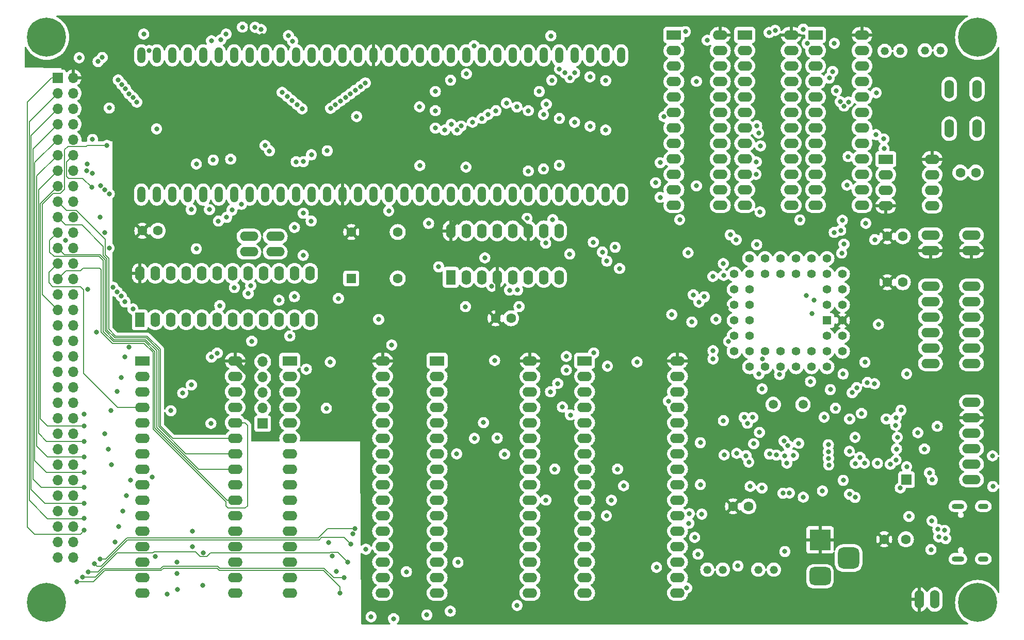
<source format=gbr>
%TF.GenerationSoftware,KiCad,Pcbnew,7.0.9*%
%TF.CreationDate,2024-04-15T20:34:35+01:00*%
%TF.ProjectId,rosco_m68k,726f7363-6f5f-46d3-9638-6b2e6b696361,2.2*%
%TF.SameCoordinates,Original*%
%TF.FileFunction,Copper,L3,Inr*%
%TF.FilePolarity,Positive*%
%FSLAX46Y46*%
G04 Gerber Fmt 4.6, Leading zero omitted, Abs format (unit mm)*
G04 Created by KiCad (PCBNEW 7.0.9) date 2024-04-15 20:34:35*
%MOMM*%
%LPD*%
G01*
G04 APERTURE LIST*
G04 Aperture macros list*
%AMRoundRect*
0 Rectangle with rounded corners*
0 $1 Rounding radius*
0 $2 $3 $4 $5 $6 $7 $8 $9 X,Y pos of 4 corners*
0 Add a 4 corners polygon primitive as box body*
4,1,4,$2,$3,$4,$5,$6,$7,$8,$9,$2,$3,0*
0 Add four circle primitives for the rounded corners*
1,1,$1+$1,$2,$3*
1,1,$1+$1,$4,$5*
1,1,$1+$1,$6,$7*
1,1,$1+$1,$8,$9*
0 Add four rect primitives between the rounded corners*
20,1,$1+$1,$2,$3,$4,$5,0*
20,1,$1+$1,$4,$5,$6,$7,0*
20,1,$1+$1,$6,$7,$8,$9,0*
20,1,$1+$1,$8,$9,$2,$3,0*%
G04 Aperture macros list end*
%TA.AperFunction,ComponentPad*%
%ADD10C,6.400000*%
%TD*%
%TA.AperFunction,ComponentPad*%
%ADD11O,1.524000X3.048000*%
%TD*%
%TA.AperFunction,ComponentPad*%
%ADD12C,1.600200*%
%TD*%
%TA.AperFunction,ComponentPad*%
%ADD13R,1.422400X1.422400*%
%TD*%
%TA.AperFunction,ComponentPad*%
%ADD14C,1.422400*%
%TD*%
%TA.AperFunction,ComponentPad*%
%ADD15R,2.400000X1.600000*%
%TD*%
%TA.AperFunction,ComponentPad*%
%ADD16O,2.400000X1.600000*%
%TD*%
%TA.AperFunction,ComponentPad*%
%ADD17O,3.048000X1.524000*%
%TD*%
%TA.AperFunction,ComponentPad*%
%ADD18C,1.320800*%
%TD*%
%TA.AperFunction,ComponentPad*%
%ADD19C,1.500000*%
%TD*%
%TA.AperFunction,ComponentPad*%
%ADD20R,1.600000X1.600000*%
%TD*%
%TA.AperFunction,ComponentPad*%
%ADD21C,1.600000*%
%TD*%
%TA.AperFunction,ComponentPad*%
%ADD22R,1.700000X1.700000*%
%TD*%
%TA.AperFunction,ComponentPad*%
%ADD23O,1.700000X1.700000*%
%TD*%
%TA.AperFunction,ComponentPad*%
%ADD24R,1.600000X2.400000*%
%TD*%
%TA.AperFunction,ComponentPad*%
%ADD25O,1.600000X2.400000*%
%TD*%
%TA.AperFunction,ComponentPad*%
%ADD26O,1.320800X2.641600*%
%TD*%
%TA.AperFunction,ComponentPad*%
%ADD27R,3.500000X3.500000*%
%TD*%
%TA.AperFunction,ComponentPad*%
%ADD28RoundRect,0.750000X1.000000X-0.750000X1.000000X0.750000X-1.000000X0.750000X-1.000000X-0.750000X0*%
%TD*%
%TA.AperFunction,ComponentPad*%
%ADD29RoundRect,0.875000X0.875000X-0.875000X0.875000X0.875000X-0.875000X0.875000X-0.875000X-0.875000X0*%
%TD*%
%TA.AperFunction,ComponentPad*%
%ADD30O,1.700000X0.900000*%
%TD*%
%TA.AperFunction,ComponentPad*%
%ADD31O,2.000000X0.900000*%
%TD*%
%TA.AperFunction,ViaPad*%
%ADD32C,0.800000*%
%TD*%
%TA.AperFunction,Conductor*%
%ADD33C,0.850000*%
%TD*%
%TA.AperFunction,Conductor*%
%ADD34C,0.152400*%
%TD*%
G04 APERTURE END LIST*
D10*
%TO.N,GND*%
%TO.C,H1*%
X71500000Y-151500000D03*
%TD*%
%TO.N,GND*%
%TO.C,H2*%
X71500000Y-58700000D03*
%TD*%
%TO.N,GND*%
%TO.C,H4*%
X224300000Y-151500000D03*
%TD*%
D11*
%TO.N,Net-(IC15-THR)*%
%TO.C,S1*%
X219659400Y-73701200D03*
%TO.N,unconnected-(S1-S1-Pad2)*%
X219659400Y-67198800D03*
%TO.N,Net-(S1-P)*%
X224180600Y-73701200D03*
%TO.N,unconnected-(S1-P1-Pad4)*%
X224180600Y-67198800D03*
%TD*%
D10*
%TO.N,GND*%
%TO.C,H3*%
X224300000Y-58700000D03*
%TD*%
D12*
%TO.N,VCC*%
%TO.C,C17*%
X209473800Y-91363800D03*
%TO.N,GND*%
X212013800Y-91363800D03*
%TD*%
%TO.N,VCC*%
%TO.C,C19*%
X184150000Y-135712200D03*
%TO.N,GND*%
X186690000Y-135712200D03*
%TD*%
D13*
%TO.N,unconnected-(IC4-NC-Pad1)*%
%TO.C,IC4*%
X199572000Y-105181400D03*
D14*
%TO.N,A1*%
X202112000Y-102641400D03*
%TO.N,GND*%
X199572000Y-102641400D03*
%TO.N,A2*%
X202112000Y-100101400D03*
%TO.N,CTSB*%
X199572000Y-100101400D03*
%TO.N,A3*%
X202112000Y-97561400D03*
%TO.N,A4*%
X199572000Y-95021400D03*
%TO.N,CTSA*%
X199572000Y-97561400D03*
%TO.N,RW*%
X197032000Y-95021400D03*
%TO.N,DTACK*%
X197032000Y-97561400D03*
%TO.N,RXDB*%
X194492000Y-95021400D03*
%TO.N,unconnected-(IC4-NC-Pad12)*%
X194492000Y-97561400D03*
%TO.N,TXDB*%
X191952000Y-95021400D03*
%TO.N,RTSB*%
X191952000Y-97561400D03*
%TO.N,Net-(IC4-OP3)*%
X189412000Y-95021400D03*
%TO.N,Net-(IC4-OP5)*%
X189412000Y-97561400D03*
%TO.N,SPICS2*%
X186872000Y-95021400D03*
%TO.N,D1*%
X184332000Y-97561400D03*
%TO.N,D3*%
X186872000Y-97561400D03*
%TO.N,D5*%
X184332000Y-100101400D03*
%TO.N,D7*%
X186872000Y-100101400D03*
%TO.N,GND*%
X184332000Y-102641400D03*
%TO.N,unconnected-(IC4-NC-Pad23)*%
X186872000Y-102641400D03*
%TO.N,DUAIRQ*%
X184332000Y-105181400D03*
%TO.N,D6*%
X186872000Y-105181400D03*
%TO.N,D4*%
X184332000Y-107721400D03*
%TO.N,D2*%
X186872000Y-107721400D03*
%TO.N,D0*%
X184332000Y-110261400D03*
%TO.N,SPIMOSI*%
X186872000Y-112801400D03*
%TO.N,SPICLK*%
X186872000Y-110261400D03*
%TO.N,SPICS*%
X189412000Y-112801400D03*
%TO.N,RTSA*%
X189412000Y-110261400D03*
%TO.N,TXDA*%
X191952000Y-112801400D03*
%TO.N,unconnected-(IC4-NC-Pad34)*%
X191952000Y-110261400D03*
%TO.N,RXDA*%
X194492000Y-112801400D03*
%TO.N,Net-(IC4-X1{slash}CLK)*%
X194492000Y-110261400D03*
%TO.N,Net-(IC4-X2)*%
X197032000Y-112801400D03*
%TO.N,RESET*%
X197032000Y-110261400D03*
%TO.N,DUASEL*%
X199572000Y-112801400D03*
%TO.N,SPIMISO*%
X202112000Y-110261400D03*
%TO.N,DUAIACK*%
X199572000Y-110261400D03*
%TO.N,GND*%
X202112000Y-107721400D03*
X199572000Y-107721400D03*
%TO.N,VCC*%
X202112000Y-105181400D03*
%TD*%
D15*
%TO.N,AS*%
%TO.C,IC5*%
X186076700Y-58324800D03*
D16*
%TO.N,unconnected-(IC5-I2-Pad2)*%
X186076700Y-60864800D03*
%TO.N,HWRST*%
X186076700Y-63404800D03*
%TO.N,FC2*%
X186076700Y-65944800D03*
%TO.N,FC1*%
X186076700Y-68484800D03*
%TO.N,FC0*%
X186076700Y-71024800D03*
%TO.N,A1*%
X186076700Y-73564800D03*
%TO.N,A2*%
X186076700Y-76104800D03*
%TO.N,A3*%
X186076700Y-78644800D03*
%TO.N,A19*%
X186076700Y-81184800D03*
%TO.N,A18*%
X186076700Y-83724800D03*
%TO.N,GND*%
X186076700Y-86264800D03*
%TO.N,A17*%
X193696700Y-86264800D03*
%TO.N,A16*%
X193696700Y-83724800D03*
%TO.N,HALT*%
X193696700Y-81184800D03*
%TO.N,RESET*%
X193696700Y-78644800D03*
%TO.N,RUNLED*%
X193696700Y-76104800D03*
%TO.N,unconnected-(IC5-IO5-Pad18)*%
X193696700Y-73564800D03*
%TO.N,unconnected-(IC5-IO6-Pad19)*%
X193696700Y-71024800D03*
%TO.N,unconnected-(IC5-IO7-Pad20)*%
X193696700Y-68484800D03*
%TO.N,BOOT*%
X193696700Y-65944800D03*
%TO.N,CPUSP*%
X193696700Y-63404800D03*
%TO.N,DUAIACK*%
X193696700Y-60864800D03*
%TO.N,VCC*%
X193696700Y-58324800D03*
%TD*%
D17*
%TO.N,VCCUA*%
%TO.C,JP1*%
X223300000Y-91159000D03*
%TO.N,VCC*%
X223300000Y-93699000D03*
%TD*%
D18*
%TO.N,Net-(LED3-PadA)*%
%TO.C,LED3*%
X211600000Y-60930000D03*
%TO.N,RUNLED*%
X209060000Y-60930000D03*
%TD*%
%TO.N,Net-(LED4-PadA)*%
%TO.C,LED4*%
X218200000Y-60840000D03*
%TO.N,RESET*%
X215660000Y-60840000D03*
%TD*%
D19*
%TO.N,Net-(IC4-X1{slash}CLK)*%
%TO.C,Q1*%
X190750800Y-118973600D03*
%TO.N,Net-(IC4-X2)*%
X195630800Y-118973600D03*
%TD*%
D20*
%TO.N,Net-(Q2-EN)*%
%TO.C,Q2*%
X121500000Y-98300000D03*
D21*
%TO.N,GND*%
X129120000Y-98300000D03*
%TO.N,CLK*%
X129120000Y-90680000D03*
%TO.N,VCC*%
X121500000Y-90680000D03*
%TD*%
D15*
%TO.N,A19*%
%TO.C,U4*%
X159800000Y-111823600D03*
D16*
%TO.N,A17*%
X159800000Y-114363600D03*
%TO.N,A15*%
X159800000Y-116903600D03*
%TO.N,A13*%
X159800000Y-119443600D03*
%TO.N,A8*%
X159800000Y-121983600D03*
%TO.N,A7*%
X159800000Y-124523600D03*
%TO.N,A6*%
X159800000Y-127063600D03*
%TO.N,A5*%
X159800000Y-129603600D03*
%TO.N,A4*%
X159800000Y-132143600D03*
%TO.N,A3*%
X159800000Y-134683600D03*
%TO.N,A2*%
X159800000Y-137223600D03*
%TO.N,A1*%
X159800000Y-139763600D03*
%TO.N,D8*%
X159800000Y-142303600D03*
%TO.N,D9*%
X159800000Y-144843600D03*
%TO.N,D10*%
X159800000Y-147383600D03*
%TO.N,GND*%
X159800000Y-149923600D03*
%TO.N,D11*%
X175040000Y-149923600D03*
%TO.N,D12*%
X175040000Y-147383600D03*
%TO.N,D13*%
X175040000Y-144843600D03*
%TO.N,D14*%
X175040000Y-142303600D03*
%TO.N,D15*%
X175040000Y-139763600D03*
%TO.N,EVENRAMSEL*%
X175040000Y-137223600D03*
%TO.N,A11*%
X175040000Y-134683600D03*
%TO.N,WR*%
X175040000Y-132143600D03*
%TO.N,A12*%
X175040000Y-129603600D03*
%TO.N,A10*%
X175040000Y-127063600D03*
%TO.N,A9*%
X175040000Y-124523600D03*
%TO.N,A14*%
X175040000Y-121983600D03*
%TO.N,RW*%
X175040000Y-119443600D03*
%TO.N,A18*%
X175040000Y-116903600D03*
%TO.N,A16*%
X175040000Y-114363600D03*
%TO.N,VCC*%
X175040000Y-111823600D03*
%TD*%
D15*
%TO.N,A19*%
%TO.C,U3*%
X135600000Y-111823600D03*
D16*
%TO.N,A17*%
X135600000Y-114363600D03*
%TO.N,A15*%
X135600000Y-116903600D03*
%TO.N,A13*%
X135600000Y-119443600D03*
%TO.N,A8*%
X135600000Y-121983600D03*
%TO.N,A7*%
X135600000Y-124523600D03*
%TO.N,A6*%
X135600000Y-127063600D03*
%TO.N,A5*%
X135600000Y-129603600D03*
%TO.N,A4*%
X135600000Y-132143600D03*
%TO.N,A3*%
X135600000Y-134683600D03*
%TO.N,A2*%
X135600000Y-137223600D03*
%TO.N,A1*%
X135600000Y-139763600D03*
%TO.N,D0*%
X135600000Y-142303600D03*
%TO.N,D1*%
X135600000Y-144843600D03*
%TO.N,D2*%
X135600000Y-147383600D03*
%TO.N,GND*%
X135600000Y-149923600D03*
%TO.N,D3*%
X150840000Y-149923600D03*
%TO.N,D4*%
X150840000Y-147383600D03*
%TO.N,D5*%
X150840000Y-144843600D03*
%TO.N,D6*%
X150840000Y-142303600D03*
%TO.N,D7*%
X150840000Y-139763600D03*
%TO.N,ODDRAMSEL*%
X150840000Y-137223600D03*
%TO.N,A11*%
X150840000Y-134683600D03*
%TO.N,WR*%
X150840000Y-132143600D03*
%TO.N,A12*%
X150840000Y-129603600D03*
%TO.N,A10*%
X150840000Y-127063600D03*
%TO.N,A9*%
X150840000Y-124523600D03*
%TO.N,A14*%
X150840000Y-121983600D03*
%TO.N,RW*%
X150840000Y-119443600D03*
%TO.N,A18*%
X150840000Y-116903600D03*
%TO.N,A16*%
X150840000Y-114363600D03*
%TO.N,VCC*%
X150840000Y-111823600D03*
%TD*%
D15*
%TO.N,A19*%
%TO.C,U2*%
X111400000Y-111823600D03*
D16*
%TO.N,A17*%
X111400000Y-114363600D03*
%TO.N,A16*%
X111400000Y-116903600D03*
%TO.N,A13*%
X111400000Y-119443600D03*
%TO.N,A8*%
X111400000Y-121983600D03*
%TO.N,A7*%
X111400000Y-124523600D03*
%TO.N,A6*%
X111400000Y-127063600D03*
%TO.N,A5*%
X111400000Y-129603600D03*
%TO.N,A4*%
X111400000Y-132143600D03*
%TO.N,A3*%
X111400000Y-134683600D03*
%TO.N,A2*%
X111400000Y-137223600D03*
%TO.N,A1*%
X111400000Y-139763600D03*
%TO.N,D8*%
X111400000Y-142303600D03*
%TO.N,D9*%
X111400000Y-144843600D03*
%TO.N,D10*%
X111400000Y-147383600D03*
%TO.N,GND*%
X111400000Y-149923600D03*
%TO.N,D11*%
X126640000Y-149923600D03*
%TO.N,D12*%
X126640000Y-147383600D03*
%TO.N,D13*%
X126640000Y-144843600D03*
%TO.N,D14*%
X126640000Y-142303600D03*
%TO.N,D15*%
X126640000Y-139763600D03*
%TO.N,EVENROMSEL*%
X126640000Y-137223600D03*
%TO.N,A11*%
X126640000Y-134683600D03*
%TO.N,WR*%
X126640000Y-132143600D03*
%TO.N,A12*%
X126640000Y-129603600D03*
%TO.N,A10*%
X126640000Y-127063600D03*
%TO.N,A9*%
X126640000Y-124523600D03*
%TO.N,A14*%
X126640000Y-121983600D03*
%TO.N,A15*%
X126640000Y-119443600D03*
%TO.N,A18*%
X126640000Y-116903600D03*
%TO.N,ROM_RW*%
X126640000Y-114363600D03*
%TO.N,VCC*%
X126640000Y-111823600D03*
%TD*%
D22*
%TO.N,A1*%
%TO.C,J3*%
X73325000Y-65350000D03*
D23*
%TO.N,VCC*%
X75865000Y-65350000D03*
%TO.N,A2*%
X73325000Y-67890000D03*
%TO.N,CLK*%
X75865000Y-67890000D03*
%TO.N,A3*%
X73325000Y-70430000D03*
%TO.N,GND*%
X75865000Y-70430000D03*
%TO.N,A4*%
X73325000Y-72970000D03*
%TO.N,VPA*%
X75865000Y-72970000D03*
%TO.N,A5*%
X73325000Y-75510000D03*
%TO.N,E*%
X75865000Y-75510000D03*
%TO.N,A6*%
X73325000Y-78050000D03*
%TO.N,VMA*%
X75865000Y-78050000D03*
%TO.N,A7*%
X73325000Y-80590000D03*
%TO.N,IRQ3*%
X75865000Y-80590000D03*
%TO.N,A8*%
X73325000Y-83130000D03*
%TO.N,IOSEL*%
X75865000Y-83130000D03*
%TO.N,A9*%
X73325000Y-85670000D03*
%TO.N,EXPSEL*%
X75865000Y-85670000D03*
%TO.N,A10*%
X73325000Y-88210000D03*
%TO.N,FC0*%
X75865000Y-88210000D03*
%TO.N,A11*%
X73325000Y-90750000D03*
%TO.N,FC1*%
X75865000Y-90750000D03*
%TO.N,A12*%
X73325000Y-93290000D03*
%TO.N,FC2*%
X75865000Y-93290000D03*
%TO.N,A13*%
X73325000Y-95830000D03*
%TO.N,IRQ5*%
X75865000Y-95830000D03*
%TO.N,A14*%
X73325000Y-98370000D03*
%TO.N,IRQ2*%
X75865000Y-98370000D03*
%TO.N,A15*%
X73325000Y-100910000D03*
%TO.N,IRQ6*%
X75865000Y-100910000D03*
%TO.N,A16*%
X73325000Y-103450000D03*
%TO.N,LDS*%
X75865000Y-103450000D03*
%TO.N,A17*%
X73325000Y-105990000D03*
%TO.N,UDS*%
X75865000Y-105990000D03*
%TO.N,A18*%
X73325000Y-108530000D03*
%TO.N,RESET*%
X75865000Y-108530000D03*
%TO.N,A19*%
X73325000Y-111070000D03*
%TO.N,D15*%
X75865000Y-111070000D03*
%TO.N,A20*%
X73325000Y-113610000D03*
%TO.N,D14*%
X75865000Y-113610000D03*
%TO.N,A21*%
X73325000Y-116150000D03*
%TO.N,D13*%
X75865000Y-116150000D03*
%TO.N,A22*%
X73325000Y-118690000D03*
%TO.N,D12*%
X75865000Y-118690000D03*
%TO.N,A23*%
X73325000Y-121230000D03*
%TO.N,D11*%
X75865000Y-121230000D03*
%TO.N,AS*%
X73325000Y-123770000D03*
%TO.N,D10*%
X75865000Y-123770000D03*
%TO.N,BERR*%
X73325000Y-126310000D03*
%TO.N,D9*%
X75865000Y-126310000D03*
%TO.N,BG*%
X73325000Y-128850000D03*
%TO.N,D8*%
X75865000Y-128850000D03*
%TO.N,BGACK*%
X73325000Y-131390000D03*
%TO.N,D7*%
X75865000Y-131390000D03*
%TO.N,BR*%
X73325000Y-133930000D03*
%TO.N,D6*%
X75865000Y-133930000D03*
%TO.N,DTACK*%
X73325000Y-136470000D03*
%TO.N,D5*%
X75865000Y-136470000D03*
%TO.N,RW*%
X73325000Y-139010000D03*
%TO.N,D4*%
X75865000Y-139010000D03*
%TO.N,D0*%
X73325000Y-141550000D03*
%TO.N,D3*%
X75865000Y-141550000D03*
%TO.N,D1*%
X73325000Y-144090000D03*
%TO.N,D2*%
X75865000Y-144090000D03*
%TD*%
D15*
%TO.N,CLK*%
%TO.C,IC6*%
X174450000Y-58324800D03*
D16*
%TO.N,AS*%
X174450000Y-60864800D03*
%TO.N,CPUSP*%
X174450000Y-63404800D03*
%TO.N,A19*%
X174450000Y-65944800D03*
%TO.N,A18*%
X174450000Y-68484800D03*
%TO.N,A16*%
X174450000Y-71024800D03*
%TO.N,A17*%
X174450000Y-73564800D03*
%TO.N,unconnected-(IC6-I8-Pad8)*%
X174450000Y-76104800D03*
%TO.N,unconnected-(IC6-I9-Pad9)*%
X174450000Y-78644800D03*
%TO.N,unconnected-(IC6-I10-Pad10)*%
X174450000Y-81184800D03*
%TO.N,unconnected-(IC6-I11-Pad11)*%
X174450000Y-83724800D03*
%TO.N,GND*%
X174450000Y-86264800D03*
X182070000Y-86264800D03*
%TO.N,unconnected-(IC6-IO1-Pad14)*%
X182070000Y-83724800D03*
%TO.N,unconnected-(IC6-IO2-Pad15)*%
X182070000Y-81184800D03*
%TO.N,unconnected-(IC6-IO3-Pad16)*%
X182070000Y-78644800D03*
%TO.N,unconnected-(IC6-I04-Pad17)*%
X182070000Y-76104800D03*
%TO.N,unconnected-(IC6-IO5-Pad18)*%
X182070000Y-73564800D03*
%TO.N,unconnected-(IC6-IO6-Pad19)*%
X182070000Y-71024800D03*
%TO.N,unconnected-(IC6-IO7-Pad20)*%
X182070000Y-68484800D03*
%TO.N,unconnected-(IC6-IO8-Pad21)*%
X182070000Y-65944800D03*
%TO.N,unconnected-(IC6-IO9-Pad22)*%
X182070000Y-63404800D03*
%TO.N,BERR*%
X182070000Y-60864800D03*
%TO.N,VCC*%
X182070000Y-58324800D03*
%TD*%
D17*
%TO.N,SPICS*%
%TO.C,J4*%
X223300000Y-131310000D03*
%TO.N,SPICLK*%
X223300000Y-128770000D03*
%TO.N,SPIMOSI*%
X223300000Y-126230000D03*
%TO.N,SPIMISO*%
X223300000Y-123690000D03*
%TO.N,VCC*%
X223300000Y-121150000D03*
%TO.N,GND*%
X223300000Y-118610000D03*
%TD*%
%TO.N,GND*%
%TO.C,J2*%
X216564000Y-112258000D03*
%TO.N,RTSB*%
X216564000Y-109718000D03*
%TO.N,VCCUB*%
X216564000Y-107178000D03*
%TO.N,RXDB*%
X216564000Y-104638000D03*
%TO.N,TXDB*%
X216564000Y-102098000D03*
%TO.N,CTSB*%
X216564000Y-99558000D03*
%TD*%
%TO.N,GND*%
%TO.C,J1*%
X223300000Y-112258000D03*
%TO.N,RTSA*%
X223300000Y-109718000D03*
%TO.N,VCCUA*%
X223300000Y-107178000D03*
%TO.N,RXDA*%
X223300000Y-104638000D03*
%TO.N,TXDA*%
X223300000Y-102098000D03*
%TO.N,CTSA*%
X223300000Y-99558000D03*
%TD*%
D11*
%TO.N,VCC*%
%TO.C,J5*%
X214730000Y-151000000D03*
%TO.N,GND*%
X217270000Y-151000000D03*
%TD*%
D15*
%TO.N,GND*%
%TO.C,IC15*%
X209230000Y-78724800D03*
D16*
%TO.N,Net-(IC15-THR)*%
X209230000Y-81264800D03*
%TO.N,HWRST*%
X209230000Y-83804800D03*
%TO.N,VCC*%
X209230000Y-86344800D03*
%TO.N,Net-(IC15-CV)*%
X216850000Y-86344800D03*
%TO.N,Net-(IC15-THR)*%
X216850000Y-83804800D03*
%TO.N,unconnected-(IC15-DIS-Pad7)*%
X216850000Y-81264800D03*
%TO.N,VCC*%
X216850000Y-78724800D03*
%TD*%
D17*
%TO.N,VCCUB*%
%TO.C,JP2*%
X216564000Y-91159000D03*
%TO.N,VCC*%
X216564000Y-93699000D03*
%TD*%
%TO.N,RW*%
%TO.C,JP3*%
X104703000Y-91393000D03*
%TO.N,ROM_RW*%
X104703000Y-93933000D03*
%TD*%
D18*
%TO.N,Net-(LED1-PadA)*%
%TO.C,LED1*%
X182478200Y-146098800D03*
%TO.N,Net-(IC4-OP5)*%
X179938200Y-146098800D03*
%TD*%
%TO.N,Net-(LED2-PadA)*%
%TO.C,LED2*%
X190843400Y-146100800D03*
%TO.N,Net-(IC4-OP3)*%
X188303400Y-146100800D03*
%TD*%
D17*
%TO.N,LGEXP*%
%TO.C,JP4*%
X109018000Y-93933000D03*
%TO.N,GND*%
X109018000Y-91393000D03*
%TD*%
D15*
%TO.N,A19*%
%TO.C,U1*%
X87200000Y-111823600D03*
D16*
%TO.N,A17*%
X87200000Y-114363600D03*
%TO.N,A16*%
X87200000Y-116903600D03*
%TO.N,A13*%
X87200000Y-119443600D03*
%TO.N,A8*%
X87200000Y-121983600D03*
%TO.N,A7*%
X87200000Y-124523600D03*
%TO.N,A6*%
X87200000Y-127063600D03*
%TO.N,A5*%
X87200000Y-129603600D03*
%TO.N,A4*%
X87200000Y-132143600D03*
%TO.N,A3*%
X87200000Y-134683600D03*
%TO.N,A2*%
X87200000Y-137223600D03*
%TO.N,A1*%
X87200000Y-139763600D03*
%TO.N,D0*%
X87200000Y-142303600D03*
%TO.N,D1*%
X87200000Y-144843600D03*
%TO.N,D2*%
X87200000Y-147383600D03*
%TO.N,GND*%
X87200000Y-149923600D03*
%TO.N,D3*%
X102440000Y-149923600D03*
%TO.N,D4*%
X102440000Y-147383600D03*
%TO.N,D5*%
X102440000Y-144843600D03*
%TO.N,D6*%
X102440000Y-142303600D03*
%TO.N,D7*%
X102440000Y-139763600D03*
%TO.N,ODDROMSEL*%
X102440000Y-137223600D03*
%TO.N,A11*%
X102440000Y-134683600D03*
%TO.N,WR*%
X102440000Y-132143600D03*
%TO.N,A12*%
X102440000Y-129603600D03*
%TO.N,A10*%
X102440000Y-127063600D03*
%TO.N,A9*%
X102440000Y-124523600D03*
%TO.N,A14*%
X102440000Y-121983600D03*
%TO.N,A15*%
X102440000Y-119443600D03*
%TO.N,A18*%
X102440000Y-116903600D03*
%TO.N,ROM_RW*%
X102440000Y-114363600D03*
%TO.N,VCC*%
X102440000Y-111823600D03*
%TD*%
D12*
%TO.N,Net-(IC15-THR)*%
%TO.C,C11*%
X221459000Y-80910000D03*
%TO.N,GND*%
X223999000Y-80910000D03*
%TD*%
D15*
%TO.N,A6*%
%TO.C,IC3*%
X197703300Y-58324800D03*
D16*
%TO.N,A7*%
X197703300Y-60864800D03*
%TO.N,A8*%
X197703300Y-63404800D03*
%TO.N,A9*%
X197703300Y-65944800D03*
%TO.N,A10*%
X197703300Y-68484800D03*
%TO.N,A11*%
X197703300Y-71024800D03*
%TO.N,A12*%
X197703300Y-73564800D03*
%TO.N,A13*%
X197703300Y-76104800D03*
%TO.N,A14*%
X197703300Y-78644800D03*
%TO.N,A15*%
X197703300Y-81184800D03*
%TO.N,A16*%
X197703300Y-83724800D03*
%TO.N,GND*%
X197703300Y-86264800D03*
%TO.N,unconnected-(IC3-I13-Pad13)*%
X205323300Y-86264800D03*
%TO.N,A19*%
X205323300Y-83724800D03*
%TO.N,unconnected-(IC3-IO2-Pad15)*%
X205323300Y-81184800D03*
%TO.N,A17*%
X205323300Y-78644800D03*
%TO.N,A18*%
X205323300Y-76104800D03*
%TO.N,LDS*%
X205323300Y-73564800D03*
%TO.N,IOSEL*%
X205323300Y-71024800D03*
%TO.N,DUASEL*%
X205323300Y-68484800D03*
%TO.N,FC0*%
X205323300Y-65944800D03*
%TO.N,FC1*%
X205323300Y-63404800D03*
%TO.N,FC2*%
X205323300Y-60864800D03*
%TO.N,VCC*%
X205323300Y-58324800D03*
%TD*%
D24*
%TO.N,A18*%
%TO.C,IC2*%
X86787000Y-105081000D03*
D25*
%TO.N,A19*%
X89327000Y-105081000D03*
%TO.N,A20*%
X91867000Y-105081000D03*
%TO.N,A21*%
X94407000Y-105081000D03*
%TO.N,A22*%
X96947000Y-105081000D03*
%TO.N,A23*%
X99487000Y-105081000D03*
%TO.N,UDS*%
X102027000Y-105081000D03*
%TO.N,LDS*%
X104567000Y-105081000D03*
%TO.N,BOOT*%
X107107000Y-105081000D03*
%TO.N,LGEXP*%
X109647000Y-105081000D03*
%TO.N,RW*%
X112187000Y-105081000D03*
%TO.N,GND*%
X114727000Y-105081000D03*
%TO.N,AS*%
X114727000Y-97461000D03*
%TO.N,EVENRAMSEL*%
X112187000Y-97461000D03*
%TO.N,ODDRAMSEL*%
X109647000Y-97461000D03*
%TO.N,EVENROMSEL*%
X107107000Y-97461000D03*
%TO.N,ODDROMSEL*%
X104567000Y-97461000D03*
%TO.N,IOSEL*%
X102027000Y-97461000D03*
%TO.N,EXPSEL*%
X99487000Y-97461000D03*
%TO.N,CPUSP*%
X96947000Y-97461000D03*
%TO.N,unconnected-(IC2-IO8-Pad21)*%
X94407000Y-97461000D03*
%TO.N,DTACK*%
X91867000Y-97461000D03*
%TO.N,WR*%
X89327000Y-97461000D03*
%TO.N,VCC*%
X86787000Y-97461000D03*
%TD*%
D22*
%TO.N,EXPSEL*%
%TO.C,J6*%
X106970000Y-122130000D03*
D23*
%TO.N,A20*%
X106970000Y-119590000D03*
%TO.N,A21*%
X106970000Y-117050000D03*
%TO.N,A22*%
X106970000Y-114510000D03*
%TO.N,A23*%
X106970000Y-111970000D03*
%TD*%
D22*
%TO.N,SPICS2*%
%TO.C,J7*%
X212635400Y-131310000D03*
%TD*%
D24*
%TO.N,DUAIRQ*%
%TO.C,IC7*%
X137830000Y-98100000D03*
D25*
%TO.N,IRQ5*%
X140370000Y-98100000D03*
%TO.N,IRQ6*%
X142910000Y-98100000D03*
%TO.N,VCC*%
X145450000Y-98100000D03*
%TO.N,GND*%
X147990000Y-98100000D03*
%TO.N,IPL2*%
X150530000Y-98100000D03*
%TO.N,IPL1*%
X153070000Y-98100000D03*
%TO.N,GND*%
X155610000Y-98100000D03*
%TO.N,IPL0*%
X155610000Y-90480000D03*
%TO.N,GND*%
X153070000Y-90480000D03*
%TO.N,VCC*%
X150530000Y-90480000D03*
%TO.N,IRQ2*%
X147990000Y-90480000D03*
%TO.N,IRQ3*%
X145450000Y-90480000D03*
%TO.N,unconnected-(IC7-GS-Pad14)*%
X142910000Y-90480000D03*
%TO.N,unconnected-(IC7-EO-Pad15)*%
X140370000Y-90480000D03*
%TO.N,VCC*%
X137830000Y-90480000D03*
%TD*%
D26*
%TO.N,D4*%
%TO.C,IC1*%
X87030000Y-84530000D03*
%TO.N,D3*%
X89570000Y-84530000D03*
%TO.N,D2*%
X92110000Y-84530000D03*
%TO.N,D1*%
X94650000Y-84530000D03*
%TO.N,D0*%
X97190000Y-84530000D03*
%TO.N,AS*%
X99730000Y-84530000D03*
%TO.N,UDS*%
X102270000Y-84530000D03*
%TO.N,LDS*%
X104810000Y-84530000D03*
%TO.N,RW*%
X107350000Y-84530000D03*
%TO.N,DTACK*%
X109890000Y-84530000D03*
%TO.N,BG*%
X112430000Y-84530000D03*
%TO.N,BGACK*%
X114970000Y-84530000D03*
%TO.N,BR*%
X117510000Y-84530000D03*
%TO.N,VCC*%
X120050000Y-84530000D03*
%TO.N,CLK*%
X122590000Y-84530000D03*
%TO.N,GND*%
X125130000Y-84530000D03*
%TO.N,HALT*%
X127670000Y-84530000D03*
%TO.N,RESET*%
X130210000Y-84530000D03*
%TO.N,VMA*%
X132750000Y-84530000D03*
%TO.N,E*%
X135290000Y-84530000D03*
%TO.N,VPA*%
X137830000Y-84530000D03*
%TO.N,BERR*%
X140370000Y-84530000D03*
%TO.N,IPL2*%
X142910000Y-84530000D03*
%TO.N,IPL1*%
X145450000Y-84530000D03*
%TO.N,IPL0*%
X147990000Y-84530000D03*
%TO.N,FC2*%
X150530000Y-84530000D03*
%TO.N,FC1*%
X153070000Y-84530000D03*
%TO.N,FC0*%
X155610000Y-84530000D03*
%TO.N,A1*%
X158150000Y-84530000D03*
%TO.N,A2*%
X160690000Y-84530000D03*
%TO.N,A3*%
X163230000Y-84530000D03*
%TO.N,A4*%
X165770000Y-84530000D03*
%TO.N,A5*%
X165770000Y-61670000D03*
%TO.N,A6*%
X163230000Y-61670000D03*
%TO.N,A7*%
X160690000Y-61670000D03*
%TO.N,A8*%
X158150000Y-61670000D03*
%TO.N,A9*%
X155610000Y-61670000D03*
%TO.N,A10*%
X153070000Y-61670000D03*
%TO.N,A11*%
X150530000Y-61670000D03*
%TO.N,A12*%
X147990000Y-61670000D03*
%TO.N,A13*%
X145450000Y-61670000D03*
%TO.N,A14*%
X142910000Y-61670000D03*
%TO.N,A15*%
X140370000Y-61670000D03*
%TO.N,A16*%
X137830000Y-61670000D03*
%TO.N,A17*%
X135290000Y-61670000D03*
%TO.N,A18*%
X132750000Y-61670000D03*
%TO.N,A19*%
X130210000Y-61670000D03*
%TO.N,A20*%
X127670000Y-61670000D03*
%TO.N,VCC*%
X125130000Y-61670000D03*
%TO.N,A21*%
X122590000Y-61670000D03*
%TO.N,A22*%
X120050000Y-61670000D03*
%TO.N,A23*%
X117510000Y-61670000D03*
%TO.N,GND*%
X114970000Y-61670000D03*
%TO.N,D15*%
X112430000Y-61670000D03*
%TO.N,D14*%
X109890000Y-61670000D03*
%TO.N,D13*%
X107350000Y-61670000D03*
%TO.N,D12*%
X104810000Y-61670000D03*
%TO.N,D11*%
X102270000Y-61670000D03*
%TO.N,D10*%
X99730000Y-61670000D03*
%TO.N,D9*%
X97190000Y-61670000D03*
%TO.N,D8*%
X94650000Y-61670000D03*
%TO.N,D7*%
X92110000Y-61670000D03*
%TO.N,D6*%
X89570000Y-61670000D03*
%TO.N,D5*%
X87030000Y-61670000D03*
%TD*%
D12*
%TO.N,VCC*%
%TO.C,C14*%
X87205000Y-90454000D03*
%TO.N,GND*%
X89745000Y-90454000D03*
%TD*%
%TO.N,VCC*%
%TO.C,C15*%
X145186400Y-104825800D03*
%TO.N,GND*%
X147726400Y-104825800D03*
%TD*%
%TO.N,VCC*%
%TO.C,C18*%
X209473800Y-98907600D03*
%TO.N,GND*%
X212013800Y-98907600D03*
%TD*%
%TO.N,VCC*%
%TO.C,C21*%
X208965800Y-141122400D03*
%TO.N,GND*%
X212521800Y-141122400D03*
%TD*%
D27*
%TO.N,VCC*%
%TO.C,J9*%
X198424800Y-141193000D03*
D28*
%TO.N,GND*%
X198424800Y-147193000D03*
D29*
%TO.N,N/C*%
X203124800Y-144193000D03*
%TD*%
D30*
%TO.N,GND*%
%TO.C,J10*%
X225230000Y-135690000D03*
D31*
X221060000Y-135690000D03*
D30*
X225230000Y-144330000D03*
D31*
X221060000Y-144330000D03*
%TD*%
D32*
%TO.N,IPL2*%
X143427000Y-94915000D03*
%TO.N,IPL1*%
X148804000Y-100198000D03*
%TO.N,IPL0*%
X150337000Y-88427400D03*
%TO.N,DTACK*%
X111190000Y-58440000D03*
X180841000Y-97969100D03*
X108083000Y-77358000D03*
X154254200Y-58470800D03*
X112174000Y-89925000D03*
X174105900Y-104218300D03*
%TO.N,BGACK*%
X114950000Y-78000000D03*
%TO.N,BR*%
X117550000Y-77328600D03*
%TO.N,RESET*%
X187970000Y-79150000D03*
X74600000Y-92025000D03*
X202361800Y-92659200D03*
%TO.N,BERR*%
X141650000Y-60078600D03*
X140320000Y-80010000D03*
X179913000Y-59192400D03*
%TO.N,CLK*%
X122375000Y-71702500D03*
X175404000Y-88658600D03*
%TO.N,LDS*%
X104567000Y-100790000D03*
X207416000Y-91922600D03*
%TO.N,UDS*%
X78198700Y-100072000D03*
X102323000Y-99796600D03*
%TO.N,AS*%
X114914000Y-88877000D03*
X172202000Y-79279100D03*
X99701000Y-88877000D03*
%TO.N,BG*%
X112450000Y-79147400D03*
%TO.N,FC2*%
X81754100Y-93297200D03*
X208892000Y-75395400D03*
X188654000Y-76526000D03*
X81775000Y-84400000D03*
X150550000Y-80671400D03*
%TO.N,FC1*%
X188349000Y-74436000D03*
X207600000Y-74700000D03*
X81000000Y-90750000D03*
X81025000Y-83750000D03*
X153050000Y-80328600D03*
%TO.N,FC0*%
X155650000Y-79700000D03*
X80292100Y-88207900D03*
X207654000Y-67806800D03*
X188044000Y-73217000D03*
X80325000Y-83075000D03*
%TO.N,VCC*%
X193663000Y-152324000D03*
X100150000Y-78490000D03*
X191618000Y-79972400D03*
X183049911Y-103109911D03*
X92910000Y-79620000D03*
X134170000Y-91990000D03*
X95990000Y-77915800D03*
X182162600Y-125425000D03*
X126000000Y-107300000D03*
X129000000Y-77360000D03*
X219600000Y-64370000D03*
X190398000Y-84404200D03*
X184944000Y-147028000D03*
X156798400Y-106756200D03*
X101820000Y-109830000D03*
X192659400Y-138545700D03*
X133550000Y-96210000D03*
X213020000Y-64420000D03*
X221480000Y-87620000D03*
X106820000Y-58420000D03*
X113610000Y-90670000D03*
X185357000Y-152324000D03*
X132720000Y-104390000D03*
X105610000Y-78690000D03*
X182143000Y-130581000D03*
%TO.N,GND*%
X192532000Y-124987200D03*
X207856000Y-128645000D03*
X156798400Y-111074200D03*
X176330000Y-57780000D03*
X204190600Y-124383800D03*
X184944000Y-145504000D03*
X186515003Y-122063922D03*
X200780000Y-59690000D03*
X145034000Y-111760000D03*
X118054000Y-112014000D03*
X205723000Y-128624000D03*
X192354000Y-133553000D03*
X211607000Y-132690000D03*
X135840000Y-96390000D03*
X203714279Y-117055900D03*
X188925200Y-116433600D03*
X125989000Y-105029000D03*
X210845400Y-122402600D03*
X226739989Y-127428989D03*
X190080000Y-57930000D03*
X213033000Y-137357000D03*
X113610000Y-94510000D03*
X194081000Y-127355400D03*
X98540000Y-111200000D03*
X192659400Y-143117700D03*
X198831400Y-133172000D03*
X200124289Y-116543889D03*
X168402000Y-112014000D03*
X204224000Y-128676000D03*
%TO.N,EVENROMSEL*%
X119386000Y-101584000D03*
%TO.N,ODDRAMSEL*%
X109632000Y-101874000D03*
X149044000Y-102908000D03*
%TO.N,EVENRAMSEL*%
X176770000Y-94060400D03*
X112167000Y-101281000D03*
%TO.N,IOSEL*%
X98222000Y-86978600D03*
X98550000Y-59290000D03*
%TO.N,EXPSEL*%
X98470000Y-122100000D03*
X96064200Y-93424000D03*
X95225000Y-86978600D03*
%TO.N,HALT*%
X195123000Y-88671400D03*
X127650000Y-87200000D03*
%TO.N,RW*%
X107350000Y-76450000D03*
X103472000Y-86127000D03*
X117410000Y-119600000D03*
%TO.N,BOOT*%
X191062000Y-57559600D03*
X105710000Y-57055800D03*
%TO.N,VPA*%
X137900000Y-72975000D03*
X134190000Y-89260000D03*
%TO.N,E*%
X79034900Y-75475000D03*
X135300000Y-73603600D03*
%TO.N,VMA*%
X132750000Y-79757000D03*
X78894000Y-83320000D03*
%TO.N,A6*%
X138800000Y-127100000D03*
X138850000Y-73937700D03*
X163254000Y-65811800D03*
X77675000Y-127625000D03*
X202379000Y-70003000D03*
X163250000Y-73937700D03*
%TO.N,A7*%
X139532000Y-73272700D03*
X160700000Y-73309100D03*
X77675000Y-125050000D03*
X201750000Y-69271200D03*
X141700000Y-124550000D03*
X160678000Y-65183200D03*
%TO.N,A8*%
X158150000Y-72644100D03*
X201124000Y-67452000D03*
X143200000Y-121950000D03*
X141400000Y-72644100D03*
X77625000Y-122500000D03*
X158154000Y-64554600D03*
%TO.N,A9*%
X155662000Y-63926000D03*
X145450000Y-124500000D03*
X155650000Y-72015500D03*
X142950000Y-72015500D03*
%TO.N,A10*%
X153050000Y-71386900D03*
X146650000Y-127150000D03*
X143950000Y-71386900D03*
X199958000Y-65391000D03*
%TO.N,A11*%
X145250000Y-70758300D03*
X153434000Y-134684000D03*
X106695800Y-57414100D03*
X150550000Y-70758300D03*
X200496000Y-64310000D03*
X79951400Y-62694400D03*
%TO.N,A12*%
X87443000Y-58180900D03*
X154900000Y-129600000D03*
X196316000Y-59720000D03*
X111878500Y-59341300D03*
X80630800Y-62015100D03*
X100960500Y-58180900D03*
%TO.N,A13*%
X202100000Y-88722200D03*
X76853100Y-62073700D03*
X156150000Y-119400000D03*
X146950000Y-69500000D03*
X88344400Y-60883700D03*
X100102800Y-59096400D03*
X154565000Y-88637000D03*
X153511000Y-69689000D03*
%TO.N,A14*%
X201828000Y-90398600D03*
X157352000Y-94285000D03*
X156568000Y-64554600D03*
X157450000Y-120700000D03*
%TO.N,A15*%
X77675000Y-120579000D03*
X140400000Y-64700000D03*
X157365000Y-65337000D03*
X161221000Y-92343000D03*
X200769000Y-90742300D03*
%TO.N,A16*%
X156786000Y-113335000D03*
X114119000Y-113185000D03*
X81400000Y-76450000D03*
X154400000Y-65750000D03*
X137800000Y-65750000D03*
X172201000Y-84980000D03*
X136825000Y-73937700D03*
%TO.N,A17*%
X152350000Y-67600000D03*
X135300000Y-70758300D03*
X153404000Y-92490000D03*
X205943000Y-89243000D03*
X81785300Y-70300000D03*
X79663500Y-107075000D03*
X135300000Y-67600000D03*
X155376000Y-115550000D03*
%TO.N,A3*%
X77650000Y-135225000D03*
X164200000Y-134700000D03*
%TO.N,A2*%
X197099900Y-104035800D03*
X77675000Y-137700000D03*
X163443000Y-95437700D03*
X163383000Y-137250000D03*
X182555000Y-95848700D03*
X184691000Y-91948000D03*
X163548600Y-112689100D03*
%TO.N,A1*%
X162700000Y-93950000D03*
X183697000Y-91135200D03*
X121729000Y-140253000D03*
X77675000Y-139646000D03*
%TO.N,D5*%
X130550000Y-146450000D03*
X176899000Y-138493600D03*
X83967800Y-136475000D03*
X92911800Y-144850000D03*
X139000000Y-144900000D03*
%TO.N,D6*%
X84596400Y-133925000D03*
X95461800Y-142300000D03*
%TO.N,D7*%
X85225000Y-131425000D03*
X161288800Y-110527900D03*
X179452400Y-101304500D03*
X95461800Y-139750000D03*
%TO.N,D8*%
X82175000Y-128850000D03*
X117764000Y-141619000D03*
X118100000Y-70350000D03*
%TO.N,D9*%
X118914000Y-69757100D03*
X81600000Y-126300000D03*
X118393000Y-143850000D03*
%TO.N,D10*%
X119729000Y-69164300D03*
X81075000Y-123775000D03*
X119021000Y-146400000D03*
%TO.N,D11*%
X128450000Y-154148000D03*
X119650000Y-149950000D03*
X120543000Y-68571400D03*
X76471700Y-148109000D03*
%TO.N,D12*%
X124750000Y-153843000D03*
X77423500Y-147338000D03*
X121357000Y-67978600D03*
X120350000Y-147450000D03*
%TO.N,D13*%
X120900000Y-144850000D03*
X78350000Y-146445000D03*
X122171000Y-67385700D03*
%TO.N,D14*%
X79323200Y-145121000D03*
X122986000Y-66792900D03*
X121424000Y-141924000D03*
%TO.N,D15*%
X122069000Y-139364000D03*
X80275000Y-144350000D03*
X123800000Y-66200000D03*
%TO.N,A23*%
X82413900Y-99751400D03*
X82075000Y-119950000D03*
X83250000Y-65700000D03*
X99487000Y-110555000D03*
X110150000Y-67750000D03*
%TO.N,A22*%
X95254000Y-115780000D03*
X110971000Y-68423800D03*
X83846100Y-66445300D03*
X83025000Y-116875000D03*
X83049500Y-100484000D03*
%TO.N,A21*%
X93829000Y-117098000D03*
X84452300Y-67179900D03*
X111791000Y-69097600D03*
X83742800Y-101207000D03*
X83775000Y-114550000D03*
%TO.N,A20*%
X91882000Y-120015000D03*
X84988200Y-67967300D03*
X84371400Y-102137000D03*
X112612000Y-69771400D03*
X84371400Y-111146000D03*
%TO.N,A19*%
X178150000Y-83100000D03*
X85000000Y-109600000D03*
X85700000Y-68600000D03*
X178150000Y-65940000D03*
X187935000Y-81184800D03*
X111410000Y-107750000D03*
X178562000Y-102200000D03*
X113433000Y-70445300D03*
%TO.N,A18*%
X171447000Y-82575400D03*
X148671000Y-70129700D03*
X132700000Y-70100000D03*
X172830000Y-71715000D03*
X154200000Y-116900000D03*
X85657000Y-103296000D03*
X86300000Y-69350000D03*
%TO.N,A5*%
X77675000Y-130150000D03*
X165200000Y-129600000D03*
%TO.N,A4*%
X77675000Y-132625000D03*
X188584300Y-87392100D03*
X166200000Y-132350000D03*
%TO.N,D0*%
X97200000Y-143350000D03*
X173574900Y-118431900D03*
X177402039Y-105445939D03*
X123900000Y-142750000D03*
%TO.N,D1*%
X178784400Y-132142400D03*
X137750000Y-152929000D03*
X177863500Y-140816000D03*
X181356000Y-104978200D03*
X178784400Y-125268500D03*
X97148700Y-148717000D03*
%TO.N,D2*%
X176547900Y-149114400D03*
X91275200Y-150126000D03*
X180872100Y-111519800D03*
X180872100Y-110158600D03*
X89325000Y-143925000D03*
X133900000Y-153538000D03*
%TO.N,D3*%
X82710600Y-141550000D03*
X89550000Y-73732800D03*
X182641200Y-97790000D03*
X92986000Y-149331000D03*
X171600500Y-145721100D03*
X176990400Y-136897800D03*
X179033463Y-136976106D03*
%TO.N,D4*%
X83339200Y-139000000D03*
X178410000Y-143573600D03*
X148714000Y-151976000D03*
X183434200Y-108617600D03*
X92911800Y-146750000D03*
%TO.N,CPUSP*%
X195687000Y-57367000D03*
X103632000Y-57048400D03*
X104994000Y-99473400D03*
%TO.N,DUASEL*%
X203047000Y-78280700D03*
%TO.N,RXDA*%
X208020200Y-105835100D03*
%TO.N,SPICS*%
X205790800Y-112039400D03*
%TO.N,TXDB*%
X196869389Y-115217989D03*
X202216700Y-113981000D03*
X194919600Y-125374400D03*
X192665476Y-127444800D03*
%TO.N,RXDB*%
X188393600Y-113995200D03*
X182699000Y-127257800D03*
X197414100Y-101817500D03*
X182575200Y-121640600D03*
X196185600Y-101114200D03*
X188981000Y-111531400D03*
%TO.N,RTSA*%
X191792700Y-114070700D03*
%TO.N,DUAIACK*%
X203087100Y-69348700D03*
X202858500Y-82978200D03*
%TO.N,RTSB*%
X184756800Y-127000700D03*
%TO.N,RUNLED*%
X208936000Y-76960000D03*
%TO.N,WR*%
X88781000Y-130925000D03*
%TO.N,ROM_RW*%
X128135000Y-109213000D03*
X105161000Y-108593000D03*
%TO.N,SPICS2*%
X226796600Y-132461000D03*
X201980800Y-94132400D03*
X188036200Y-92735400D03*
%TO.N,DUAIRQ*%
X165528200Y-96654300D03*
X164805700Y-93165300D03*
X177632500Y-100984000D03*
%TO.N,IRQ3*%
X113621000Y-87592200D03*
X144567000Y-99577000D03*
X113622000Y-79120000D03*
%TO.N,IRQ2*%
X78044900Y-80602000D03*
X98840000Y-78850000D03*
X147456000Y-100215000D03*
X101043000Y-88248400D03*
%TO.N,IRQ6*%
X101914000Y-87080000D03*
X78991700Y-81055800D03*
X101700000Y-78708100D03*
%TO.N,IRQ5*%
X78123600Y-79496200D03*
X140240000Y-102936000D03*
X96077400Y-79503200D03*
X99930000Y-102760000D03*
%TO.N,+3V3*%
X203276000Y-133731000D03*
X216865000Y-131344000D03*
X192989000Y-128626000D03*
X214486000Y-123622000D03*
X209295602Y-121370001D03*
X187540452Y-125431030D03*
X193421000Y-133528000D03*
X200965000Y-119609000D03*
X211131000Y-124370000D03*
X187375800Y-121107200D03*
X217678000Y-122580000D03*
X203291000Y-121370000D03*
X215569800Y-126288802D03*
X203261000Y-126660000D03*
%TO.N,Net-(IC12-OSCI)*%
X210896000Y-128092000D03*
X195682000Y-134214000D03*
%TO.N,Net-(IC12-OSCO)*%
X204191000Y-134239000D03*
X209959000Y-128797000D03*
%TO.N,Net-(IC12-VREGIN)*%
X212649000Y-113970000D03*
X210947002Y-121132600D03*
%TO.N,/FTDI (Optional)/FTDI_TXA*%
X186315200Y-127406400D03*
X202234800Y-131445000D03*
%TO.N,/FTDI (Optional)/FTDI_TXB*%
X186740800Y-128447800D03*
X204444600Y-116230400D03*
%TO.N,/FTDI (Optional)/FTDI_RXB*%
X191261700Y-127290300D03*
X193166582Y-125734000D03*
%TO.N,/FTDI (Optional)/FTDI_RXA*%
X190142122Y-127129278D03*
X199872600Y-128930400D03*
%TO.N,/FTDI (Optional)/FTDI_RTSA*%
X199821800Y-127838200D03*
X185978800Y-121107200D03*
%TO.N,/FTDI (Optional)/FTDI_RTSB*%
X186969400Y-132435600D03*
X206197200Y-115366800D03*
%TO.N,/FTDI (Optional)/FTDI_CTSB*%
X207371014Y-115591108D03*
X188899800Y-132707196D03*
%TO.N,/FTDI (Optional)/FTDI_CTSA*%
X199796400Y-126746000D03*
X188493400Y-123571000D03*
%TO.N,/FTDI (Optional)/VCORE*%
X211719896Y-119927896D03*
X204981000Y-127660000D03*
X212651000Y-129200000D03*
X205240000Y-120447000D03*
%TO.N,Net-(IC12-ACBUS4)*%
X199110600Y-121081800D03*
X199796400Y-125603000D03*
%TO.N,/FTDI (Optional)/EE_DAT*%
X210981000Y-126289000D03*
X216401800Y-130207823D03*
%TO.N,USB_DP*%
X218872000Y-139649000D03*
X219050000Y-140995000D03*
%TO.N,USB_DN*%
X217781000Y-139474000D03*
X217907000Y-140716000D03*
%TO.N,Net-(IC13-VIN-Pad4)*%
X216640000Y-142810000D03*
X216795000Y-138105000D03*
%TD*%
D33*
%TO.N,VCC*%
X139649000Y-88011000D02*
X137830000Y-89830200D01*
X105153000Y-114537000D02*
X102440000Y-111824000D01*
X150530000Y-90154200D02*
X148387000Y-88011000D01*
X148387000Y-88011000D02*
X139649000Y-88011000D01*
X145545000Y-98194600D02*
X145545000Y-104547000D01*
X145545000Y-104547000D02*
X145149000Y-104943000D01*
D34*
%TO.N,VMA*%
X75119000Y-81857000D02*
X77431000Y-81857000D01*
X74786400Y-79128600D02*
X74786400Y-81524400D01*
X74786400Y-81524400D02*
X75119000Y-81857000D01*
X75865000Y-78050000D02*
X74786400Y-79128600D01*
X77431000Y-81857000D02*
X78894000Y-83320000D01*
%TO.N,A6*%
X73325000Y-78050000D02*
X69889400Y-81485600D01*
X69849100Y-86949100D02*
X69850000Y-86950000D01*
X69889400Y-81485600D02*
X69889400Y-81510600D01*
X69850000Y-86950000D02*
X69850000Y-125800000D01*
X69850000Y-125800000D02*
X71675000Y-127625000D01*
X71675000Y-127625000D02*
X77675000Y-127625000D01*
X69849100Y-81550900D02*
X69849100Y-86949100D01*
X69889400Y-81510600D02*
X69849100Y-81550900D01*
%TO.N,A7*%
X70153900Y-86822800D02*
X70154800Y-86823700D01*
X73325000Y-80590000D02*
X70153900Y-83761100D01*
X71475000Y-125025000D02*
X77650000Y-125025000D01*
X77650000Y-125025000D02*
X77675000Y-125050000D01*
X70154800Y-86823700D02*
X70154800Y-123705000D01*
X70154800Y-123705000D02*
X71475000Y-125025000D01*
X70153900Y-83761100D02*
X70153900Y-86822800D01*
%TO.N,A8*%
X70459600Y-121335000D02*
X71625000Y-122500000D01*
X71625000Y-122500000D02*
X77625000Y-122500000D01*
X73325000Y-83130000D02*
X70459600Y-85995400D01*
X70459600Y-85995400D02*
X70459600Y-121335000D01*
%TO.N,A9*%
X92220800Y-124544000D02*
X102440000Y-124544000D01*
X90189400Y-122512000D02*
X92220800Y-124544000D01*
X81700000Y-94975000D02*
X81700000Y-106613000D01*
X76382700Y-87131400D02*
X81125500Y-91874100D01*
X73325000Y-85670000D02*
X74786400Y-87131400D01*
X90189400Y-109938000D02*
X90189400Y-122512000D01*
X82839400Y-107752000D02*
X88003400Y-107752000D01*
X88003400Y-107752000D02*
X90189400Y-109938000D01*
X81125500Y-94400500D02*
X81700000Y-94975000D01*
X74786400Y-87131400D02*
X76382700Y-87131400D01*
X81700000Y-106613000D02*
X82839400Y-107752000D01*
X81125500Y-91874100D02*
X81125500Y-94400500D01*
%TO.N,A10*%
X80820700Y-94526700D02*
X81395200Y-95101300D01*
X89884600Y-122638000D02*
X94329700Y-127084000D01*
X73325000Y-88210000D02*
X74640000Y-89525000D01*
X81395200Y-106739000D02*
X82713200Y-108057000D01*
X74640000Y-89525000D02*
X77275000Y-89525000D01*
X80820700Y-93070700D02*
X80820700Y-94526700D01*
X82713200Y-108057000D02*
X87877200Y-108057000D01*
X89884600Y-110064000D02*
X89884600Y-122638000D01*
X77275000Y-89525000D02*
X80820700Y-93070700D01*
X94329700Y-127084000D02*
X102440000Y-127084000D01*
X87877200Y-108057000D02*
X89884600Y-110064000D01*
X81395200Y-95101300D02*
X81395200Y-106739000D01*
%TO.N,A11*%
X89275000Y-110317000D02*
X89275000Y-122891000D01*
X80105200Y-94673400D02*
X80785600Y-95353800D01*
X82460700Y-108667000D02*
X87624700Y-108667000D01*
X87624700Y-108667000D02*
X89275000Y-110317000D01*
X72723400Y-94673400D02*
X80105200Y-94673400D01*
X73325000Y-90750000D02*
X72000000Y-92075000D01*
X72000000Y-93950000D02*
X72723400Y-94673400D01*
X101088000Y-134704000D02*
X102440000Y-134704000D01*
X80785600Y-95353800D02*
X80785600Y-106992000D01*
X72000000Y-92075000D02*
X72000000Y-93950000D01*
X80785600Y-106992000D02*
X82460700Y-108667000D01*
X89275000Y-122891000D02*
X101088000Y-134704000D01*
%TO.N,A12*%
X80231500Y-94368600D02*
X81090400Y-95227500D01*
X74403600Y-94368600D02*
X80231500Y-94368600D01*
X82586900Y-108362000D02*
X87750900Y-108362000D01*
X89579800Y-110191000D02*
X89579800Y-122765000D01*
X89579800Y-122765000D02*
X96438700Y-129624000D01*
X96438700Y-129624000D02*
X102440000Y-129624000D01*
X81090400Y-95227500D02*
X81090400Y-106865000D01*
X73325000Y-93290000D02*
X74403600Y-94368600D01*
X87750900Y-108362000D02*
X89579800Y-110191000D01*
X81090400Y-106865000D02*
X82586900Y-108362000D01*
%TO.N,A13*%
X72500000Y-99650000D02*
X77075000Y-99650000D01*
X77570600Y-113871000D02*
X83143600Y-119444000D01*
X73325000Y-95830000D02*
X71850000Y-97305000D01*
X77570600Y-100150000D02*
X77570600Y-113871000D01*
X71850000Y-99000000D02*
X72500000Y-99650000D01*
X77075000Y-99650000D02*
X77575000Y-100150000D01*
X83143600Y-119444000D02*
X87200000Y-119444000D01*
X71850000Y-97305000D02*
X71850000Y-99000000D01*
%TO.N,A14*%
X100900000Y-135625000D02*
X100900000Y-134947000D01*
X77453600Y-96596400D02*
X77025000Y-97025000D01*
X100900000Y-134947000D02*
X88970200Y-123017000D01*
X88970200Y-110443000D02*
X87498400Y-108971000D01*
X104100000Y-136000000D02*
X101275000Y-136000000D01*
X82334400Y-108971000D02*
X80480800Y-107118000D01*
X104500000Y-122400000D02*
X104500000Y-135600000D01*
X74670000Y-97025000D02*
X73325000Y-98370000D01*
X88970200Y-123017000D02*
X88970200Y-110443000D01*
X80480800Y-107118000D02*
X80480800Y-96855800D01*
X80480800Y-96855800D02*
X80221400Y-96596400D01*
X104500000Y-135600000D02*
X104100000Y-136000000D01*
X80221400Y-96596400D02*
X77453600Y-96596400D01*
X101275000Y-136000000D02*
X100900000Y-135625000D01*
X87498400Y-108971000D02*
X82334400Y-108971000D01*
X104104000Y-122004000D02*
X104500000Y-122400000D01*
X77025000Y-97025000D02*
X74670000Y-97025000D01*
X102440000Y-122004000D02*
X104104000Y-122004000D01*
%TO.N,A16*%
X77978400Y-76588600D02*
X78117000Y-76450000D01*
X70764400Y-86121600D02*
X72568300Y-84317800D01*
X74403600Y-77173400D02*
X74988400Y-76588600D01*
X74403600Y-83647700D02*
X74403600Y-77173400D01*
X78117000Y-76450000D02*
X81400000Y-76450000D01*
X70764400Y-100889000D02*
X70764400Y-86121600D01*
X72568300Y-84317800D02*
X73733500Y-84317800D01*
X73325000Y-103450000D02*
X70764400Y-100889000D01*
X74988400Y-76588600D02*
X77978400Y-76588600D01*
X73733500Y-84317800D02*
X74403600Y-83647700D01*
%TO.N,A3*%
X68934600Y-132960000D02*
X71175000Y-135200000D01*
X71175000Y-135200000D02*
X77625000Y-135200000D01*
X73325000Y-70430000D02*
X68934600Y-74820400D01*
X77625000Y-135200000D02*
X77650000Y-135225000D01*
X68934600Y-74820400D02*
X68934600Y-132960000D01*
%TO.N,A2*%
X72475000Y-68740000D02*
X72460000Y-68740000D01*
X68629800Y-134680000D02*
X71675000Y-137725000D01*
X73325000Y-67890000D02*
X72475000Y-68740000D01*
X71675000Y-137725000D02*
X77650000Y-137725000D01*
X68629800Y-72570200D02*
X68629800Y-134680000D01*
X77650000Y-137725000D02*
X77675000Y-137700000D01*
X72460000Y-68740000D02*
X68629800Y-72570200D01*
%TO.N,A1*%
X69500000Y-140275000D02*
X77046400Y-140275000D01*
X68325000Y-139100000D02*
X69500000Y-140275000D01*
X77046400Y-140275000D02*
X77675000Y-139646000D01*
X72322600Y-65350000D02*
X68325000Y-69347600D01*
X73325000Y-65350000D02*
X72322600Y-65350000D01*
X68325000Y-69347600D02*
X68325000Y-139100000D01*
%TO.N,D11*%
X81019500Y-146255000D02*
X90301300Y-146255000D01*
X76471700Y-148109000D02*
X79165300Y-148109000D01*
X99448700Y-145855000D02*
X99791000Y-146197000D01*
X99791000Y-146197000D02*
X116916000Y-146197000D01*
X119650000Y-148931000D02*
X119650000Y-149950000D01*
X116916000Y-146197000D02*
X119650000Y-148931000D01*
X90701300Y-145855000D02*
X99448700Y-145855000D01*
X79165300Y-148109000D02*
X81019500Y-146255000D01*
X90301300Y-146255000D02*
X90701300Y-145855000D01*
%TO.N,D12*%
X80893200Y-145950000D02*
X90175000Y-145950000D01*
X99917200Y-145892000D02*
X117042000Y-145892000D01*
X90175000Y-145950000D02*
X90575000Y-145550000D01*
X90575000Y-145550000D02*
X99575000Y-145550000D01*
X99575000Y-145550000D02*
X99917200Y-145892000D01*
X118600000Y-147450000D02*
X120350000Y-147450000D01*
X77423500Y-147338000D02*
X79505200Y-147338000D01*
X117042000Y-145892000D02*
X118600000Y-147450000D01*
X79505200Y-147338000D02*
X80893200Y-145950000D01*
%TO.N,D13*%
X88944700Y-143375000D02*
X89119700Y-143200000D01*
X98422800Y-143352000D02*
X117960000Y-143352000D01*
X96703600Y-143979000D02*
X97796400Y-143979000D01*
X119271000Y-143221000D02*
X120900000Y-144850000D01*
X97796400Y-143979000D02*
X98422800Y-143352000D01*
X83037100Y-143375000D02*
X88944700Y-143375000D01*
X78350000Y-146445000D02*
X79967500Y-146445000D01*
X89119700Y-143200000D02*
X95925000Y-143200000D01*
X118091000Y-143221000D02*
X119271000Y-143221000D01*
X79967500Y-146445000D02*
X83037100Y-143375000D01*
X117960000Y-143352000D02*
X118091000Y-143221000D01*
X95925000Y-143200000D02*
X96703600Y-143979000D01*
%TO.N,D14*%
X116606000Y-140825000D02*
X120325000Y-140825000D01*
X84776300Y-141205000D02*
X116226000Y-141205000D01*
X120325000Y-140825000D02*
X121424000Y-141924000D01*
X79323200Y-145121000D02*
X79723200Y-145521000D01*
X79723200Y-145521000D02*
X80460100Y-145521000D01*
X80460100Y-145521000D02*
X84776300Y-141205000D01*
X116226000Y-141205000D02*
X116606000Y-140825000D01*
%TO.N,D15*%
X80275000Y-144350000D02*
X81200000Y-144350000D01*
X117636000Y-139364000D02*
X122069000Y-139364000D01*
X116100000Y-140900000D02*
X117636000Y-139364000D01*
X81200000Y-144350000D02*
X84650000Y-140900000D01*
X84650000Y-140900000D02*
X116100000Y-140900000D01*
%TO.N,A5*%
X69544200Y-79290800D02*
X69544200Y-128194000D01*
X71500000Y-130150000D02*
X77675000Y-130150000D01*
X73325000Y-75510000D02*
X69544200Y-79290800D01*
X69544200Y-128194000D02*
X71500000Y-130150000D01*
%TO.N,A4*%
X73325000Y-72970000D02*
X69239400Y-77055600D01*
X70650000Y-132625000D02*
X77675000Y-132625000D01*
X69239400Y-131214000D02*
X70650000Y-132625000D01*
X69239400Y-77055600D02*
X69239400Y-131214000D01*
%TD*%
%TA.AperFunction,Conductor*%
%TO.N,VCC*%
G36*
X201726835Y-105306548D02*
G01*
X201784359Y-105419445D01*
X201873955Y-105509041D01*
X201986852Y-105566565D01*
X202072482Y-105580127D01*
X201447870Y-106204738D01*
X201447870Y-106204739D01*
X201500072Y-106241291D01*
X201500071Y-106241291D01*
X201693415Y-106331448D01*
X201696931Y-106332728D01*
X201698265Y-106333710D01*
X201698402Y-106333774D01*
X201698389Y-106333801D01*
X201754105Y-106374819D01*
X201779447Y-106441138D01*
X201764911Y-106510631D01*
X201715112Y-106561233D01*
X201696952Y-106569528D01*
X201693257Y-106570873D01*
X201499820Y-106661074D01*
X201325000Y-106783484D01*
X201324994Y-106783489D01*
X201174089Y-106934394D01*
X201174084Y-106934400D01*
X201051674Y-107109220D01*
X200961476Y-107302649D01*
X200960400Y-107305608D01*
X200959574Y-107306728D01*
X200959154Y-107307631D01*
X200958972Y-107307546D01*
X200918304Y-107362778D01*
X200851982Y-107388114D01*
X200782490Y-107373571D01*
X200731893Y-107323767D01*
X200723600Y-107305608D01*
X200722523Y-107302649D01*
X200704337Y-107263651D01*
X200632326Y-107109221D01*
X200509913Y-106934397D01*
X200359003Y-106783487D01*
X200359002Y-106783486D01*
X200359001Y-106783485D01*
X200358998Y-106783483D01*
X200184180Y-106661074D01*
X200184178Y-106661073D01*
X200141764Y-106641295D01*
X200088479Y-106594378D01*
X200069018Y-106526100D01*
X200089560Y-106458140D01*
X200143583Y-106412075D01*
X200195014Y-106401100D01*
X200331832Y-106401100D01*
X200331838Y-106401100D01*
X200331845Y-106401099D01*
X200331849Y-106401099D01*
X200392396Y-106394590D01*
X200392399Y-106394589D01*
X200392401Y-106394589D01*
X200529404Y-106343489D01*
X200541510Y-106334427D01*
X200646461Y-106255861D01*
X200734087Y-106138807D01*
X200734087Y-106138806D01*
X200734089Y-106138804D01*
X200785189Y-106001801D01*
X200787135Y-105983706D01*
X200791699Y-105941249D01*
X200791700Y-105941232D01*
X200791700Y-105803229D01*
X200811702Y-105735108D01*
X200865358Y-105688615D01*
X200935632Y-105678511D01*
X201000212Y-105708005D01*
X201031895Y-105749980D01*
X201052105Y-105793322D01*
X201088660Y-105845528D01*
X201713272Y-105220916D01*
X201726835Y-105306548D01*
G37*
%TD.AperFunction*%
%TA.AperFunction,Conductor*%
G36*
X200901505Y-102989225D02*
G01*
X200952105Y-103039027D01*
X200960402Y-103057195D01*
X200961480Y-103060158D01*
X201051673Y-103253578D01*
X201051674Y-103253580D01*
X201174083Y-103428398D01*
X201174090Y-103428407D01*
X201324992Y-103579309D01*
X201325001Y-103579316D01*
X201374942Y-103614285D01*
X201499820Y-103701726D01*
X201650091Y-103771798D01*
X201693245Y-103791921D01*
X201696940Y-103793266D01*
X201754111Y-103835361D01*
X201779448Y-103901683D01*
X201764906Y-103971175D01*
X201715103Y-104021773D01*
X201696943Y-104030067D01*
X201693417Y-104031350D01*
X201500070Y-104121510D01*
X201447869Y-104158060D01*
X202072481Y-104782672D01*
X201986852Y-104796235D01*
X201873955Y-104853759D01*
X201784359Y-104943355D01*
X201726835Y-105056252D01*
X201713272Y-105141881D01*
X201088660Y-104517269D01*
X201052109Y-104569471D01*
X201052108Y-104569473D01*
X201031894Y-104612822D01*
X200984977Y-104666107D01*
X200916699Y-104685567D01*
X200848740Y-104665025D01*
X200802674Y-104611001D01*
X200791700Y-104559571D01*
X200791700Y-104421567D01*
X200791699Y-104421550D01*
X200785190Y-104361003D01*
X200785188Y-104360995D01*
X200747822Y-104260815D01*
X200734089Y-104223996D01*
X200734088Y-104223994D01*
X200734087Y-104223992D01*
X200646461Y-104106938D01*
X200529407Y-104019312D01*
X200529402Y-104019310D01*
X200392404Y-103968211D01*
X200392396Y-103968209D01*
X200331849Y-103961700D01*
X200331838Y-103961700D01*
X200195014Y-103961700D01*
X200126893Y-103941698D01*
X200080400Y-103888042D01*
X200070296Y-103817768D01*
X200099790Y-103753188D01*
X200141764Y-103721505D01*
X200149767Y-103717772D01*
X200184180Y-103701726D01*
X200359003Y-103579313D01*
X200509913Y-103428403D01*
X200632326Y-103253580D01*
X200722521Y-103060155D01*
X200722523Y-103060145D01*
X200723598Y-103057195D01*
X200724425Y-103056071D01*
X200724846Y-103055169D01*
X200725027Y-103055253D01*
X200765692Y-103000024D01*
X200832013Y-102974685D01*
X200901505Y-102989225D01*
G37*
%TD.AperFunction*%
%TA.AperFunction,Conductor*%
G36*
X145704000Y-99340825D02*
G01*
X145683998Y-99408946D01*
X145630342Y-99455439D01*
X145560068Y-99465543D01*
X145495488Y-99436049D01*
X145458167Y-99379762D01*
X145450675Y-99356704D01*
X145401527Y-99205444D01*
X145306040Y-99040056D01*
X145306038Y-99040054D01*
X145306034Y-99040048D01*
X145228364Y-98953787D01*
X145197646Y-98889780D01*
X145196000Y-98869477D01*
X145196000Y-98411686D01*
X145211955Y-98427641D01*
X145324852Y-98485165D01*
X145418519Y-98500000D01*
X145481481Y-98500000D01*
X145575148Y-98485165D01*
X145688045Y-98427641D01*
X145704000Y-98411686D01*
X145704000Y-99340825D01*
G37*
%TD.AperFunction*%
%TA.AperFunction,Conductor*%
G36*
X222689972Y-55145502D02*
G01*
X222736465Y-55199158D01*
X222746569Y-55269432D01*
X222717075Y-55334012D01*
X222679054Y-55363767D01*
X222443205Y-55483938D01*
X222117203Y-55695645D01*
X222117200Y-55695647D01*
X221815137Y-55940253D01*
X221815122Y-55940267D01*
X221540267Y-56215122D01*
X221540253Y-56215137D01*
X221295647Y-56517200D01*
X221295645Y-56517203D01*
X221083938Y-56843205D01*
X220907467Y-57189548D01*
X220907463Y-57189556D01*
X220768168Y-57552431D01*
X220667561Y-57927902D01*
X220606752Y-58311832D01*
X220586411Y-58699993D01*
X220586411Y-58700006D01*
X220606752Y-59088167D01*
X220667561Y-59472097D01*
X220768168Y-59847568D01*
X220907463Y-60210443D01*
X220907467Y-60210451D01*
X221083938Y-60556795D01*
X221295637Y-60882785D01*
X221295649Y-60882802D01*
X221540253Y-61184862D01*
X221540267Y-61184877D01*
X221815122Y-61459732D01*
X221815137Y-61459746D01*
X222117197Y-61704350D01*
X222117214Y-61704362D01*
X222300150Y-61823161D01*
X222443205Y-61916062D01*
X222789547Y-62092532D01*
X222789551Y-62092533D01*
X222789556Y-62092536D01*
X223152431Y-62231831D01*
X223152436Y-62231832D01*
X223152438Y-62231833D01*
X223527901Y-62332438D01*
X223911824Y-62393246D01*
X223911826Y-62393246D01*
X223911832Y-62393247D01*
X224299994Y-62413589D01*
X224300000Y-62413589D01*
X224300006Y-62413589D01*
X224688167Y-62393247D01*
X224688171Y-62393246D01*
X224688176Y-62393246D01*
X225072099Y-62332438D01*
X225447562Y-62231833D01*
X225447565Y-62231831D01*
X225447568Y-62231831D01*
X225810443Y-62092536D01*
X225810444Y-62092535D01*
X225810453Y-62092532D01*
X226156795Y-61916062D01*
X226482793Y-61704357D01*
X226485526Y-61702144D01*
X226784862Y-61459746D01*
X226784867Y-61459740D01*
X226784876Y-61459734D01*
X227059734Y-61184876D01*
X227059740Y-61184867D01*
X227059746Y-61184862D01*
X227304350Y-60882802D01*
X227304351Y-60882799D01*
X227304357Y-60882793D01*
X227516062Y-60556795D01*
X227636233Y-60320945D01*
X227684981Y-60269331D01*
X227753896Y-60252265D01*
X227821098Y-60275166D01*
X227865250Y-60330763D01*
X227874500Y-60378149D01*
X227874500Y-127185153D01*
X227854498Y-127253274D01*
X227800842Y-127299767D01*
X227730568Y-127309871D01*
X227665988Y-127280377D01*
X227628667Y-127224090D01*
X227609620Y-127165472D01*
X227574516Y-127057433D01*
X227479029Y-126892045D01*
X227479027Y-126892043D01*
X227479023Y-126892037D01*
X227351244Y-126750124D01*
X227196741Y-126637871D01*
X227022277Y-126560195D01*
X226835476Y-126520489D01*
X226644502Y-126520489D01*
X226457700Y-126560195D01*
X226283236Y-126637871D01*
X226128733Y-126750124D01*
X226000954Y-126892037D01*
X226000947Y-126892047D01*
X225918503Y-127034845D01*
X225905462Y-127057433D01*
X225898091Y-127080118D01*
X225846446Y-127239061D01*
X225826485Y-127428989D01*
X225846446Y-127618916D01*
X225868550Y-127686944D01*
X225905462Y-127800545D01*
X225905977Y-127801437D01*
X226000947Y-127965930D01*
X226000954Y-127965940D01*
X226128733Y-128107853D01*
X226154528Y-128126594D01*
X226283237Y-128220107D01*
X226457701Y-128297783D01*
X226644502Y-128337489D01*
X226835476Y-128337489D01*
X227022277Y-128297783D01*
X227196741Y-128220107D01*
X227351242Y-128107855D01*
X227369968Y-128087058D01*
X227479023Y-127965940D01*
X227479024Y-127965938D01*
X227479029Y-127965933D01*
X227574516Y-127800545D01*
X227628667Y-127633887D01*
X227668741Y-127575282D01*
X227734138Y-127547645D01*
X227804094Y-127559752D01*
X227856400Y-127607759D01*
X227874500Y-127672824D01*
X227874500Y-132043285D01*
X227854498Y-132111406D01*
X227800842Y-132157899D01*
X227730568Y-132168003D01*
X227665988Y-132138509D01*
X227633394Y-132094535D01*
X227631127Y-132089445D01*
X227631127Y-132089444D01*
X227535640Y-131924056D01*
X227535638Y-131924054D01*
X227535634Y-131924048D01*
X227407855Y-131782135D01*
X227253352Y-131669882D01*
X227078888Y-131592206D01*
X226892087Y-131552500D01*
X226701113Y-131552500D01*
X226514311Y-131592206D01*
X226339847Y-131669882D01*
X226185344Y-131782135D01*
X226057565Y-131924048D01*
X226057558Y-131924058D01*
X225976737Y-132064045D01*
X225962073Y-132089444D01*
X225956906Y-132105347D01*
X225903057Y-132271072D01*
X225883096Y-132461000D01*
X225903057Y-132650927D01*
X225926008Y-132721561D01*
X225962073Y-132832556D01*
X225986078Y-132874134D01*
X226057558Y-132997941D01*
X226057565Y-132997951D01*
X226185344Y-133139864D01*
X226208166Y-133156445D01*
X226339848Y-133252118D01*
X226514312Y-133329794D01*
X226701113Y-133369500D01*
X226892087Y-133369500D01*
X227078888Y-133329794D01*
X227253352Y-133252118D01*
X227407853Y-133139866D01*
X227478364Y-133061556D01*
X227535634Y-132997951D01*
X227535635Y-132997949D01*
X227535640Y-132997944D01*
X227631127Y-132832556D01*
X227631129Y-132832546D01*
X227633392Y-132827468D01*
X227679371Y-132773371D01*
X227747298Y-132752720D01*
X227815606Y-132772071D01*
X227862609Y-132825281D01*
X227874500Y-132878714D01*
X227874500Y-149821851D01*
X227854498Y-149889972D01*
X227800842Y-149936465D01*
X227730568Y-149946569D01*
X227665988Y-149917075D01*
X227636233Y-149879054D01*
X227607086Y-149821851D01*
X227516062Y-149643206D01*
X227304357Y-149317207D01*
X227304354Y-149317203D01*
X227304352Y-149317200D01*
X227059746Y-149015137D01*
X227059732Y-149015122D01*
X226784877Y-148740267D01*
X226784862Y-148740253D01*
X226482802Y-148495649D01*
X226482785Y-148495637D01*
X226156795Y-148283938D01*
X225810451Y-148107467D01*
X225810443Y-148107463D01*
X225447568Y-147968168D01*
X225072097Y-147867561D01*
X224688167Y-147806752D01*
X224300006Y-147786411D01*
X224299994Y-147786411D01*
X223911832Y-147806752D01*
X223527902Y-147867561D01*
X223152431Y-147968168D01*
X222789556Y-148107463D01*
X222789548Y-148107467D01*
X222443205Y-148283938D01*
X222117203Y-148495645D01*
X222117200Y-148495647D01*
X221815137Y-148740253D01*
X221815122Y-148740267D01*
X221540267Y-149015122D01*
X221540253Y-149015137D01*
X221295647Y-149317200D01*
X221295645Y-149317203D01*
X221083938Y-149643205D01*
X220907467Y-149989548D01*
X220907463Y-149989556D01*
X220768168Y-150352431D01*
X220667561Y-150727902D01*
X220606752Y-151111832D01*
X220586411Y-151499993D01*
X220586411Y-151500006D01*
X220606752Y-151888167D01*
X220667561Y-152272097D01*
X220768168Y-152647568D01*
X220907463Y-153010443D01*
X220907467Y-153010451D01*
X221083938Y-153356795D01*
X221295637Y-153682785D01*
X221295649Y-153682802D01*
X221540253Y-153984862D01*
X221540267Y-153984877D01*
X221815122Y-154259732D01*
X221815137Y-154259746D01*
X222117197Y-154504350D01*
X222117214Y-154504362D01*
X222301185Y-154623833D01*
X222443205Y-154716062D01*
X222606844Y-154799440D01*
X222679054Y-154836233D01*
X222730669Y-154884981D01*
X222747735Y-154953896D01*
X222724834Y-155021098D01*
X222669237Y-155065250D01*
X222621851Y-155074500D01*
X129108202Y-155074500D01*
X129040081Y-155054498D01*
X128993588Y-155000842D01*
X128983484Y-154930568D01*
X129012978Y-154865988D01*
X129034141Y-154846564D01*
X129048360Y-154836233D01*
X129061253Y-154826866D01*
X129061255Y-154826864D01*
X129189034Y-154684951D01*
X129189035Y-154684949D01*
X129189040Y-154684944D01*
X129284527Y-154519556D01*
X129343542Y-154337928D01*
X129363504Y-154148000D01*
X129343542Y-153958072D01*
X129284527Y-153776444D01*
X129189040Y-153611056D01*
X129189038Y-153611054D01*
X129189034Y-153611048D01*
X129123261Y-153538000D01*
X132986496Y-153538000D01*
X133006457Y-153727927D01*
X133013651Y-153750067D01*
X133065473Y-153909556D01*
X133065476Y-153909561D01*
X133160958Y-154074941D01*
X133160965Y-154074951D01*
X133288744Y-154216864D01*
X133347766Y-154259746D01*
X133443248Y-154329118D01*
X133617712Y-154406794D01*
X133804513Y-154446500D01*
X133995487Y-154446500D01*
X134182288Y-154406794D01*
X134356752Y-154329118D01*
X134511253Y-154216866D01*
X134511255Y-154216864D01*
X134639034Y-154074951D01*
X134639035Y-154074949D01*
X134639040Y-154074944D01*
X134734527Y-153909556D01*
X134793542Y-153727928D01*
X134813504Y-153538000D01*
X134793542Y-153348072D01*
X134734527Y-153166444D01*
X134639040Y-153001056D01*
X134639038Y-153001054D01*
X134639034Y-153001048D01*
X134574162Y-152929000D01*
X136836496Y-152929000D01*
X136856457Y-153118927D01*
X136871895Y-153166438D01*
X136915473Y-153300556D01*
X136918650Y-153306058D01*
X137010958Y-153465941D01*
X137010965Y-153465951D01*
X137138744Y-153607864D01*
X137143140Y-153611058D01*
X137293248Y-153720118D01*
X137467712Y-153797794D01*
X137654513Y-153837500D01*
X137845487Y-153837500D01*
X138032288Y-153797794D01*
X138206752Y-153720118D01*
X138361253Y-153607866D01*
X138489040Y-153465944D01*
X138584527Y-153300556D01*
X138643542Y-153118928D01*
X138663504Y-152929000D01*
X138643542Y-152739072D01*
X138584527Y-152557444D01*
X138489040Y-152392056D01*
X138489038Y-152392054D01*
X138489034Y-152392048D01*
X138361255Y-152250135D01*
X138206752Y-152137882D01*
X138032288Y-152060206D01*
X137845487Y-152020500D01*
X137654513Y-152020500D01*
X137467711Y-152060206D01*
X137293247Y-152137882D01*
X137138744Y-152250135D01*
X137010965Y-152392048D01*
X137010958Y-152392058D01*
X136941165Y-152512944D01*
X136915473Y-152557444D01*
X136901334Y-152600959D01*
X136856457Y-152739072D01*
X136836496Y-152929000D01*
X134574162Y-152929000D01*
X134511255Y-152859135D01*
X134356752Y-152746882D01*
X134182288Y-152669206D01*
X133995487Y-152629500D01*
X133804513Y-152629500D01*
X133617711Y-152669206D01*
X133443247Y-152746882D01*
X133288744Y-152859135D01*
X133160965Y-153001048D01*
X133160958Y-153001058D01*
X133065476Y-153166438D01*
X133065473Y-153166445D01*
X133006457Y-153348072D01*
X132986496Y-153538000D01*
X129123261Y-153538000D01*
X129061255Y-153469135D01*
X128906752Y-153356882D01*
X128732288Y-153279206D01*
X128545487Y-153239500D01*
X128354513Y-153239500D01*
X128167711Y-153279206D01*
X127993247Y-153356882D01*
X127838744Y-153469135D01*
X127710965Y-153611048D01*
X127710958Y-153611058D01*
X127615476Y-153776438D01*
X127615473Y-153776445D01*
X127556457Y-153958072D01*
X127536496Y-154148000D01*
X127556457Y-154337927D01*
X127570109Y-154379941D01*
X127615473Y-154519556D01*
X127615476Y-154519561D01*
X127710958Y-154684941D01*
X127710965Y-154684951D01*
X127838744Y-154826864D01*
X127865859Y-154846564D01*
X127909213Y-154902786D01*
X127915289Y-154973522D01*
X127882157Y-155036314D01*
X127820337Y-155071225D01*
X127791798Y-155074500D01*
X123225907Y-155074500D01*
X123157786Y-155054498D01*
X123111293Y-155000842D01*
X123099909Y-154949132D01*
X123094357Y-153843000D01*
X123836496Y-153843000D01*
X123856457Y-154032927D01*
X123870109Y-154074941D01*
X123915473Y-154214556D01*
X123915476Y-154214561D01*
X124010958Y-154379941D01*
X124010965Y-154379951D01*
X124138744Y-154521864D01*
X124138747Y-154521866D01*
X124293248Y-154634118D01*
X124467712Y-154711794D01*
X124654513Y-154751500D01*
X124845487Y-154751500D01*
X125032288Y-154711794D01*
X125206752Y-154634118D01*
X125361253Y-154521866D01*
X125361255Y-154521864D01*
X125489034Y-154379951D01*
X125489035Y-154379949D01*
X125489040Y-154379944D01*
X125584527Y-154214556D01*
X125643542Y-154032928D01*
X125663504Y-153843000D01*
X125643542Y-153653072D01*
X125584527Y-153471444D01*
X125489040Y-153306056D01*
X125489038Y-153306054D01*
X125489034Y-153306048D01*
X125361255Y-153164135D01*
X125206752Y-153051882D01*
X125032288Y-152974206D01*
X124845487Y-152934500D01*
X124654513Y-152934500D01*
X124467711Y-152974206D01*
X124293247Y-153051882D01*
X124138744Y-153164135D01*
X124010965Y-153306048D01*
X124010958Y-153306058D01*
X123915476Y-153471438D01*
X123915473Y-153471445D01*
X123856457Y-153653072D01*
X123836496Y-153843000D01*
X123094357Y-153843000D01*
X123084987Y-151976000D01*
X147800496Y-151976000D01*
X147820457Y-152165927D01*
X147843323Y-152236300D01*
X147879473Y-152347556D01*
X147879476Y-152347561D01*
X147974958Y-152512941D01*
X147974965Y-152512951D01*
X148102744Y-152654864D01*
X148142874Y-152684020D01*
X148257248Y-152767118D01*
X148431712Y-152844794D01*
X148618513Y-152884500D01*
X148809487Y-152884500D01*
X148996288Y-152844794D01*
X149170752Y-152767118D01*
X149325253Y-152654866D01*
X149412972Y-152557444D01*
X149453034Y-152512951D01*
X149453035Y-152512949D01*
X149453040Y-152512944D01*
X149548527Y-152347556D01*
X149607542Y-152165928D01*
X149627504Y-151976000D01*
X149611006Y-151819028D01*
X213460000Y-151819028D01*
X213475358Y-151989684D01*
X213475359Y-151989686D01*
X213536173Y-152210041D01*
X213536178Y-152210055D01*
X213635360Y-152416008D01*
X213635364Y-152416015D01*
X213769734Y-152600959D01*
X213769735Y-152600960D01*
X213934968Y-152758939D01*
X214125749Y-152884873D01*
X214125761Y-152884879D01*
X214335961Y-152974723D01*
X214335963Y-152974724D01*
X214476000Y-153006686D01*
X214476000Y-151442470D01*
X214585408Y-151492435D01*
X214693666Y-151508000D01*
X214766334Y-151508000D01*
X214874592Y-151492435D01*
X214984000Y-151442470D01*
X214984000Y-153009191D01*
X215013747Y-153005162D01*
X215231164Y-152934517D01*
X215432464Y-152826193D01*
X215432465Y-152826193D01*
X215611193Y-152683663D01*
X215761603Y-152511505D01*
X215878851Y-152315266D01*
X215878853Y-152315261D01*
X215883644Y-152302496D01*
X215926305Y-152245746D01*
X215992875Y-152221069D01*
X216062219Y-152236300D01*
X216112320Y-152286603D01*
X216115133Y-152292097D01*
X216174929Y-152416265D01*
X216174933Y-152416272D01*
X216309356Y-152601290D01*
X216309357Y-152601291D01*
X216474652Y-152759330D01*
X216664851Y-152884879D01*
X216665517Y-152885318D01*
X216875807Y-152975201D01*
X217098767Y-153026090D01*
X217327231Y-153036351D01*
X217553855Y-153005652D01*
X217771356Y-152934982D01*
X217972743Y-152826611D01*
X218151544Y-152684022D01*
X218302010Y-152511799D01*
X218419307Y-152315477D01*
X218499665Y-152101366D01*
X218540500Y-151876350D01*
X218540500Y-150180952D01*
X218540500Y-150180946D01*
X218525135Y-150010227D01*
X218464294Y-149789774D01*
X218365067Y-149583728D01*
X218230644Y-149398710D01*
X218145399Y-149317207D01*
X218065347Y-149240669D01*
X217874487Y-149114684D01*
X217874479Y-149114680D01*
X217664193Y-149024799D01*
X217664191Y-149024798D01*
X217441233Y-148973910D01*
X217212773Y-148963649D01*
X217212772Y-148963649D01*
X217212769Y-148963649D01*
X216986145Y-148994348D01*
X216986143Y-148994348D01*
X216986140Y-148994349D01*
X216768644Y-149065017D01*
X216567262Y-149173385D01*
X216567255Y-149173389D01*
X216388454Y-149315979D01*
X216237990Y-149488199D01*
X216120696Y-149684515D01*
X216120689Y-149684530D01*
X216115808Y-149697536D01*
X216073143Y-149754283D01*
X216006571Y-149778954D01*
X215937229Y-149763718D01*
X215887132Y-149713411D01*
X215884323Y-149707926D01*
X215824639Y-149583991D01*
X215824635Y-149583984D01*
X215690265Y-149399040D01*
X215690264Y-149399039D01*
X215525031Y-149241060D01*
X215334250Y-149115126D01*
X215334238Y-149115120D01*
X215124036Y-149025275D01*
X215124038Y-149025275D01*
X214984000Y-148993313D01*
X214984000Y-150557529D01*
X214874592Y-150507565D01*
X214766334Y-150492000D01*
X214693666Y-150492000D01*
X214585408Y-150507565D01*
X214476000Y-150557529D01*
X214476000Y-148990807D01*
X214475999Y-148990806D01*
X214446262Y-148994835D01*
X214228835Y-149065482D01*
X214027535Y-149173806D01*
X214027534Y-149173806D01*
X213848806Y-149316336D01*
X213698396Y-149488494D01*
X213581148Y-149684733D01*
X213581143Y-149684744D01*
X213500818Y-149898766D01*
X213500818Y-149898767D01*
X213460000Y-150123693D01*
X213460000Y-150746000D01*
X214289375Y-150746000D01*
X214263155Y-150786799D01*
X214222000Y-150926961D01*
X214222000Y-151073039D01*
X214263155Y-151213201D01*
X214289375Y-151254000D01*
X213460000Y-151254000D01*
X213460000Y-151819028D01*
X149611006Y-151819028D01*
X149607542Y-151786072D01*
X149548527Y-151604444D01*
X149453040Y-151439056D01*
X149453038Y-151439054D01*
X149453034Y-151439048D01*
X149325255Y-151297135D01*
X149170752Y-151184882D01*
X148996288Y-151107206D01*
X148809487Y-151067500D01*
X148618513Y-151067500D01*
X148431711Y-151107206D01*
X148257247Y-151184882D01*
X148102744Y-151297135D01*
X147974965Y-151439048D01*
X147974958Y-151439058D01*
X147879476Y-151604438D01*
X147879473Y-151604445D01*
X147820457Y-151786072D01*
X147800496Y-151976000D01*
X123084987Y-151976000D01*
X123084546Y-151888176D01*
X123042364Y-143484099D01*
X123062023Y-143415882D01*
X123115445Y-143369121D01*
X123185667Y-143358664D01*
X123250395Y-143387833D01*
X123261998Y-143399159D01*
X123272427Y-143410741D01*
X123288747Y-143428866D01*
X123443248Y-143541118D01*
X123617712Y-143618794D01*
X123804513Y-143658500D01*
X123995487Y-143658500D01*
X124182288Y-143618794D01*
X124356752Y-143541118D01*
X124511253Y-143428866D01*
X124548199Y-143387833D01*
X124639034Y-143286951D01*
X124639035Y-143286949D01*
X124639040Y-143286944D01*
X124734527Y-143121556D01*
X124793542Y-142939928D01*
X124801123Y-142867792D01*
X124828135Y-142802137D01*
X124886356Y-142761506D01*
X124957301Y-142758803D01*
X125018446Y-142794884D01*
X125040628Y-142827713D01*
X125102477Y-142960349D01*
X125201423Y-143101659D01*
X125233802Y-143147900D01*
X125395700Y-143309798D01*
X125583251Y-143441123D01*
X125618359Y-143457494D01*
X125622457Y-143459405D01*
X125675742Y-143506322D01*
X125695203Y-143574599D01*
X125674661Y-143642559D01*
X125622457Y-143687795D01*
X125583250Y-143706077D01*
X125395703Y-143837399D01*
X125395697Y-143837404D01*
X125233804Y-143999297D01*
X125233799Y-143999303D01*
X125102477Y-144186850D01*
X125005717Y-144394353D01*
X125005715Y-144394359D01*
X124946457Y-144615513D01*
X124926502Y-144843600D01*
X124946457Y-145071687D01*
X124951345Y-145089928D01*
X125005715Y-145292840D01*
X125005717Y-145292846D01*
X125102477Y-145500349D01*
X125195500Y-145633200D01*
X125233802Y-145687900D01*
X125395700Y-145849798D01*
X125583251Y-145981123D01*
X125618359Y-145997494D01*
X125622457Y-145999405D01*
X125675742Y-146046322D01*
X125695203Y-146114599D01*
X125674661Y-146182559D01*
X125622457Y-146227795D01*
X125583250Y-146246077D01*
X125395703Y-146377399D01*
X125395697Y-146377404D01*
X125233804Y-146539297D01*
X125233799Y-146539303D01*
X125102477Y-146726850D01*
X125005717Y-146934353D01*
X125005715Y-146934359D01*
X124946457Y-147155513D01*
X124926502Y-147383600D01*
X124946457Y-147611686D01*
X125005715Y-147832840D01*
X125005717Y-147832846D01*
X125068818Y-147968167D01*
X125102477Y-148040349D01*
X125233802Y-148227900D01*
X125395700Y-148389798D01*
X125583251Y-148521123D01*
X125618359Y-148537494D01*
X125622457Y-148539405D01*
X125675742Y-148586322D01*
X125695203Y-148654599D01*
X125674661Y-148722559D01*
X125622457Y-148767795D01*
X125583250Y-148786077D01*
X125395703Y-148917399D01*
X125395697Y-148917404D01*
X125233804Y-149079297D01*
X125233799Y-149079303D01*
X125102477Y-149266850D01*
X125005717Y-149474353D01*
X125005715Y-149474359D01*
X124946457Y-149695513D01*
X124926502Y-149923600D01*
X124946457Y-150151686D01*
X125000246Y-150352431D01*
X125005716Y-150372843D01*
X125102477Y-150580349D01*
X125233802Y-150767900D01*
X125395700Y-150929798D01*
X125583251Y-151061123D01*
X125790757Y-151157884D01*
X126011913Y-151217143D01*
X126182873Y-151232100D01*
X126182874Y-151232100D01*
X127097126Y-151232100D01*
X127097127Y-151232100D01*
X127268087Y-151217143D01*
X127489243Y-151157884D01*
X127696749Y-151061123D01*
X127884300Y-150929798D01*
X128046198Y-150767900D01*
X128177523Y-150580349D01*
X128274284Y-150372843D01*
X128333543Y-150151687D01*
X128353498Y-149923600D01*
X133886502Y-149923600D01*
X133906457Y-150151686D01*
X133960246Y-150352431D01*
X133965716Y-150372843D01*
X134062477Y-150580349D01*
X134193802Y-150767900D01*
X134355700Y-150929798D01*
X134543251Y-151061123D01*
X134750757Y-151157884D01*
X134971913Y-151217143D01*
X135142873Y-151232100D01*
X135142874Y-151232100D01*
X136057126Y-151232100D01*
X136057127Y-151232100D01*
X136228087Y-151217143D01*
X136449243Y-151157884D01*
X136656749Y-151061123D01*
X136844300Y-150929798D01*
X137006198Y-150767900D01*
X137137523Y-150580349D01*
X137234284Y-150372843D01*
X137293543Y-150151687D01*
X137313498Y-149923600D01*
X149126502Y-149923600D01*
X149146457Y-150151686D01*
X149200246Y-150352431D01*
X149205716Y-150372843D01*
X149302477Y-150580349D01*
X149433802Y-150767900D01*
X149595700Y-150929798D01*
X149783251Y-151061123D01*
X149990757Y-151157884D01*
X150211913Y-151217143D01*
X150382873Y-151232100D01*
X150382874Y-151232100D01*
X151297126Y-151232100D01*
X151297127Y-151232100D01*
X151468087Y-151217143D01*
X151689243Y-151157884D01*
X151896749Y-151061123D01*
X152084300Y-150929798D01*
X152246198Y-150767900D01*
X152377523Y-150580349D01*
X152474284Y-150372843D01*
X152533543Y-150151687D01*
X152553498Y-149923600D01*
X152533543Y-149695513D01*
X152474284Y-149474357D01*
X152377523Y-149266851D01*
X152246198Y-149079300D01*
X152084300Y-148917402D01*
X152077993Y-148912986D01*
X152021998Y-148873777D01*
X151896749Y-148786077D01*
X151857543Y-148767795D01*
X151804258Y-148720879D01*
X151784796Y-148652602D01*
X151805337Y-148584642D01*
X151857543Y-148539405D01*
X151859997Y-148538260D01*
X151896749Y-148521123D01*
X152084300Y-148389798D01*
X152246198Y-148227900D01*
X152377523Y-148040349D01*
X152474284Y-147832843D01*
X152533543Y-147611687D01*
X152553498Y-147383600D01*
X152533543Y-147155513D01*
X152474284Y-146934357D01*
X152377523Y-146726851D01*
X152246198Y-146539300D01*
X152084300Y-146377402D01*
X151896749Y-146246077D01*
X151857543Y-146227795D01*
X151804258Y-146180879D01*
X151784796Y-146112602D01*
X151805337Y-146044642D01*
X151857543Y-145999405D01*
X151859997Y-145998260D01*
X151896749Y-145981123D01*
X152084300Y-145849798D01*
X152246198Y-145687900D01*
X152377523Y-145500349D01*
X152474284Y-145292843D01*
X152533543Y-145071687D01*
X152553498Y-144843600D01*
X152533543Y-144615513D01*
X152474284Y-144394357D01*
X152377523Y-144186851D01*
X152246198Y-143999300D01*
X152084300Y-143837402D01*
X151896749Y-143706077D01*
X151857543Y-143687795D01*
X151804258Y-143640879D01*
X151784796Y-143572602D01*
X151805337Y-143504642D01*
X151857543Y-143459405D01*
X151859997Y-143458260D01*
X151896749Y-143441123D01*
X152084300Y-143309798D01*
X152246198Y-143147900D01*
X152377523Y-142960349D01*
X152474284Y-142752843D01*
X152533543Y-142531687D01*
X152553498Y-142303600D01*
X152533543Y-142075513D01*
X152474284Y-141854357D01*
X152377523Y-141646851D01*
X152246198Y-141459300D01*
X152084300Y-141297402D01*
X151896749Y-141166077D01*
X151857543Y-141147795D01*
X151804258Y-141100879D01*
X151784796Y-141032602D01*
X151805337Y-140964642D01*
X151857543Y-140919405D01*
X151859997Y-140918260D01*
X151896749Y-140901123D01*
X152084300Y-140769798D01*
X152246198Y-140607900D01*
X152377523Y-140420349D01*
X152474284Y-140212843D01*
X152533543Y-139991687D01*
X152553498Y-139763600D01*
X152533543Y-139535513D01*
X152474284Y-139314357D01*
X152377523Y-139106851D01*
X152246198Y-138919300D01*
X152084300Y-138757402D01*
X151896749Y-138626077D01*
X151857543Y-138607795D01*
X151804258Y-138560879D01*
X151784796Y-138492602D01*
X151805337Y-138424642D01*
X151857543Y-138379405D01*
X151859997Y-138378260D01*
X151896749Y-138361123D01*
X152084300Y-138229798D01*
X152246198Y-138067900D01*
X152377523Y-137880349D01*
X152474284Y-137672843D01*
X152533543Y-137451687D01*
X152553498Y-137223600D01*
X152533543Y-136995513D01*
X152474284Y-136774357D01*
X152377523Y-136566851D01*
X152246198Y-136379300D01*
X152084300Y-136217402D01*
X152069334Y-136206923D01*
X152004184Y-136161304D01*
X151896749Y-136086077D01*
X151857543Y-136067795D01*
X151804258Y-136020879D01*
X151784796Y-135952602D01*
X151805337Y-135884642D01*
X151857543Y-135839405D01*
X151859997Y-135838260D01*
X151896749Y-135821123D01*
X152084300Y-135689798D01*
X152246198Y-135527900D01*
X152377523Y-135340349D01*
X152447864Y-135189500D01*
X152494779Y-135136217D01*
X152563057Y-135116755D01*
X152631017Y-135137296D01*
X152671175Y-135179748D01*
X152694960Y-135220944D01*
X152694962Y-135220947D01*
X152694965Y-135220951D01*
X152822744Y-135362864D01*
X152822747Y-135362866D01*
X152977248Y-135475118D01*
X153151712Y-135552794D01*
X153338513Y-135592500D01*
X153529487Y-135592500D01*
X153716288Y-135552794D01*
X153890752Y-135475118D01*
X154045253Y-135362866D01*
X154051986Y-135355388D01*
X154173034Y-135220951D01*
X154173035Y-135220949D01*
X154173040Y-135220944D01*
X154268527Y-135055556D01*
X154327542Y-134873928D01*
X154347504Y-134684000D01*
X154327542Y-134494072D01*
X154268527Y-134312444D01*
X154173040Y-134147056D01*
X154173038Y-134147054D01*
X154173034Y-134147048D01*
X154045255Y-134005135D01*
X153890752Y-133892882D01*
X153716288Y-133815206D01*
X153529487Y-133775500D01*
X153338513Y-133775500D01*
X153151711Y-133815206D01*
X152977247Y-133892882D01*
X152822744Y-134005135D01*
X152694965Y-134147048D01*
X152694960Y-134147055D01*
X152671384Y-134187891D01*
X152620000Y-134236884D01*
X152550287Y-134250319D01*
X152484376Y-134223932D01*
X152448070Y-134178140D01*
X152412827Y-134102561D01*
X152377523Y-134026851D01*
X152246198Y-133839300D01*
X152084300Y-133677402D01*
X152083794Y-133677048D01*
X151996175Y-133615696D01*
X151896749Y-133546077D01*
X151891353Y-133543561D01*
X151857543Y-133527795D01*
X151804258Y-133480879D01*
X151784796Y-133412602D01*
X151805337Y-133344642D01*
X151857543Y-133299405D01*
X151859997Y-133298260D01*
X151896749Y-133281123D01*
X152084300Y-133149798D01*
X152246198Y-132987900D01*
X152377523Y-132800349D01*
X152474284Y-132592843D01*
X152533543Y-132371687D01*
X152553498Y-132143600D01*
X152533543Y-131915513D01*
X152474284Y-131694357D01*
X152377523Y-131486851D01*
X152246198Y-131299300D01*
X152084300Y-131137402D01*
X151896749Y-131006077D01*
X151862878Y-130990283D01*
X151857543Y-130987795D01*
X151804258Y-130940879D01*
X151784796Y-130872602D01*
X151805337Y-130804642D01*
X151857543Y-130759405D01*
X151859997Y-130758260D01*
X151896749Y-130741123D01*
X152084300Y-130609798D01*
X152246198Y-130447900D01*
X152377523Y-130260349D01*
X152474284Y-130052843D01*
X152533543Y-129831687D01*
X152553498Y-129603600D01*
X152553183Y-129600000D01*
X153986496Y-129600000D01*
X154006457Y-129789927D01*
X154021515Y-129836268D01*
X154065473Y-129971556D01*
X154065476Y-129971561D01*
X154160958Y-130136941D01*
X154160965Y-130136951D01*
X154288744Y-130278864D01*
X154288747Y-130278866D01*
X154443248Y-130391118D01*
X154617712Y-130468794D01*
X154804513Y-130508500D01*
X154995487Y-130508500D01*
X155182288Y-130468794D01*
X155356752Y-130391118D01*
X155511253Y-130278866D01*
X155527926Y-130260349D01*
X155639034Y-130136951D01*
X155639035Y-130136949D01*
X155639040Y-130136944D01*
X155734527Y-129971556D01*
X155793542Y-129789928D01*
X155813504Y-129600000D01*
X155793542Y-129410072D01*
X155734527Y-129228444D01*
X155639040Y-129063056D01*
X155639038Y-129063054D01*
X155639034Y-129063048D01*
X155511255Y-128921135D01*
X155356752Y-128808882D01*
X155182288Y-128731206D01*
X154995487Y-128691500D01*
X154804513Y-128691500D01*
X154617711Y-128731206D01*
X154443247Y-128808882D01*
X154288744Y-128921135D01*
X154160965Y-129063048D01*
X154160958Y-129063058D01*
X154065476Y-129228438D01*
X154065473Y-129228445D01*
X154006457Y-129410072D01*
X153986496Y-129600000D01*
X152553183Y-129600000D01*
X152533543Y-129375513D01*
X152474284Y-129154357D01*
X152377523Y-128946851D01*
X152246198Y-128759300D01*
X152084300Y-128597402D01*
X151896749Y-128466077D01*
X151891353Y-128463561D01*
X151857543Y-128447795D01*
X151804258Y-128400879D01*
X151784796Y-128332602D01*
X151805337Y-128264642D01*
X151857543Y-128219405D01*
X151869940Y-128213624D01*
X151896749Y-128201123D01*
X152084300Y-128069798D01*
X152246198Y-127907900D01*
X152377523Y-127720349D01*
X152474284Y-127512843D01*
X152533543Y-127291687D01*
X152553498Y-127063600D01*
X152533543Y-126835513D01*
X152474284Y-126614357D01*
X152377523Y-126406851D01*
X152246198Y-126219300D01*
X152084300Y-126057402D01*
X152078390Y-126053264D01*
X151975378Y-125981134D01*
X151896749Y-125926077D01*
X151892140Y-125923928D01*
X151857543Y-125907795D01*
X151804258Y-125860879D01*
X151784796Y-125792602D01*
X151805337Y-125724642D01*
X151857543Y-125679405D01*
X151859997Y-125678260D01*
X151896749Y-125661123D01*
X152084300Y-125529798D01*
X152246198Y-125367900D01*
X152377523Y-125180349D01*
X152474284Y-124972843D01*
X152533543Y-124751687D01*
X152553498Y-124523600D01*
X152533543Y-124295513D01*
X152474284Y-124074357D01*
X152377523Y-123866851D01*
X152246198Y-123679300D01*
X152084300Y-123517402D01*
X152077059Y-123512332D01*
X151979773Y-123444211D01*
X151896749Y-123386077D01*
X151863560Y-123370601D01*
X151857543Y-123367795D01*
X151804258Y-123320879D01*
X151784796Y-123252602D01*
X151805337Y-123184642D01*
X151857543Y-123139405D01*
X151859997Y-123138260D01*
X151896749Y-123121123D01*
X152084300Y-122989798D01*
X152246198Y-122827900D01*
X152377523Y-122640349D01*
X152474284Y-122432843D01*
X152533543Y-122211687D01*
X152553498Y-121983600D01*
X152533543Y-121755513D01*
X152474284Y-121534357D01*
X152377523Y-121326851D01*
X152246198Y-121139300D01*
X152084300Y-120977402D01*
X151896749Y-120846077D01*
X151868829Y-120833058D01*
X151857543Y-120827795D01*
X151804258Y-120780879D01*
X151784796Y-120712602D01*
X151805337Y-120644642D01*
X151857543Y-120599405D01*
X151859997Y-120598260D01*
X151896749Y-120581123D01*
X152084300Y-120449798D01*
X152246198Y-120287900D01*
X152377523Y-120100349D01*
X152474284Y-119892843D01*
X152533543Y-119671687D01*
X152553498Y-119443600D01*
X152549683Y-119400000D01*
X155236496Y-119400000D01*
X155256457Y-119589927D01*
X155273847Y-119643445D01*
X155315473Y-119771556D01*
X155323603Y-119785638D01*
X155410958Y-119936941D01*
X155410965Y-119936951D01*
X155538744Y-120078864D01*
X155538747Y-120078866D01*
X155693248Y-120191118D01*
X155867712Y-120268794D01*
X156054513Y-120308500D01*
X156245487Y-120308500D01*
X156432288Y-120268794D01*
X156432289Y-120268793D01*
X156436412Y-120267917D01*
X156507203Y-120273319D01*
X156563835Y-120316136D01*
X156588329Y-120382773D01*
X156582442Y-120430100D01*
X156556457Y-120510071D01*
X156536496Y-120700000D01*
X156556457Y-120889927D01*
X156575716Y-120949197D01*
X156615473Y-121071556D01*
X156621387Y-121081800D01*
X156710958Y-121236941D01*
X156710965Y-121236951D01*
X156838744Y-121378864D01*
X156838747Y-121378866D01*
X156993248Y-121491118D01*
X157167712Y-121568794D01*
X157354513Y-121608500D01*
X157545487Y-121608500D01*
X157732288Y-121568794D01*
X157906752Y-121491118D01*
X157954844Y-121456176D01*
X158021710Y-121432318D01*
X158090862Y-121448397D01*
X158140343Y-121499311D01*
X158154443Y-121568893D01*
X158150612Y-121590723D01*
X158110195Y-121741561D01*
X158106457Y-121755513D01*
X158086502Y-121983600D01*
X158106457Y-122211687D01*
X158131097Y-122303645D01*
X158165715Y-122432840D01*
X158165717Y-122432846D01*
X158262477Y-122640349D01*
X158359466Y-122778864D01*
X158393802Y-122827900D01*
X158555700Y-122989798D01*
X158743251Y-123121123D01*
X158778359Y-123137494D01*
X158782457Y-123139405D01*
X158835742Y-123186322D01*
X158855203Y-123254599D01*
X158834661Y-123322559D01*
X158782457Y-123367795D01*
X158743250Y-123386077D01*
X158555703Y-123517399D01*
X158555697Y-123517404D01*
X158393804Y-123679297D01*
X158393799Y-123679303D01*
X158262477Y-123866850D01*
X158165717Y-124074353D01*
X158165715Y-124074359D01*
X158118689Y-124249864D01*
X158106457Y-124295513D01*
X158086502Y-124523600D01*
X158106457Y-124751687D01*
X158138576Y-124871556D01*
X158165715Y-124972840D01*
X158165717Y-124972846D01*
X158262477Y-125180349D01*
X158391413Y-125364489D01*
X158393802Y-125367900D01*
X158555700Y-125529798D01*
X158743251Y-125661123D01*
X158756335Y-125667224D01*
X158782457Y-125679405D01*
X158835742Y-125726322D01*
X158855203Y-125794599D01*
X158834661Y-125862559D01*
X158782457Y-125907795D01*
X158743250Y-125926077D01*
X158555703Y-126057399D01*
X158555697Y-126057404D01*
X158393804Y-126219297D01*
X158393799Y-126219303D01*
X158262477Y-126406850D01*
X158165717Y-126614353D01*
X158165715Y-126614359D01*
X158130442Y-126746000D01*
X158106457Y-126835513D01*
X158086502Y-127063600D01*
X158106457Y-127291687D01*
X158138999Y-127413134D01*
X158165715Y-127512840D01*
X158165717Y-127512846D01*
X158262477Y-127720349D01*
X158382909Y-127892344D01*
X158393802Y-127907900D01*
X158555700Y-128069798D01*
X158743251Y-128201123D01*
X158770060Y-128213624D01*
X158782457Y-128219405D01*
X158835742Y-128266322D01*
X158855203Y-128334599D01*
X158834661Y-128402559D01*
X158782457Y-128447795D01*
X158743250Y-128466077D01*
X158555703Y-128597399D01*
X158555697Y-128597404D01*
X158393804Y-128759297D01*
X158393799Y-128759303D01*
X158262477Y-128946850D01*
X158165717Y-129154353D01*
X158165715Y-129154359D01*
X158116233Y-129339029D01*
X158106457Y-129375513D01*
X158086502Y-129603600D01*
X158106457Y-129831687D01*
X158138555Y-129951477D01*
X158165715Y-130052840D01*
X158165717Y-130052846D01*
X158262477Y-130260349D01*
X158324800Y-130349356D01*
X158393802Y-130447900D01*
X158555700Y-130609798D01*
X158743251Y-130741123D01*
X158778359Y-130757494D01*
X158782457Y-130759405D01*
X158835742Y-130806322D01*
X158855203Y-130874599D01*
X158834661Y-130942559D01*
X158782457Y-130987795D01*
X158743250Y-131006077D01*
X158555703Y-131137399D01*
X158555697Y-131137404D01*
X158393804Y-131299297D01*
X158393799Y-131299303D01*
X158262477Y-131486850D01*
X158165717Y-131694353D01*
X158165715Y-131694359D01*
X158132971Y-131816561D01*
X158106457Y-131915513D01*
X158086502Y-132143600D01*
X158106457Y-132371687D01*
X158115706Y-132406204D01*
X158165715Y-132592840D01*
X158165717Y-132592846D01*
X158262477Y-132800349D01*
X158383049Y-132972544D01*
X158393802Y-132987900D01*
X158555700Y-133149798D01*
X158743251Y-133281123D01*
X158778359Y-133297494D01*
X158782457Y-133299405D01*
X158835742Y-133346322D01*
X158855203Y-133414599D01*
X158834661Y-133482559D01*
X158782457Y-133527795D01*
X158743250Y-133546077D01*
X158555703Y-133677399D01*
X158555697Y-133677404D01*
X158393804Y-133839297D01*
X158393799Y-133839303D01*
X158262477Y-134026850D01*
X158165717Y-134234353D01*
X158165715Y-134234359D01*
X158120279Y-134403928D01*
X158106457Y-134455513D01*
X158086502Y-134683600D01*
X158103153Y-134873927D01*
X158106457Y-134911686D01*
X158165715Y-135132840D01*
X158165717Y-135132846D01*
X158262477Y-135340349D01*
X158356843Y-135475118D01*
X158393802Y-135527900D01*
X158555700Y-135689798D01*
X158743251Y-135821123D01*
X158778359Y-135837494D01*
X158782457Y-135839405D01*
X158835742Y-135886322D01*
X158855203Y-135954599D01*
X158834661Y-136022559D01*
X158782457Y-136067795D01*
X158743250Y-136086077D01*
X158555703Y-136217399D01*
X158555697Y-136217404D01*
X158393804Y-136379297D01*
X158393799Y-136379303D01*
X158262477Y-136566850D01*
X158165717Y-136774353D01*
X158165715Y-136774359D01*
X158137407Y-136880005D01*
X158106457Y-136995513D01*
X158086502Y-137223600D01*
X158106457Y-137451687D01*
X158127007Y-137528379D01*
X158165715Y-137672840D01*
X158165717Y-137672846D01*
X158245947Y-137844900D01*
X158262477Y-137880349D01*
X158393802Y-138067900D01*
X158555700Y-138229798D01*
X158743251Y-138361123D01*
X158778359Y-138377494D01*
X158782457Y-138379405D01*
X158835742Y-138426322D01*
X158855203Y-138494599D01*
X158834661Y-138562559D01*
X158782457Y-138607795D01*
X158743250Y-138626077D01*
X158555703Y-138757399D01*
X158555697Y-138757404D01*
X158393804Y-138919297D01*
X158393799Y-138919303D01*
X158262477Y-139106850D01*
X158165717Y-139314353D01*
X158165715Y-139314359D01*
X158142205Y-139402100D01*
X158106457Y-139535513D01*
X158086502Y-139763600D01*
X158106457Y-139991687D01*
X158139800Y-140116124D01*
X158165715Y-140212840D01*
X158165717Y-140212846D01*
X158250394Y-140394437D01*
X158262477Y-140420349D01*
X158393802Y-140607900D01*
X158555700Y-140769798D01*
X158743251Y-140901123D01*
X158778359Y-140917494D01*
X158782457Y-140919405D01*
X158835742Y-140966322D01*
X158855203Y-141034599D01*
X158834661Y-141102559D01*
X158782457Y-141147795D01*
X158743250Y-141166077D01*
X158555703Y-141297399D01*
X158555697Y-141297404D01*
X158393804Y-141459297D01*
X158393799Y-141459303D01*
X158262477Y-141646850D01*
X158165717Y-141854353D01*
X158165715Y-141854359D01*
X158106457Y-142075513D01*
X158086502Y-142303600D01*
X158106457Y-142531686D01*
X158165715Y-142752840D01*
X158165717Y-142752846D01*
X158262477Y-142960349D01*
X158361423Y-143101659D01*
X158393802Y-143147900D01*
X158555700Y-143309798D01*
X158743251Y-143441123D01*
X158778359Y-143457494D01*
X158782457Y-143459405D01*
X158835742Y-143506322D01*
X158855203Y-143574599D01*
X158834661Y-143642559D01*
X158782457Y-143687795D01*
X158743250Y-143706077D01*
X158555703Y-143837399D01*
X158555697Y-143837404D01*
X158393804Y-143999297D01*
X158393799Y-143999303D01*
X158262477Y-144186850D01*
X158165717Y-144394353D01*
X158165715Y-144394359D01*
X158106457Y-144615513D01*
X158086502Y-144843600D01*
X158106457Y-145071687D01*
X158111345Y-145089928D01*
X158165715Y-145292840D01*
X158165717Y-145292846D01*
X158262477Y-145500349D01*
X158355500Y-145633200D01*
X158393802Y-145687900D01*
X158555700Y-145849798D01*
X158743251Y-145981123D01*
X158778359Y-145997494D01*
X158782457Y-145999405D01*
X158835742Y-146046322D01*
X158855203Y-146114599D01*
X158834661Y-146182559D01*
X158782457Y-146227795D01*
X158743250Y-146246077D01*
X158555703Y-146377399D01*
X158555697Y-146377404D01*
X158393804Y-146539297D01*
X158393799Y-146539303D01*
X158262477Y-146726850D01*
X158165717Y-146934353D01*
X158165715Y-146934359D01*
X158106457Y-147155513D01*
X158086502Y-147383600D01*
X158106457Y-147611686D01*
X158165715Y-147832840D01*
X158165717Y-147832846D01*
X158228818Y-147968167D01*
X158262477Y-148040349D01*
X158393802Y-148227900D01*
X158555700Y-148389798D01*
X158743251Y-148521123D01*
X158778359Y-148537494D01*
X158782457Y-148539405D01*
X158835742Y-148586322D01*
X158855203Y-148654599D01*
X158834661Y-148722559D01*
X158782457Y-148767795D01*
X158743250Y-148786077D01*
X158555703Y-148917399D01*
X158555697Y-148917404D01*
X158393804Y-149079297D01*
X158393799Y-149079303D01*
X158262477Y-149266850D01*
X158165717Y-149474353D01*
X158165715Y-149474359D01*
X158106457Y-149695513D01*
X158086502Y-149923600D01*
X158106457Y-150151686D01*
X158160246Y-150352431D01*
X158165716Y-150372843D01*
X158262477Y-150580349D01*
X158393802Y-150767900D01*
X158555700Y-150929798D01*
X158743251Y-151061123D01*
X158950757Y-151157884D01*
X159171913Y-151217143D01*
X159342873Y-151232100D01*
X159342874Y-151232100D01*
X160257126Y-151232100D01*
X160257127Y-151232100D01*
X160428087Y-151217143D01*
X160649243Y-151157884D01*
X160856749Y-151061123D01*
X161044300Y-150929798D01*
X161206198Y-150767900D01*
X161337523Y-150580349D01*
X161434284Y-150372843D01*
X161493543Y-150151687D01*
X161513498Y-149923600D01*
X161493543Y-149695513D01*
X161434284Y-149474357D01*
X161337523Y-149266851D01*
X161206198Y-149079300D01*
X161044300Y-148917402D01*
X161037993Y-148912986D01*
X160981998Y-148873777D01*
X160856749Y-148786077D01*
X160817543Y-148767795D01*
X160764258Y-148720879D01*
X160744796Y-148652602D01*
X160765337Y-148584642D01*
X160817543Y-148539405D01*
X160819997Y-148538260D01*
X160856749Y-148521123D01*
X161044300Y-148389798D01*
X161206198Y-148227900D01*
X161337523Y-148040349D01*
X161434284Y-147832843D01*
X161493543Y-147611687D01*
X161513498Y-147383600D01*
X161493543Y-147155513D01*
X161434284Y-146934357D01*
X161337523Y-146726851D01*
X161206198Y-146539300D01*
X161044300Y-146377402D01*
X160856749Y-146246077D01*
X160817543Y-146227795D01*
X160764258Y-146180879D01*
X160744796Y-146112602D01*
X160765337Y-146044642D01*
X160817543Y-145999405D01*
X160819997Y-145998260D01*
X160856749Y-145981123D01*
X161044300Y-145849798D01*
X161172998Y-145721100D01*
X170686996Y-145721100D01*
X170706957Y-145911027D01*
X170729733Y-145981122D01*
X170765973Y-146092656D01*
X170765976Y-146092661D01*
X170861458Y-146258041D01*
X170861465Y-146258051D01*
X170989244Y-146399964D01*
X171050499Y-146444468D01*
X171143748Y-146512218D01*
X171318212Y-146589894D01*
X171505013Y-146629600D01*
X171695987Y-146629600D01*
X171882788Y-146589894D01*
X172057252Y-146512218D01*
X172211753Y-146399966D01*
X172232070Y-146377402D01*
X172339534Y-146258051D01*
X172339535Y-146258049D01*
X172339540Y-146258044D01*
X172435027Y-146092656D01*
X172494042Y-145911028D01*
X172514004Y-145721100D01*
X172494042Y-145531172D01*
X172435027Y-145349544D01*
X172339540Y-145184156D01*
X172339538Y-145184154D01*
X172339534Y-145184148D01*
X172211755Y-145042235D01*
X172057252Y-144929982D01*
X171882788Y-144852306D01*
X171695987Y-144812600D01*
X171505013Y-144812600D01*
X171318211Y-144852306D01*
X171143747Y-144929982D01*
X170989244Y-145042235D01*
X170861465Y-145184148D01*
X170861458Y-145184158D01*
X170765976Y-145349538D01*
X170765973Y-145349545D01*
X170706957Y-145531172D01*
X170686996Y-145721100D01*
X161172998Y-145721100D01*
X161206198Y-145687900D01*
X161337523Y-145500349D01*
X161434284Y-145292843D01*
X161493543Y-145071687D01*
X161513498Y-144843600D01*
X161493543Y-144615513D01*
X161434284Y-144394357D01*
X161337523Y-144186851D01*
X161206198Y-143999300D01*
X161044300Y-143837402D01*
X160856749Y-143706077D01*
X160817543Y-143687795D01*
X160764258Y-143640879D01*
X160744796Y-143572602D01*
X160765337Y-143504642D01*
X160817543Y-143459405D01*
X160819997Y-143458260D01*
X160856749Y-143441123D01*
X161044300Y-143309798D01*
X161206198Y-143147900D01*
X161337523Y-142960349D01*
X161434284Y-142752843D01*
X161493543Y-142531687D01*
X161513498Y-142303600D01*
X161493543Y-142075513D01*
X161434284Y-141854357D01*
X161337523Y-141646851D01*
X161206198Y-141459300D01*
X161044300Y-141297402D01*
X160856749Y-141166077D01*
X160817543Y-141147795D01*
X160764258Y-141100879D01*
X160744796Y-141032602D01*
X160765337Y-140964642D01*
X160817543Y-140919405D01*
X160819997Y-140918260D01*
X160856749Y-140901123D01*
X161044300Y-140769798D01*
X161206198Y-140607900D01*
X161337523Y-140420349D01*
X161434284Y-140212843D01*
X161493543Y-139991687D01*
X161513498Y-139763600D01*
X161493543Y-139535513D01*
X161434284Y-139314357D01*
X161337523Y-139106851D01*
X161206198Y-138919300D01*
X161044300Y-138757402D01*
X160856749Y-138626077D01*
X160817543Y-138607795D01*
X160764258Y-138560879D01*
X160744796Y-138492602D01*
X160765337Y-138424642D01*
X160817543Y-138379405D01*
X160819997Y-138378260D01*
X160856749Y-138361123D01*
X161044300Y-138229798D01*
X161206198Y-138067900D01*
X161337523Y-137880349D01*
X161434284Y-137672843D01*
X161493543Y-137451687D01*
X161511188Y-137250000D01*
X162469496Y-137250000D01*
X162489457Y-137439927D01*
X162513216Y-137513047D01*
X162548473Y-137621556D01*
X162548476Y-137621561D01*
X162643958Y-137786941D01*
X162643965Y-137786951D01*
X162771744Y-137928864D01*
X162771747Y-137928866D01*
X162926248Y-138041118D01*
X163100712Y-138118794D01*
X163287513Y-138158500D01*
X163478487Y-138158500D01*
X163665288Y-138118794D01*
X163839752Y-138041118D01*
X163994253Y-137928866D01*
X164037938Y-137880349D01*
X164122034Y-137786951D01*
X164122035Y-137786949D01*
X164122040Y-137786944D01*
X164217527Y-137621556D01*
X164276542Y-137439928D01*
X164296504Y-137250000D01*
X164276542Y-137060072D01*
X164217527Y-136878444D01*
X164122040Y-136713056D01*
X164122038Y-136713054D01*
X164122034Y-136713048D01*
X163994255Y-136571135D01*
X163839752Y-136458882D01*
X163665288Y-136381206D01*
X163478487Y-136341500D01*
X163287513Y-136341500D01*
X163100711Y-136381206D01*
X162926247Y-136458882D01*
X162771744Y-136571135D01*
X162643965Y-136713048D01*
X162643958Y-136713058D01*
X162548476Y-136878438D01*
X162548473Y-136878445D01*
X162489457Y-137060072D01*
X162469496Y-137250000D01*
X161511188Y-137250000D01*
X161513498Y-137223600D01*
X161493543Y-136995513D01*
X161434284Y-136774357D01*
X161337523Y-136566851D01*
X161206198Y-136379300D01*
X161044300Y-136217402D01*
X161029334Y-136206923D01*
X160964184Y-136161304D01*
X160856749Y-136086077D01*
X160817543Y-136067795D01*
X160764258Y-136020879D01*
X160744796Y-135952602D01*
X160765337Y-135884642D01*
X160817543Y-135839405D01*
X160819997Y-135838260D01*
X160856749Y-135821123D01*
X161044300Y-135689798D01*
X161206198Y-135527900D01*
X161337523Y-135340349D01*
X161434284Y-135132843D01*
X161493543Y-134911687D01*
X161512063Y-134700000D01*
X163286496Y-134700000D01*
X163306457Y-134889927D01*
X163336526Y-134982470D01*
X163365473Y-135071556D01*
X163386395Y-135107794D01*
X163460958Y-135236941D01*
X163460965Y-135236951D01*
X163588744Y-135378864D01*
X163588747Y-135378866D01*
X163743248Y-135491118D01*
X163917712Y-135568794D01*
X164104513Y-135608500D01*
X164295487Y-135608500D01*
X164482288Y-135568794D01*
X164656752Y-135491118D01*
X164811253Y-135378866D01*
X164811255Y-135378864D01*
X164939034Y-135236951D01*
X164939035Y-135236949D01*
X164939040Y-135236944D01*
X165034527Y-135071556D01*
X165093542Y-134889928D01*
X165113504Y-134700000D01*
X165093542Y-134510072D01*
X165034527Y-134328444D01*
X164939040Y-134163056D01*
X164939038Y-134163054D01*
X164939034Y-134163048D01*
X164811255Y-134021135D01*
X164656752Y-133908882D01*
X164482288Y-133831206D01*
X164295487Y-133791500D01*
X164104513Y-133791500D01*
X163917711Y-133831206D01*
X163743247Y-133908882D01*
X163588744Y-134021135D01*
X163460965Y-134163048D01*
X163460958Y-134163058D01*
X163370857Y-134319118D01*
X163365473Y-134328444D01*
X163360380Y-134344118D01*
X163306457Y-134510072D01*
X163286496Y-134700000D01*
X161512063Y-134700000D01*
X161513498Y-134683600D01*
X161493543Y-134455513D01*
X161434284Y-134234357D01*
X161337523Y-134026851D01*
X161206198Y-133839300D01*
X161044300Y-133677402D01*
X161043794Y-133677048D01*
X160956175Y-133615696D01*
X160856749Y-133546077D01*
X160851353Y-133543561D01*
X160817543Y-133527795D01*
X160764258Y-133480879D01*
X160744796Y-133412602D01*
X160765337Y-133344642D01*
X160817543Y-133299405D01*
X160819997Y-133298260D01*
X160856749Y-133281123D01*
X161044300Y-133149798D01*
X161206198Y-132987900D01*
X161337523Y-132800349D01*
X161434284Y-132592843D01*
X161493543Y-132371687D01*
X161495440Y-132350000D01*
X165286496Y-132350000D01*
X165306457Y-132539927D01*
X165323650Y-132592840D01*
X165365473Y-132721556D01*
X165383466Y-132752720D01*
X165460958Y-132886941D01*
X165460965Y-132886951D01*
X165588744Y-133028864D01*
X165620774Y-133052135D01*
X165743248Y-133141118D01*
X165917712Y-133218794D01*
X166104513Y-133258500D01*
X166295487Y-133258500D01*
X166482288Y-133218794D01*
X166656752Y-133141118D01*
X166811253Y-133028866D01*
X166811255Y-133028864D01*
X166939034Y-132886951D01*
X166939035Y-132886949D01*
X166939040Y-132886944D01*
X167034527Y-132721556D01*
X167093542Y-132539928D01*
X167113504Y-132350000D01*
X167093542Y-132160072D01*
X167034527Y-131978444D01*
X166939040Y-131813056D01*
X166939038Y-131813054D01*
X166939034Y-131813048D01*
X166811255Y-131671135D01*
X166656752Y-131558882D01*
X166482288Y-131481206D01*
X166295487Y-131441500D01*
X166104513Y-131441500D01*
X165917711Y-131481206D01*
X165743247Y-131558882D01*
X165588744Y-131671135D01*
X165460965Y-131813048D01*
X165460958Y-131813058D01*
X165365476Y-131978438D01*
X165365473Y-131978444D01*
X165354328Y-132012744D01*
X165306457Y-132160072D01*
X165286496Y-132350000D01*
X161495440Y-132350000D01*
X161513498Y-132143600D01*
X161493543Y-131915513D01*
X161434284Y-131694357D01*
X161337523Y-131486851D01*
X161206198Y-131299300D01*
X161044300Y-131137402D01*
X160856749Y-131006077D01*
X160822878Y-130990283D01*
X160817543Y-130987795D01*
X160764258Y-130940879D01*
X160744796Y-130872602D01*
X160765337Y-130804642D01*
X160817543Y-130759405D01*
X160819997Y-130758260D01*
X160856749Y-130741123D01*
X161044300Y-130609798D01*
X161206198Y-130447900D01*
X161337523Y-130260349D01*
X161434284Y-130052843D01*
X161493543Y-129831687D01*
X161513498Y-129603600D01*
X161513183Y-129600000D01*
X164286496Y-129600000D01*
X164306457Y-129789927D01*
X164321515Y-129836268D01*
X164365473Y-129971556D01*
X164365476Y-129971561D01*
X164460958Y-130136941D01*
X164460965Y-130136951D01*
X164588744Y-130278864D01*
X164588747Y-130278866D01*
X164743248Y-130391118D01*
X164917712Y-130468794D01*
X165104513Y-130508500D01*
X165295487Y-130508500D01*
X165482288Y-130468794D01*
X165656752Y-130391118D01*
X165811253Y-130278866D01*
X165827926Y-130260349D01*
X165939034Y-130136951D01*
X165939035Y-130136949D01*
X165939040Y-130136944D01*
X166034527Y-129971556D01*
X166093542Y-129789928D01*
X166113504Y-129600000D01*
X166093542Y-129410072D01*
X166034527Y-129228444D01*
X165939040Y-129063056D01*
X165939038Y-129063054D01*
X165939034Y-129063048D01*
X165811255Y-128921135D01*
X165656752Y-128808882D01*
X165482288Y-128731206D01*
X165295487Y-128691500D01*
X165104513Y-128691500D01*
X164917711Y-128731206D01*
X164743247Y-128808882D01*
X164588744Y-128921135D01*
X164460965Y-129063048D01*
X164460958Y-129063058D01*
X164365476Y-129228438D01*
X164365473Y-129228445D01*
X164306457Y-129410072D01*
X164286496Y-129600000D01*
X161513183Y-129600000D01*
X161493543Y-129375513D01*
X161434284Y-129154357D01*
X161337523Y-128946851D01*
X161206198Y-128759300D01*
X161044300Y-128597402D01*
X160856749Y-128466077D01*
X160851353Y-128463561D01*
X160817543Y-128447795D01*
X160764258Y-128400879D01*
X160744796Y-128332602D01*
X160765337Y-128264642D01*
X160817543Y-128219405D01*
X160829940Y-128213624D01*
X160856749Y-128201123D01*
X161044300Y-128069798D01*
X161206198Y-127907900D01*
X161337523Y-127720349D01*
X161434284Y-127512843D01*
X161493543Y-127291687D01*
X161513498Y-127063600D01*
X161493543Y-126835513D01*
X161434284Y-126614357D01*
X161337523Y-126406851D01*
X161206198Y-126219300D01*
X161044300Y-126057402D01*
X161038390Y-126053264D01*
X160935378Y-125981134D01*
X160856749Y-125926077D01*
X160852140Y-125923928D01*
X160817543Y-125907795D01*
X160764258Y-125860879D01*
X160744796Y-125792602D01*
X160765337Y-125724642D01*
X160817543Y-125679405D01*
X160819997Y-125678260D01*
X160856749Y-125661123D01*
X161044300Y-125529798D01*
X161206198Y-125367900D01*
X161337523Y-125180349D01*
X161434284Y-124972843D01*
X161493543Y-124751687D01*
X161513498Y-124523600D01*
X161493543Y-124295513D01*
X161434284Y-124074357D01*
X161337523Y-123866851D01*
X161206198Y-123679300D01*
X161044300Y-123517402D01*
X161037059Y-123512332D01*
X160939773Y-123444211D01*
X160856749Y-123386077D01*
X160823560Y-123370601D01*
X160817543Y-123367795D01*
X160764258Y-123320879D01*
X160744796Y-123252602D01*
X160765337Y-123184642D01*
X160817543Y-123139405D01*
X160819997Y-123138260D01*
X160856749Y-123121123D01*
X161044300Y-122989798D01*
X161206198Y-122827900D01*
X161337523Y-122640349D01*
X161434284Y-122432843D01*
X161493543Y-122211687D01*
X161513498Y-121983600D01*
X161493543Y-121755513D01*
X161434284Y-121534357D01*
X161337523Y-121326851D01*
X161206198Y-121139300D01*
X161044300Y-120977402D01*
X160856749Y-120846077D01*
X160828829Y-120833058D01*
X160817543Y-120827795D01*
X160764258Y-120780879D01*
X160744796Y-120712602D01*
X160765337Y-120644642D01*
X160817543Y-120599405D01*
X160819997Y-120598260D01*
X160856749Y-120581123D01*
X161044300Y-120449798D01*
X161206198Y-120287900D01*
X161337523Y-120100349D01*
X161434284Y-119892843D01*
X161493543Y-119671687D01*
X161513498Y-119443600D01*
X161493543Y-119215513D01*
X161434284Y-118994357D01*
X161337523Y-118786851D01*
X161206198Y-118599300D01*
X161044300Y-118437402D01*
X161036442Y-118431900D01*
X172661396Y-118431900D01*
X172681357Y-118621827D01*
X172696110Y-118667231D01*
X172740373Y-118803456D01*
X172761066Y-118839298D01*
X172835858Y-118968841D01*
X172835865Y-118968851D01*
X172963644Y-119110764D01*
X172964459Y-119111356D01*
X173118148Y-119223018D01*
X173255160Y-119284019D01*
X173309256Y-119329999D01*
X173329905Y-119397926D01*
X173329432Y-119410105D01*
X173326502Y-119443600D01*
X173346457Y-119671687D01*
X173373217Y-119771556D01*
X173405715Y-119892840D01*
X173405717Y-119892846D01*
X173502477Y-120100349D01*
X173598095Y-120236906D01*
X173633802Y-120287900D01*
X173795700Y-120449798D01*
X173983251Y-120581123D01*
X174008520Y-120592906D01*
X174022457Y-120599405D01*
X174075742Y-120646322D01*
X174095203Y-120714599D01*
X174074661Y-120782559D01*
X174022457Y-120827795D01*
X173983250Y-120846077D01*
X173795703Y-120977399D01*
X173795697Y-120977404D01*
X173633804Y-121139297D01*
X173633799Y-121139303D01*
X173502477Y-121326850D01*
X173405717Y-121534353D01*
X173405715Y-121534359D01*
X173350195Y-121741561D01*
X173346457Y-121755513D01*
X173326502Y-121983600D01*
X173346457Y-122211687D01*
X173371097Y-122303645D01*
X173405715Y-122432840D01*
X173405717Y-122432846D01*
X173502477Y-122640349D01*
X173599466Y-122778864D01*
X173633802Y-122827900D01*
X173795700Y-122989798D01*
X173983251Y-123121123D01*
X174018359Y-123137494D01*
X174022457Y-123139405D01*
X174075742Y-123186322D01*
X174095203Y-123254599D01*
X174074661Y-123322559D01*
X174022457Y-123367795D01*
X173983250Y-123386077D01*
X173795703Y-123517399D01*
X173795697Y-123517404D01*
X173633804Y-123679297D01*
X173633799Y-123679303D01*
X173502477Y-123866850D01*
X173405717Y-124074353D01*
X173405715Y-124074359D01*
X173358689Y-124249864D01*
X173346457Y-124295513D01*
X173326502Y-124523600D01*
X173346457Y-124751687D01*
X173378576Y-124871556D01*
X173405715Y-124972840D01*
X173405717Y-124972846D01*
X173502477Y-125180349D01*
X173631413Y-125364489D01*
X173633802Y-125367900D01*
X173795700Y-125529798D01*
X173983251Y-125661123D01*
X173996335Y-125667224D01*
X174022457Y-125679405D01*
X174075742Y-125726322D01*
X174095203Y-125794599D01*
X174074661Y-125862559D01*
X174022457Y-125907795D01*
X173983250Y-125926077D01*
X173795703Y-126057399D01*
X173795697Y-126057404D01*
X173633804Y-126219297D01*
X173633799Y-126219303D01*
X173502477Y-126406850D01*
X173405717Y-126614353D01*
X173405715Y-126614359D01*
X173370442Y-126746000D01*
X173346457Y-126835513D01*
X173326502Y-127063600D01*
X173346457Y-127291687D01*
X173378999Y-127413134D01*
X173405715Y-127512840D01*
X173405717Y-127512846D01*
X173502477Y-127720349D01*
X173622909Y-127892344D01*
X173633802Y-127907900D01*
X173795700Y-128069798D01*
X173983251Y-128201123D01*
X174010060Y-128213624D01*
X174022457Y-128219405D01*
X174075742Y-128266322D01*
X174095203Y-128334599D01*
X174074661Y-128402559D01*
X174022457Y-128447795D01*
X173983250Y-128466077D01*
X173795703Y-128597399D01*
X173795697Y-128597404D01*
X173633804Y-128759297D01*
X173633799Y-128759303D01*
X173502477Y-128946850D01*
X173405717Y-129154353D01*
X173405715Y-129154359D01*
X173356233Y-129339029D01*
X173346457Y-129375513D01*
X173326502Y-129603600D01*
X173346457Y-129831687D01*
X173378555Y-129951477D01*
X173405715Y-130052840D01*
X173405717Y-130052846D01*
X173502477Y-130260349D01*
X173564800Y-130349356D01*
X173633802Y-130447900D01*
X173795700Y-130609798D01*
X173983251Y-130741123D01*
X174018359Y-130757494D01*
X174022457Y-130759405D01*
X174075742Y-130806322D01*
X174095203Y-130874599D01*
X174074661Y-130942559D01*
X174022457Y-130987795D01*
X173983250Y-131006077D01*
X173795703Y-131137399D01*
X173795697Y-131137404D01*
X173633804Y-131299297D01*
X173633799Y-131299303D01*
X173502477Y-131486850D01*
X173405717Y-131694353D01*
X173405715Y-131694359D01*
X173372971Y-131816561D01*
X173346457Y-131915513D01*
X173326502Y-132143600D01*
X173346457Y-132371687D01*
X173355706Y-132406204D01*
X173405715Y-132592840D01*
X173405717Y-132592846D01*
X173502477Y-132800349D01*
X173623049Y-132972544D01*
X173633802Y-132987900D01*
X173795700Y-133149798D01*
X173983251Y-133281123D01*
X174018359Y-133297494D01*
X174022457Y-133299405D01*
X174075742Y-133346322D01*
X174095203Y-133414599D01*
X174074661Y-133482559D01*
X174022457Y-133527795D01*
X173983250Y-133546077D01*
X173795703Y-133677399D01*
X173795697Y-133677404D01*
X173633804Y-133839297D01*
X173633799Y-133839303D01*
X173502477Y-134026850D01*
X173405717Y-134234353D01*
X173405715Y-134234359D01*
X173360279Y-134403928D01*
X173346457Y-134455513D01*
X173326502Y-134683600D01*
X173343153Y-134873927D01*
X173346457Y-134911686D01*
X173405715Y-135132840D01*
X173405717Y-135132846D01*
X173502477Y-135340349D01*
X173596843Y-135475118D01*
X173633802Y-135527900D01*
X173795700Y-135689798D01*
X173983251Y-135821123D01*
X174018359Y-135837494D01*
X174022457Y-135839405D01*
X174075742Y-135886322D01*
X174095203Y-135954599D01*
X174074661Y-136022559D01*
X174022457Y-136067795D01*
X173983250Y-136086077D01*
X173795703Y-136217399D01*
X173795697Y-136217404D01*
X173633804Y-136379297D01*
X173633799Y-136379303D01*
X173502477Y-136566850D01*
X173405717Y-136774353D01*
X173405715Y-136774359D01*
X173377407Y-136880005D01*
X173346457Y-136995513D01*
X173326502Y-137223600D01*
X173346457Y-137451687D01*
X173367007Y-137528379D01*
X173405715Y-137672840D01*
X173405717Y-137672846D01*
X173485947Y-137844900D01*
X173502477Y-137880349D01*
X173633802Y-138067900D01*
X173795700Y-138229798D01*
X173983251Y-138361123D01*
X174018359Y-138377494D01*
X174022457Y-138379405D01*
X174075742Y-138426322D01*
X174095203Y-138494599D01*
X174074661Y-138562559D01*
X174022457Y-138607795D01*
X173983250Y-138626077D01*
X173795703Y-138757399D01*
X173795697Y-138757404D01*
X173633804Y-138919297D01*
X173633799Y-138919303D01*
X173502477Y-139106850D01*
X173405717Y-139314353D01*
X173405715Y-139314359D01*
X173382205Y-139402100D01*
X173346457Y-139535513D01*
X173326502Y-139763600D01*
X173346457Y-139991687D01*
X173379800Y-140116124D01*
X173405715Y-140212840D01*
X173405717Y-140212846D01*
X173490394Y-140394437D01*
X173502477Y-140420349D01*
X173633802Y-140607900D01*
X173795700Y-140769798D01*
X173983251Y-140901123D01*
X174018359Y-140917494D01*
X174022457Y-140919405D01*
X174075742Y-140966322D01*
X174095203Y-141034599D01*
X174074661Y-141102559D01*
X174022457Y-141147795D01*
X173983250Y-141166077D01*
X173795703Y-141297399D01*
X173795697Y-141297404D01*
X173633804Y-141459297D01*
X173633799Y-141459303D01*
X173502477Y-141646850D01*
X173405717Y-141854353D01*
X173405715Y-141854359D01*
X173346457Y-142075513D01*
X173326502Y-142303600D01*
X173346457Y-142531686D01*
X173405715Y-142752840D01*
X173405717Y-142752846D01*
X173502477Y-142960349D01*
X173601423Y-143101659D01*
X173633802Y-143147900D01*
X173795700Y-143309798D01*
X173983251Y-143441123D01*
X174018359Y-143457494D01*
X174022457Y-143459405D01*
X174075742Y-143506322D01*
X174095203Y-143574599D01*
X174074661Y-143642559D01*
X174022457Y-143687795D01*
X173983250Y-143706077D01*
X173795703Y-143837399D01*
X173795697Y-143837404D01*
X173633804Y-143999297D01*
X173633799Y-143999303D01*
X173502477Y-144186850D01*
X173405717Y-144394353D01*
X173405715Y-144394359D01*
X173346457Y-144615513D01*
X173326502Y-144843600D01*
X173346457Y-145071687D01*
X173351345Y-145089928D01*
X173405715Y-145292840D01*
X173405717Y-145292846D01*
X173502477Y-145500349D01*
X173595500Y-145633200D01*
X173633802Y-145687900D01*
X173795700Y-145849798D01*
X173983251Y-145981123D01*
X174018359Y-145997494D01*
X174022457Y-145999405D01*
X174075742Y-146046322D01*
X174095203Y-146114599D01*
X174074661Y-146182559D01*
X174022457Y-146227795D01*
X173983250Y-146246077D01*
X173795703Y-146377399D01*
X173795697Y-146377404D01*
X173633804Y-146539297D01*
X173633799Y-146539303D01*
X173502477Y-146726850D01*
X173405717Y-146934353D01*
X173405715Y-146934359D01*
X173346457Y-147155513D01*
X173326502Y-147383600D01*
X173346457Y-147611686D01*
X173405715Y-147832840D01*
X173405717Y-147832846D01*
X173468818Y-147968167D01*
X173502477Y-148040349D01*
X173633802Y-148227900D01*
X173795700Y-148389798D01*
X173983251Y-148521123D01*
X174018359Y-148537494D01*
X174022457Y-148539405D01*
X174075742Y-148586322D01*
X174095203Y-148654599D01*
X174074661Y-148722559D01*
X174022457Y-148767795D01*
X173983250Y-148786077D01*
X173795703Y-148917399D01*
X173795697Y-148917404D01*
X173633804Y-149079297D01*
X173633799Y-149079303D01*
X173502477Y-149266850D01*
X173405717Y-149474353D01*
X173405715Y-149474359D01*
X173346457Y-149695513D01*
X173326502Y-149923600D01*
X173346457Y-150151686D01*
X173400246Y-150352431D01*
X173405716Y-150372843D01*
X173502477Y-150580349D01*
X173633802Y-150767900D01*
X173795700Y-150929798D01*
X173983251Y-151061123D01*
X174190757Y-151157884D01*
X174411913Y-151217143D01*
X174582873Y-151232100D01*
X174582874Y-151232100D01*
X175497126Y-151232100D01*
X175497127Y-151232100D01*
X175668087Y-151217143D01*
X175889243Y-151157884D01*
X176096749Y-151061123D01*
X176284300Y-150929798D01*
X176446198Y-150767900D01*
X176577523Y-150580349D01*
X176674284Y-150372843D01*
X176733543Y-150151687D01*
X176738619Y-150093662D01*
X176764481Y-150027547D01*
X176821984Y-149985907D01*
X176825215Y-149984809D01*
X176830181Y-149983195D01*
X176830188Y-149983194D01*
X177004652Y-149905518D01*
X177159153Y-149793266D01*
X177185758Y-149763718D01*
X177286934Y-149651351D01*
X177286935Y-149651349D01*
X177286940Y-149651344D01*
X177382427Y-149485956D01*
X177441442Y-149304328D01*
X177461404Y-149114400D01*
X177441442Y-148924472D01*
X177382427Y-148742844D01*
X177286940Y-148577456D01*
X177286938Y-148577454D01*
X177286934Y-148577448D01*
X177159155Y-148435535D01*
X177004652Y-148323282D01*
X176916283Y-148283938D01*
X176830188Y-148245606D01*
X176830187Y-148245605D01*
X176830183Y-148245604D01*
X176668168Y-148211166D01*
X176605694Y-148177438D01*
X176571373Y-148115288D01*
X176576101Y-148044449D01*
X176580160Y-148034692D01*
X176592776Y-148007636D01*
X196166300Y-148007636D01*
X196176770Y-148140669D01*
X196222784Y-148323282D01*
X196232120Y-148360332D01*
X196232123Y-148360341D01*
X196325804Y-148566588D01*
X196325809Y-148566597D01*
X196454811Y-148752799D01*
X196454815Y-148752804D01*
X196614995Y-148912984D01*
X196615000Y-148912988D01*
X196801202Y-149041990D01*
X196801208Y-149041993D01*
X196801209Y-149041994D01*
X197007464Y-149135679D01*
X197227131Y-149191030D01*
X197343812Y-149200213D01*
X197360161Y-149201500D01*
X197360164Y-149201500D01*
X199489439Y-149201500D01*
X199505144Y-149200263D01*
X199622469Y-149191030D01*
X199842136Y-149135679D01*
X200048391Y-149041994D01*
X200073211Y-149024799D01*
X200234599Y-148912988D01*
X200234598Y-148912988D01*
X200234602Y-148912986D01*
X200394786Y-148752802D01*
X200523794Y-148566591D01*
X200617479Y-148360336D01*
X200672830Y-148140669D01*
X200683300Y-148007636D01*
X200683300Y-146378364D01*
X200683224Y-146377404D01*
X200679845Y-146334464D01*
X200672830Y-146245331D01*
X200617479Y-146025664D01*
X200523794Y-145819409D01*
X200523793Y-145819408D01*
X200523790Y-145819402D01*
X200394788Y-145633200D01*
X200394784Y-145633195D01*
X200234604Y-145473015D01*
X200234599Y-145473011D01*
X200048397Y-145344009D01*
X200048388Y-145344004D01*
X199842141Y-145250323D01*
X199842138Y-145250322D01*
X199842136Y-145250321D01*
X199622469Y-145194970D01*
X199520849Y-145186972D01*
X199489439Y-145184500D01*
X199489436Y-145184500D01*
X197360164Y-145184500D01*
X197360161Y-145184500D01*
X197326067Y-145187183D01*
X197227131Y-145194970D01*
X197227127Y-145194970D01*
X197227127Y-145194971D01*
X197007467Y-145250320D01*
X197007458Y-145250323D01*
X196801211Y-145344004D01*
X196801202Y-145344009D01*
X196615000Y-145473011D01*
X196614995Y-145473015D01*
X196454815Y-145633195D01*
X196454811Y-145633200D01*
X196325809Y-145819402D01*
X196325804Y-145819411D01*
X196232123Y-146025658D01*
X196232120Y-146025667D01*
X196193010Y-146180879D01*
X196176770Y-146245331D01*
X196169755Y-146334464D01*
X196166376Y-146377404D01*
X196166300Y-146378364D01*
X196166300Y-148007636D01*
X176592776Y-148007636D01*
X176674284Y-147832843D01*
X176733543Y-147611687D01*
X176753498Y-147383600D01*
X176733543Y-147155513D01*
X176674284Y-146934357D01*
X176577523Y-146726851D01*
X176446198Y-146539300D01*
X176284300Y-146377402D01*
X176096749Y-146246077D01*
X176057543Y-146227795D01*
X176004258Y-146180879D01*
X175984796Y-146112602D01*
X175988968Y-146098800D01*
X178764292Y-146098800D01*
X178784280Y-146314506D01*
X178840533Y-146512217D01*
X178843563Y-146522864D01*
X178940123Y-146716783D01*
X178941634Y-146718784D01*
X179070670Y-146889656D01*
X179230759Y-147035597D01*
X179230761Y-147035598D01*
X179230762Y-147035599D01*
X179414944Y-147149639D01*
X179616945Y-147227895D01*
X179829885Y-147267700D01*
X179829887Y-147267700D01*
X180046513Y-147267700D01*
X180046515Y-147267700D01*
X180259455Y-147227895D01*
X180461456Y-147149639D01*
X180645638Y-147035599D01*
X180805728Y-146889657D01*
X180936277Y-146716783D01*
X181032837Y-146522864D01*
X181087010Y-146332463D01*
X181124890Y-146272417D01*
X181189221Y-146242383D01*
X181259577Y-146251896D01*
X181313622Y-146297936D01*
X181329390Y-146332464D01*
X181380533Y-146512217D01*
X181383563Y-146522864D01*
X181480123Y-146716783D01*
X181481634Y-146718784D01*
X181610670Y-146889656D01*
X181770759Y-147035597D01*
X181770761Y-147035598D01*
X181770762Y-147035599D01*
X181954944Y-147149639D01*
X182156945Y-147227895D01*
X182369885Y-147267700D01*
X182369887Y-147267700D01*
X182586513Y-147267700D01*
X182586515Y-147267700D01*
X182799455Y-147227895D01*
X183001456Y-147149639D01*
X183185638Y-147035599D01*
X183345728Y-146889657D01*
X183476277Y-146716783D01*
X183572837Y-146522864D01*
X183632120Y-146314505D01*
X183652108Y-146098800D01*
X183632120Y-145883095D01*
X183572837Y-145674736D01*
X183487821Y-145504000D01*
X184030496Y-145504000D01*
X184050457Y-145693927D01*
X184074783Y-145768793D01*
X184109473Y-145875556D01*
X184113826Y-145883095D01*
X184204958Y-146040941D01*
X184204965Y-146040951D01*
X184332744Y-146182864D01*
X184332747Y-146182866D01*
X184487248Y-146295118D01*
X184661712Y-146372794D01*
X184848513Y-146412500D01*
X185039487Y-146412500D01*
X185226288Y-146372794D01*
X185400752Y-146295118D01*
X185555253Y-146182866D01*
X185555255Y-146182864D01*
X185629146Y-146100800D01*
X187129492Y-146100800D01*
X187149480Y-146316506D01*
X187208193Y-146522863D01*
X187208763Y-146524864D01*
X187305323Y-146718783D01*
X187305324Y-146718784D01*
X187435870Y-146891656D01*
X187595959Y-147037597D01*
X187595961Y-147037598D01*
X187595962Y-147037599D01*
X187780144Y-147151639D01*
X187934825Y-147211563D01*
X187976974Y-147227892D01*
X187982145Y-147229895D01*
X188195085Y-147269700D01*
X188195087Y-147269700D01*
X188411713Y-147269700D01*
X188411715Y-147269700D01*
X188624655Y-147229895D01*
X188826656Y-147151639D01*
X189010838Y-147037599D01*
X189170928Y-146891657D01*
X189172439Y-146889657D01*
X189223866Y-146821556D01*
X189301477Y-146718783D01*
X189398037Y-146524864D01*
X189452210Y-146334463D01*
X189490090Y-146274417D01*
X189554421Y-146244383D01*
X189624777Y-146253896D01*
X189678822Y-146299936D01*
X189694589Y-146334462D01*
X189707080Y-146378364D01*
X189748193Y-146522863D01*
X189748763Y-146524864D01*
X189845323Y-146718783D01*
X189845324Y-146718784D01*
X189975870Y-146891656D01*
X190135959Y-147037597D01*
X190135961Y-147037598D01*
X190135962Y-147037599D01*
X190320144Y-147151639D01*
X190474825Y-147211563D01*
X190516974Y-147227892D01*
X190522145Y-147229895D01*
X190735085Y-147269700D01*
X190735087Y-147269700D01*
X190951713Y-147269700D01*
X190951715Y-147269700D01*
X191164655Y-147229895D01*
X191366656Y-147151639D01*
X191550838Y-147037599D01*
X191710928Y-146891657D01*
X191712439Y-146889657D01*
X191763866Y-146821556D01*
X191841477Y-146718783D01*
X191938037Y-146524864D01*
X191997320Y-146316505D01*
X192017308Y-146100800D01*
X191997320Y-145885095D01*
X191938037Y-145676736D01*
X191841477Y-145482817D01*
X191752732Y-145365300D01*
X191710929Y-145309943D01*
X191550840Y-145164002D01*
X191366656Y-145049961D01*
X191366649Y-145049958D01*
X191164662Y-144971707D01*
X191164659Y-144971706D01*
X191164656Y-144971705D01*
X191164655Y-144971705D01*
X190951715Y-144931900D01*
X190735085Y-144931900D01*
X190522145Y-144971705D01*
X190522140Y-144971706D01*
X190522137Y-144971707D01*
X190320150Y-145049958D01*
X190320143Y-145049961D01*
X190135959Y-145164002D01*
X189975870Y-145309943D01*
X189845324Y-145482815D01*
X189748763Y-145676736D01*
X189748760Y-145676744D01*
X189694590Y-145867135D01*
X189656710Y-145927182D01*
X189592379Y-145957216D01*
X189522023Y-145947703D01*
X189467978Y-145901663D01*
X189452210Y-145867135D01*
X189424229Y-145768793D01*
X189398037Y-145676736D01*
X189301477Y-145482817D01*
X189212732Y-145365300D01*
X189170929Y-145309943D01*
X189010840Y-145164002D01*
X188826656Y-145049961D01*
X188826649Y-145049958D01*
X188624662Y-144971707D01*
X188624659Y-144971706D01*
X188624656Y-144971705D01*
X188624655Y-144971705D01*
X188411715Y-144931900D01*
X188195085Y-144931900D01*
X187982145Y-144971705D01*
X187982140Y-144971706D01*
X187982137Y-144971707D01*
X187780150Y-145049958D01*
X187780143Y-145049961D01*
X187595959Y-145164002D01*
X187435870Y-145309943D01*
X187305324Y-145482815D01*
X187208763Y-145676736D01*
X187208760Y-145676744D01*
X187149480Y-145885093D01*
X187129492Y-146100800D01*
X185629146Y-146100800D01*
X185683034Y-146040951D01*
X185683035Y-146040949D01*
X185683040Y-146040944D01*
X185778527Y-145875556D01*
X185837542Y-145693928D01*
X185857504Y-145504000D01*
X185837542Y-145314072D01*
X185778527Y-145132444D01*
X185683040Y-144967056D01*
X185683038Y-144967054D01*
X185683034Y-144967048D01*
X185555255Y-144825135D01*
X185400752Y-144712882D01*
X185226288Y-144635206D01*
X185039487Y-144595500D01*
X184848513Y-144595500D01*
X184661711Y-144635206D01*
X184487247Y-144712882D01*
X184332744Y-144825135D01*
X184204965Y-144967048D01*
X184204958Y-144967058D01*
X184116219Y-145120759D01*
X184109473Y-145132444D01*
X184099219Y-145164002D01*
X184050457Y-145314072D01*
X184030496Y-145504000D01*
X183487821Y-145504000D01*
X183476277Y-145480817D01*
X183433363Y-145423990D01*
X183345729Y-145307943D01*
X183185640Y-145162002D01*
X183001456Y-145047961D01*
X183001449Y-145047958D01*
X182799462Y-144969707D01*
X182799459Y-144969706D01*
X182799456Y-144969705D01*
X182799455Y-144969705D01*
X182586515Y-144929900D01*
X182369885Y-144929900D01*
X182156945Y-144969705D01*
X182156940Y-144969706D01*
X182156937Y-144969707D01*
X181954950Y-145047958D01*
X181954943Y-145047961D01*
X181770759Y-145162002D01*
X181610670Y-145307943D01*
X181480124Y-145480815D01*
X181383563Y-145674736D01*
X181383560Y-145674744D01*
X181329390Y-145865135D01*
X181291510Y-145925182D01*
X181227179Y-145955216D01*
X181156823Y-145945703D01*
X181102778Y-145899663D01*
X181087010Y-145865135D01*
X181059598Y-145768793D01*
X181032837Y-145674736D01*
X180936277Y-145480817D01*
X180893363Y-145423990D01*
X180805729Y-145307943D01*
X180645640Y-145162002D01*
X180461456Y-145047961D01*
X180461449Y-145047958D01*
X180259462Y-144969707D01*
X180259459Y-144969706D01*
X180259456Y-144969705D01*
X180259455Y-144969705D01*
X180046515Y-144929900D01*
X179829885Y-144929900D01*
X179616945Y-144969705D01*
X179616940Y-144969706D01*
X179616937Y-144969707D01*
X179414950Y-145047958D01*
X179414943Y-145047961D01*
X179230759Y-145162002D01*
X179070670Y-145307943D01*
X178940124Y-145480815D01*
X178843563Y-145674736D01*
X178843560Y-145674744D01*
X178784280Y-145883093D01*
X178764292Y-146098800D01*
X175988968Y-146098800D01*
X176005337Y-146044642D01*
X176057543Y-145999405D01*
X176059997Y-145998260D01*
X176096749Y-145981123D01*
X176284300Y-145849798D01*
X176446198Y-145687900D01*
X176577523Y-145500349D01*
X176674284Y-145292843D01*
X176733543Y-145071687D01*
X176753498Y-144843600D01*
X176733543Y-144615513D01*
X176674284Y-144394357D01*
X176577523Y-144186851D01*
X176446198Y-143999300D01*
X176284300Y-143837402D01*
X176096749Y-143706077D01*
X176057543Y-143687795D01*
X176004258Y-143640879D01*
X175985080Y-143573600D01*
X177496496Y-143573600D01*
X177516457Y-143763527D01*
X177540460Y-143837399D01*
X177575473Y-143945156D01*
X177575476Y-143945161D01*
X177670958Y-144110541D01*
X177670965Y-144110551D01*
X177798744Y-144252464D01*
X177859999Y-144296968D01*
X177953248Y-144364718D01*
X178127712Y-144442394D01*
X178314513Y-144482100D01*
X178505487Y-144482100D01*
X178692288Y-144442394D01*
X178866752Y-144364718D01*
X179021253Y-144252466D01*
X179049464Y-144221135D01*
X179149034Y-144110551D01*
X179149035Y-144110549D01*
X179149040Y-144110544D01*
X179244527Y-143945156D01*
X179303542Y-143763528D01*
X179323504Y-143573600D01*
X179303542Y-143383672D01*
X179244527Y-143202044D01*
X179195831Y-143117700D01*
X191745896Y-143117700D01*
X191765857Y-143307627D01*
X191795598Y-143399159D01*
X191824873Y-143489256D01*
X191824876Y-143489261D01*
X191920358Y-143654641D01*
X191920365Y-143654651D01*
X192048144Y-143796564D01*
X192048147Y-143796566D01*
X192202648Y-143908818D01*
X192377112Y-143986494D01*
X192563913Y-144026200D01*
X192754887Y-144026200D01*
X192941688Y-143986494D01*
X193116152Y-143908818D01*
X193270653Y-143796566D01*
X193300401Y-143763528D01*
X193398434Y-143654651D01*
X193398435Y-143654649D01*
X193398440Y-143654644D01*
X193493927Y-143489256D01*
X193552942Y-143307628D01*
X193572904Y-143117700D01*
X193559650Y-142991597D01*
X196166800Y-142991597D01*
X196173305Y-143052093D01*
X196224355Y-143188964D01*
X196224355Y-143188965D01*
X196311895Y-143305904D01*
X196428834Y-143393444D01*
X196565706Y-143444494D01*
X196626202Y-143450999D01*
X196626215Y-143451000D01*
X198170800Y-143451000D01*
X198170800Y-141693000D01*
X198678800Y-141693000D01*
X198678800Y-143451000D01*
X200223385Y-143451000D01*
X200223397Y-143450999D01*
X200283893Y-143444494D01*
X200420764Y-143393444D01*
X200420765Y-143393444D01*
X200537704Y-143305904D01*
X200625244Y-143188965D01*
X200629562Y-143181057D01*
X200632846Y-143182850D01*
X200664775Y-143140185D01*
X200731291Y-143115363D01*
X200800667Y-143130444D01*
X200850878Y-143180638D01*
X200866300Y-143241041D01*
X200866301Y-145162170D01*
X200869111Y-145215092D01*
X200912019Y-145436951D01*
X200913831Y-145446317D01*
X200996982Y-145666652D01*
X200996984Y-145666657D01*
X201116173Y-145869766D01*
X201267980Y-146049819D01*
X201448033Y-146201626D01*
X201651142Y-146320815D01*
X201651144Y-146320816D01*
X201651148Y-146320818D01*
X201871486Y-146403970D01*
X202102708Y-146448689D01*
X202155629Y-146451500D01*
X202155633Y-146451499D01*
X202155634Y-146451500D01*
X202963271Y-146451499D01*
X204093970Y-146451499D01*
X204146892Y-146448689D01*
X204378114Y-146403970D01*
X204598452Y-146320818D01*
X204801568Y-146201625D01*
X204981619Y-146049819D01*
X205133425Y-145869768D01*
X205252618Y-145666652D01*
X205335770Y-145446314D01*
X205380489Y-145215092D01*
X205383300Y-145162171D01*
X205383300Y-144378797D01*
X219547793Y-144378797D01*
X219577312Y-144571485D01*
X219577313Y-144571489D01*
X219645017Y-144754295D01*
X219748133Y-144919729D01*
X219882440Y-145061020D01*
X219882443Y-145061022D01*
X219882444Y-145061023D01*
X220042437Y-145172382D01*
X220042438Y-145172382D01*
X220042439Y-145172383D01*
X220221581Y-145249259D01*
X220412530Y-145288500D01*
X220412532Y-145288500D01*
X221658607Y-145288500D01*
X221658608Y-145288500D01*
X221658609Y-145288499D01*
X221658626Y-145288499D01*
X221803932Y-145273722D01*
X221803932Y-145273721D01*
X221803940Y-145273721D01*
X221989939Y-145215363D01*
X222160384Y-145120759D01*
X222308297Y-144993780D01*
X222427620Y-144839627D01*
X222513471Y-144664609D01*
X222562333Y-144475892D01*
X222562333Y-144475886D01*
X222562334Y-144475884D01*
X222567257Y-144378797D01*
X223867793Y-144378797D01*
X223897312Y-144571485D01*
X223897313Y-144571489D01*
X223965017Y-144754295D01*
X224068133Y-144919729D01*
X224202440Y-145061020D01*
X224202443Y-145061022D01*
X224202444Y-145061023D01*
X224362437Y-145172382D01*
X224362438Y-145172382D01*
X224362439Y-145172383D01*
X224541581Y-145249259D01*
X224732530Y-145288500D01*
X224732532Y-145288500D01*
X225678607Y-145288500D01*
X225678608Y-145288500D01*
X225678609Y-145288499D01*
X225678626Y-145288499D01*
X225823932Y-145273722D01*
X225823932Y-145273721D01*
X225823940Y-145273721D01*
X226009939Y-145215363D01*
X226180384Y-145120759D01*
X226328297Y-144993780D01*
X226447620Y-144839627D01*
X226533471Y-144664609D01*
X226582333Y-144475892D01*
X226582333Y-144475886D01*
X226582334Y-144475884D01*
X226592206Y-144281202D01*
X226587804Y-144252466D01*
X226562687Y-144088511D01*
X226494983Y-143905705D01*
X226391867Y-143740271D01*
X226257560Y-143598980D01*
X226257556Y-143598977D01*
X226257555Y-143598976D01*
X226097562Y-143487617D01*
X225918422Y-143410742D01*
X225918420Y-143410741D01*
X225918419Y-143410741D01*
X225727470Y-143371500D01*
X224781392Y-143371500D01*
X224781373Y-143371500D01*
X224636067Y-143386277D01*
X224636065Y-143386278D01*
X224636062Y-143386278D01*
X224636060Y-143386279D01*
X224516188Y-143423889D01*
X224450060Y-143444637D01*
X224279615Y-143539241D01*
X224279614Y-143539241D01*
X224131707Y-143666215D01*
X224131702Y-143666221D01*
X224012379Y-143820374D01*
X223926530Y-143995388D01*
X223926529Y-143995391D01*
X223877666Y-144184112D01*
X223877665Y-144184115D01*
X223867793Y-144378797D01*
X222567257Y-144378797D01*
X222572206Y-144281202D01*
X222567804Y-144252466D01*
X222542687Y-144088511D01*
X222474983Y-143905705D01*
X222371867Y-143740271D01*
X222237560Y-143598980D01*
X222237556Y-143598977D01*
X222237555Y-143598976D01*
X222077559Y-143487615D01*
X222077558Y-143487614D01*
X221940046Y-143428603D01*
X221885334Y-143383358D01*
X221863768Y-143315716D01*
X221882197Y-143247153D01*
X221901105Y-143224820D01*
X221900972Y-143224705D01*
X221906867Y-143217899D01*
X221906872Y-143217896D01*
X221981573Y-143101659D01*
X222020500Y-142969085D01*
X222020500Y-142830915D01*
X221981573Y-142698341D01*
X221906872Y-142582104D01*
X221802449Y-142491621D01*
X221676765Y-142434223D01*
X221676758Y-142434221D01*
X221574370Y-142419500D01*
X221574365Y-142419500D01*
X221505635Y-142419500D01*
X221505629Y-142419500D01*
X221403241Y-142434221D01*
X221403234Y-142434223D01*
X221277550Y-142491621D01*
X221173127Y-142582104D01*
X221098428Y-142698339D01*
X221098426Y-142698343D01*
X221059500Y-142830914D01*
X221059500Y-142969085D01*
X221098426Y-143101656D01*
X221098429Y-143101664D01*
X221147089Y-143177380D01*
X221167091Y-143245500D01*
X221147089Y-143313621D01*
X221093433Y-143360114D01*
X221041091Y-143371500D01*
X220461373Y-143371500D01*
X220316067Y-143386277D01*
X220316065Y-143386278D01*
X220316062Y-143386278D01*
X220316060Y-143386279D01*
X220196188Y-143423889D01*
X220130060Y-143444637D01*
X219959615Y-143539241D01*
X219959614Y-143539241D01*
X219811707Y-143666215D01*
X219811702Y-143666221D01*
X219692379Y-143820374D01*
X219606530Y-143995388D01*
X219606529Y-143995391D01*
X219557666Y-144184112D01*
X219557665Y-144184115D01*
X219547793Y-144378797D01*
X205383300Y-144378797D01*
X205383299Y-143223830D01*
X205380489Y-143170908D01*
X205335770Y-142939686D01*
X205286829Y-142810000D01*
X215726496Y-142810000D01*
X215746457Y-142999927D01*
X215776526Y-143092470D01*
X215805473Y-143181556D01*
X215805476Y-143181561D01*
X215900958Y-143346941D01*
X215900965Y-143346951D01*
X216028744Y-143488864D01*
X216050461Y-143504642D01*
X216183248Y-143601118D01*
X216357712Y-143678794D01*
X216544513Y-143718500D01*
X216735487Y-143718500D01*
X216922288Y-143678794D01*
X217096752Y-143601118D01*
X217251253Y-143488866D01*
X217252378Y-143487617D01*
X217379034Y-143346951D01*
X217379035Y-143346949D01*
X217379040Y-143346944D01*
X217474527Y-143181556D01*
X217533542Y-142999928D01*
X217553504Y-142810000D01*
X217533542Y-142620072D01*
X217474527Y-142438444D01*
X217379040Y-142273056D01*
X217379038Y-142273054D01*
X217379034Y-142273048D01*
X217251255Y-142131135D01*
X217096752Y-142018882D01*
X216922288Y-141941206D01*
X216735487Y-141901500D01*
X216544513Y-141901500D01*
X216357711Y-141941206D01*
X216183247Y-142018882D01*
X216028744Y-142131135D01*
X215900965Y-142273048D01*
X215900958Y-142273058D01*
X215805476Y-142438438D01*
X215805473Y-142438444D01*
X215805346Y-142438835D01*
X215746457Y-142620072D01*
X215726496Y-142810000D01*
X205286829Y-142810000D01*
X205252618Y-142719348D01*
X205252616Y-142719344D01*
X205252615Y-142719342D01*
X205133426Y-142516233D01*
X204981619Y-142336180D01*
X204801566Y-142184373D01*
X204598457Y-142065184D01*
X204598452Y-142065182D01*
X204378118Y-141982031D01*
X204378115Y-141982030D01*
X204378114Y-141982030D01*
X204146892Y-141937311D01*
X204093971Y-141934500D01*
X204093966Y-141934500D01*
X203286328Y-141934500D01*
X202155630Y-141934501D01*
X202102708Y-141937311D01*
X202102707Y-141937311D01*
X201996178Y-141957914D01*
X201871486Y-141982030D01*
X201871484Y-141982030D01*
X201871482Y-141982031D01*
X201651147Y-142065182D01*
X201651142Y-142065184D01*
X201448033Y-142184373D01*
X201267980Y-142336180D01*
X201116173Y-142516233D01*
X200996984Y-142719342D01*
X200996982Y-142719347D01*
X200926685Y-142905622D01*
X200883919Y-142962293D01*
X200817303Y-142986847D01*
X200747988Y-142971487D01*
X200697980Y-142921092D01*
X200682800Y-142861134D01*
X200682800Y-141447000D01*
X199855916Y-141447000D01*
X199884293Y-141402844D01*
X199924800Y-141264889D01*
X199924800Y-141122400D01*
X207652703Y-141122400D01*
X207672652Y-141350420D01*
X207731891Y-141571504D01*
X207731893Y-141571508D01*
X207828626Y-141778952D01*
X207878627Y-141850360D01*
X208561478Y-141167510D01*
X208574473Y-141249550D01*
X208632917Y-141364254D01*
X208723946Y-141455283D01*
X208838650Y-141513727D01*
X208920688Y-141526720D01*
X208237838Y-142209570D01*
X208309255Y-142259577D01*
X208516691Y-142356306D01*
X208516695Y-142356308D01*
X208737779Y-142415547D01*
X208965800Y-142435496D01*
X209193820Y-142415547D01*
X209414904Y-142356308D01*
X209414908Y-142356306D01*
X209622348Y-142259575D01*
X209693760Y-142209571D01*
X209693760Y-142209569D01*
X209010911Y-141526720D01*
X209092950Y-141513727D01*
X209207654Y-141455283D01*
X209298683Y-141364254D01*
X209357127Y-141249550D01*
X209370120Y-141167511D01*
X210052969Y-141850360D01*
X210052971Y-141850360D01*
X210102975Y-141778948D01*
X210199706Y-141571508D01*
X210199708Y-141571504D01*
X210258947Y-141350420D01*
X210278896Y-141122400D01*
X211208201Y-141122400D01*
X211228158Y-141350504D01*
X211254014Y-141447000D01*
X211287420Y-141571675D01*
X211287422Y-141571680D01*
X211384190Y-141779200D01*
X211515525Y-141966765D01*
X211515528Y-141966769D01*
X211677430Y-142128671D01*
X211677434Y-142128674D01*
X211677435Y-142128675D01*
X211865000Y-142260010D01*
X212072523Y-142356779D01*
X212293696Y-142416042D01*
X212521800Y-142435999D01*
X212749904Y-142416042D01*
X212971077Y-142356779D01*
X213178600Y-142260010D01*
X213366165Y-142128675D01*
X213528075Y-141966765D01*
X213659410Y-141779200D01*
X213756179Y-141571677D01*
X213815442Y-141350504D01*
X213835399Y-141122400D01*
X213815442Y-140894296D01*
X213756179Y-140673123D01*
X213659410Y-140465601D01*
X213528075Y-140278035D01*
X213366165Y-140116125D01*
X213178600Y-139984790D01*
X212971080Y-139888022D01*
X212971075Y-139888020D01*
X212868428Y-139860516D01*
X212749904Y-139828758D01*
X212521800Y-139808801D01*
X212293696Y-139828758D01*
X212255745Y-139838927D01*
X212072524Y-139888020D01*
X212072519Y-139888022D01*
X211865000Y-139984790D01*
X211677438Y-140116122D01*
X211677432Y-140116127D01*
X211515527Y-140278032D01*
X211515522Y-140278038D01*
X211384190Y-140465600D01*
X211287422Y-140673119D01*
X211287420Y-140673124D01*
X211256233Y-140789517D01*
X211228158Y-140894296D01*
X211208201Y-141122400D01*
X210278896Y-141122400D01*
X210258947Y-140894379D01*
X210199708Y-140673295D01*
X210199706Y-140673291D01*
X210102973Y-140465848D01*
X210052972Y-140394438D01*
X210052970Y-140394438D01*
X209370120Y-141077288D01*
X209357127Y-140995250D01*
X209298683Y-140880546D01*
X209207654Y-140789517D01*
X209092950Y-140731073D01*
X209010910Y-140718078D01*
X209693760Y-140035227D01*
X209693760Y-140035226D01*
X209622352Y-139985226D01*
X209622353Y-139985226D01*
X209414908Y-139888493D01*
X209414904Y-139888491D01*
X209193820Y-139829252D01*
X208965800Y-139809303D01*
X208737779Y-139829252D01*
X208516695Y-139888491D01*
X208516691Y-139888493D01*
X208309252Y-139985224D01*
X208237837Y-140035228D01*
X208920688Y-140718079D01*
X208838650Y-140731073D01*
X208723946Y-140789517D01*
X208632917Y-140880546D01*
X208574473Y-140995250D01*
X208561479Y-141077288D01*
X207878628Y-140394437D01*
X207828624Y-140465852D01*
X207731893Y-140673291D01*
X207731891Y-140673295D01*
X207672652Y-140894379D01*
X207652703Y-141122400D01*
X199924800Y-141122400D01*
X199924800Y-141121111D01*
X199884293Y-140983156D01*
X199855916Y-140939000D01*
X200682800Y-140939000D01*
X200682800Y-139394414D01*
X200682799Y-139394402D01*
X200676294Y-139333906D01*
X200625244Y-139197035D01*
X200625244Y-139197034D01*
X200537704Y-139080095D01*
X200420765Y-138992555D01*
X200283893Y-138941505D01*
X200223397Y-138935000D01*
X198678800Y-138935000D01*
X198678800Y-140693000D01*
X198170800Y-140693000D01*
X198170800Y-138935000D01*
X196626202Y-138935000D01*
X196565706Y-138941505D01*
X196428835Y-138992555D01*
X196428834Y-138992555D01*
X196311895Y-139080095D01*
X196224355Y-139197034D01*
X196224355Y-139197035D01*
X196173305Y-139333906D01*
X196166800Y-139394402D01*
X196166800Y-140939000D01*
X196993684Y-140939000D01*
X196965307Y-140983156D01*
X196924800Y-141121111D01*
X196924800Y-141264889D01*
X196965307Y-141402844D01*
X196993684Y-141447000D01*
X196166800Y-141447000D01*
X196166800Y-142991597D01*
X193559650Y-142991597D01*
X193552942Y-142927772D01*
X193493927Y-142746144D01*
X193398440Y-142580756D01*
X193398438Y-142580754D01*
X193398434Y-142580748D01*
X193270655Y-142438835D01*
X193116152Y-142326582D01*
X192941688Y-142248906D01*
X192754887Y-142209200D01*
X192563913Y-142209200D01*
X192377111Y-142248906D01*
X192202647Y-142326582D01*
X192048144Y-142438835D01*
X191920365Y-142580748D01*
X191920358Y-142580758D01*
X191824876Y-142746138D01*
X191824873Y-142746144D01*
X191820760Y-142758803D01*
X191765857Y-142927772D01*
X191745896Y-143117700D01*
X179195831Y-143117700D01*
X179149040Y-143036656D01*
X179149038Y-143036654D01*
X179149034Y-143036648D01*
X179021255Y-142894735D01*
X178866752Y-142782482D01*
X178692288Y-142704806D01*
X178505487Y-142665100D01*
X178314513Y-142665100D01*
X178127711Y-142704806D01*
X177953247Y-142782482D01*
X177798744Y-142894735D01*
X177670965Y-143036648D01*
X177670958Y-143036658D01*
X177583024Y-143188965D01*
X177575473Y-143202044D01*
X177568395Y-143223829D01*
X177516457Y-143383672D01*
X177496496Y-143573600D01*
X175985080Y-143573600D01*
X175984796Y-143572602D01*
X176005337Y-143504642D01*
X176057543Y-143459405D01*
X176059997Y-143458260D01*
X176096749Y-143441123D01*
X176284300Y-143309798D01*
X176446198Y-143147900D01*
X176577523Y-142960349D01*
X176674284Y-142752843D01*
X176733543Y-142531687D01*
X176753498Y-142303600D01*
X176733543Y-142075513D01*
X176674284Y-141854357D01*
X176577523Y-141646851D01*
X176446198Y-141459300D01*
X176284300Y-141297402D01*
X176096749Y-141166077D01*
X176057543Y-141147795D01*
X176004258Y-141100879D01*
X175984796Y-141032602D01*
X176005337Y-140964642D01*
X176057543Y-140919405D01*
X176059997Y-140918260D01*
X176096749Y-140901123D01*
X176218317Y-140816000D01*
X176949996Y-140816000D01*
X176969957Y-141005927D01*
X176990554Y-141069316D01*
X177028973Y-141187556D01*
X177028976Y-141187561D01*
X177124458Y-141352941D01*
X177124465Y-141352951D01*
X177252244Y-141494864D01*
X177252247Y-141494866D01*
X177406748Y-141607118D01*
X177581212Y-141684794D01*
X177768013Y-141724500D01*
X177958987Y-141724500D01*
X178145788Y-141684794D01*
X178320252Y-141607118D01*
X178474753Y-141494866D01*
X178506777Y-141459300D01*
X178602534Y-141352951D01*
X178602535Y-141352949D01*
X178602540Y-141352944D01*
X178698027Y-141187556D01*
X178757042Y-141005928D01*
X178777004Y-140816000D01*
X178757042Y-140626072D01*
X178698027Y-140444444D01*
X178602540Y-140279056D01*
X178602538Y-140279054D01*
X178602534Y-140279048D01*
X178474755Y-140137135D01*
X178320252Y-140024882D01*
X178145788Y-139947206D01*
X177958987Y-139907500D01*
X177768013Y-139907500D01*
X177581211Y-139947206D01*
X177406747Y-140024882D01*
X177252244Y-140137135D01*
X177124465Y-140279048D01*
X177124458Y-140279058D01*
X177042884Y-140420349D01*
X177028973Y-140444444D01*
X177022017Y-140465852D01*
X176969957Y-140626072D01*
X176949996Y-140816000D01*
X176218317Y-140816000D01*
X176284300Y-140769798D01*
X176446198Y-140607900D01*
X176577523Y-140420349D01*
X176674284Y-140212843D01*
X176733543Y-139991687D01*
X176753498Y-139763600D01*
X176733855Y-139539080D01*
X176747844Y-139469477D01*
X176797244Y-139418484D01*
X176859376Y-139402100D01*
X176994487Y-139402100D01*
X177181288Y-139362394D01*
X177355752Y-139284718D01*
X177510253Y-139172466D01*
X177564645Y-139112058D01*
X177638034Y-139030551D01*
X177638035Y-139030549D01*
X177638040Y-139030544D01*
X177733527Y-138865156D01*
X177792542Y-138683528D01*
X177812504Y-138493600D01*
X177792542Y-138303672D01*
X177733527Y-138122044D01*
X177638040Y-137956656D01*
X177537414Y-137844899D01*
X177510450Y-137814952D01*
X177479733Y-137750944D01*
X177488498Y-137680491D01*
X177530026Y-137628706D01*
X177601653Y-137576666D01*
X177609404Y-137568058D01*
X177729434Y-137434751D01*
X177729435Y-137434749D01*
X177729440Y-137434744D01*
X177824927Y-137269356D01*
X177883942Y-137087728D01*
X177883942Y-137087726D01*
X177883943Y-137087724D01*
X177884317Y-137085966D01*
X177884813Y-137085046D01*
X177885983Y-137081447D01*
X177886641Y-137081660D01*
X177918043Y-137023492D01*
X177980191Y-136989168D01*
X178051030Y-136993894D01*
X178108069Y-137036167D01*
X178132874Y-137098988D01*
X178139920Y-137166033D01*
X178149820Y-137196500D01*
X178198936Y-137347662D01*
X178198939Y-137347667D01*
X178294421Y-137513047D01*
X178294428Y-137513057D01*
X178422207Y-137654970D01*
X178422210Y-137654972D01*
X178576711Y-137767224D01*
X178751175Y-137844900D01*
X178937976Y-137884606D01*
X179128950Y-137884606D01*
X179315751Y-137844900D01*
X179490215Y-137767224D01*
X179644716Y-137654972D01*
X179668366Y-137628706D01*
X179772497Y-137513057D01*
X179772498Y-137513055D01*
X179772503Y-137513050D01*
X179862599Y-137357000D01*
X212119496Y-137357000D01*
X212139457Y-137546927D01*
X212169526Y-137639470D01*
X212198473Y-137728556D01*
X212198476Y-137728561D01*
X212293958Y-137893941D01*
X212293965Y-137893951D01*
X212421744Y-138035864D01*
X212421747Y-138035866D01*
X212576248Y-138148118D01*
X212750712Y-138225794D01*
X212937513Y-138265500D01*
X213128487Y-138265500D01*
X213315288Y-138225794D01*
X213489752Y-138148118D01*
X213549099Y-138105000D01*
X215881496Y-138105000D01*
X215901457Y-138294927D01*
X215904299Y-138303672D01*
X215960473Y-138476556D01*
X215960476Y-138476561D01*
X216055958Y-138641941D01*
X216055965Y-138641951D01*
X216183744Y-138783864D01*
X216183747Y-138783866D01*
X216338248Y-138896118D01*
X216512712Y-138973794D01*
X216699513Y-139013500D01*
X216801948Y-139013500D01*
X216870069Y-139033502D01*
X216916562Y-139087158D01*
X216926666Y-139157432D01*
X216921781Y-139178436D01*
X216887457Y-139284071D01*
X216867496Y-139474000D01*
X216887457Y-139663927D01*
X216917526Y-139756470D01*
X216946473Y-139845556D01*
X216946476Y-139845561D01*
X217041958Y-140010941D01*
X217041965Y-140010951D01*
X217116615Y-140093858D01*
X217147333Y-140157865D01*
X217138568Y-140228319D01*
X217132099Y-140241167D01*
X217072474Y-140344441D01*
X217072473Y-140344445D01*
X217013457Y-140526072D01*
X216993496Y-140716000D01*
X217013457Y-140905927D01*
X217032535Y-140964642D01*
X217072473Y-141087556D01*
X217072476Y-141087561D01*
X217167958Y-141252941D01*
X217167965Y-141252951D01*
X217295744Y-141394864D01*
X217295747Y-141394866D01*
X217450248Y-141507118D01*
X217624712Y-141584794D01*
X217811513Y-141624500D01*
X218002487Y-141624500D01*
X218189288Y-141584794D01*
X218226480Y-141568234D01*
X218296846Y-141558800D01*
X218361143Y-141588906D01*
X218371359Y-141599024D01*
X218438747Y-141673866D01*
X218593248Y-141786118D01*
X218767712Y-141863794D01*
X218954513Y-141903500D01*
X219145487Y-141903500D01*
X219332288Y-141863794D01*
X219506752Y-141786118D01*
X219661253Y-141673866D01*
X219661255Y-141673864D01*
X219789034Y-141531951D01*
X219789035Y-141531949D01*
X219789040Y-141531944D01*
X219884527Y-141366556D01*
X219943542Y-141184928D01*
X219963504Y-140995000D01*
X219943542Y-140805072D01*
X219884527Y-140623444D01*
X219789040Y-140458056D01*
X219789038Y-140458054D01*
X219789034Y-140458048D01*
X219661255Y-140316135D01*
X219656348Y-140311717D01*
X219657970Y-140309915D01*
X219621343Y-140262392D01*
X219615286Y-140191654D01*
X219629650Y-140153710D01*
X219706527Y-140020556D01*
X219765542Y-139838928D01*
X219785504Y-139649000D01*
X219765542Y-139459072D01*
X219706527Y-139277444D01*
X219611040Y-139112056D01*
X219611038Y-139112054D01*
X219611034Y-139112048D01*
X219483255Y-138970135D01*
X219328752Y-138857882D01*
X219154288Y-138780206D01*
X218967487Y-138740500D01*
X218776513Y-138740500D01*
X218589711Y-138780206D01*
X218520994Y-138810800D01*
X218450627Y-138820233D01*
X218395686Y-138797628D01*
X218237752Y-138682882D01*
X218063288Y-138605206D01*
X217876487Y-138565500D01*
X217774052Y-138565500D01*
X217705931Y-138545498D01*
X217659438Y-138491842D01*
X217649334Y-138421568D01*
X217654219Y-138400564D01*
X217688542Y-138294928D01*
X217695387Y-138229798D01*
X217708504Y-138105000D01*
X217688542Y-137915072D01*
X217629527Y-137733444D01*
X217534040Y-137568056D01*
X217534038Y-137568054D01*
X217534034Y-137568048D01*
X217406255Y-137426135D01*
X217251752Y-137313882D01*
X217077288Y-137236206D01*
X216890487Y-137196500D01*
X216699513Y-137196500D01*
X216512711Y-137236206D01*
X216338247Y-137313882D01*
X216183744Y-137426135D01*
X216055965Y-137568048D01*
X216055958Y-137568058D01*
X215995459Y-137672846D01*
X215960473Y-137733444D01*
X215949497Y-137767224D01*
X215901457Y-137915072D01*
X215881496Y-138105000D01*
X213549099Y-138105000D01*
X213644253Y-138035866D01*
X213740598Y-137928864D01*
X213772034Y-137893951D01*
X213772035Y-137893949D01*
X213772040Y-137893944D01*
X213867527Y-137728556D01*
X213926542Y-137546928D01*
X213946504Y-137357000D01*
X213926542Y-137167072D01*
X213867527Y-136985444D01*
X213772040Y-136820056D01*
X213772038Y-136820054D01*
X213772034Y-136820048D01*
X213644255Y-136678135D01*
X213489752Y-136565882D01*
X213315288Y-136488206D01*
X213128487Y-136448500D01*
X212937513Y-136448500D01*
X212750711Y-136488206D01*
X212576247Y-136565882D01*
X212421744Y-136678135D01*
X212293965Y-136820048D01*
X212293958Y-136820058D01*
X212203864Y-136976106D01*
X212198473Y-136985444D01*
X212192006Y-137005347D01*
X212139457Y-137167072D01*
X212119496Y-137357000D01*
X179862599Y-137357000D01*
X179867990Y-137347662D01*
X179927005Y-137166034D01*
X179946967Y-136976106D01*
X179927005Y-136786178D01*
X179867990Y-136604550D01*
X179772503Y-136439162D01*
X179772501Y-136439160D01*
X179772497Y-136439154D01*
X179644718Y-136297241D01*
X179490215Y-136184988D01*
X179315751Y-136107312D01*
X179128950Y-136067606D01*
X178937976Y-136067606D01*
X178751174Y-136107312D01*
X178576710Y-136184988D01*
X178422207Y-136297241D01*
X178294428Y-136439154D01*
X178294421Y-136439164D01*
X178208964Y-136587181D01*
X178198936Y-136604550D01*
X178189458Y-136633721D01*
X178139918Y-136786184D01*
X178139542Y-136787956D01*
X178139042Y-136788880D01*
X178137880Y-136792459D01*
X178137225Y-136792246D01*
X178105807Y-136850426D01*
X178043654Y-136884741D01*
X177972815Y-136880005D01*
X177915782Y-136837723D01*
X177890988Y-136774915D01*
X177890929Y-136774357D01*
X177883942Y-136707872D01*
X177824927Y-136526244D01*
X177729440Y-136360856D01*
X177729438Y-136360854D01*
X177729434Y-136360848D01*
X177601655Y-136218935D01*
X177447152Y-136106682D01*
X177272688Y-136029006D01*
X177085887Y-135989300D01*
X176894913Y-135989300D01*
X176708111Y-136029006D01*
X176533647Y-136106682D01*
X176406383Y-136199145D01*
X176339515Y-136223004D01*
X176270363Y-136206923D01*
X176260051Y-136200422D01*
X176160904Y-136130999D01*
X176096749Y-136086077D01*
X176057543Y-136067795D01*
X176004258Y-136020879D01*
X175984796Y-135952602D01*
X176005337Y-135884642D01*
X176057543Y-135839405D01*
X176059997Y-135838260D01*
X176096749Y-135821123D01*
X176252307Y-135712200D01*
X182836903Y-135712200D01*
X182856852Y-135940220D01*
X182916091Y-136161304D01*
X182916093Y-136161308D01*
X183012826Y-136368752D01*
X183062827Y-136440160D01*
X183745678Y-135757310D01*
X183758673Y-135839350D01*
X183817117Y-135954054D01*
X183908146Y-136045083D01*
X184022850Y-136103527D01*
X184104888Y-136116520D01*
X183422038Y-136799370D01*
X183493455Y-136849377D01*
X183700891Y-136946106D01*
X183700895Y-136946108D01*
X183921979Y-137005347D01*
X184150000Y-137025296D01*
X184378020Y-137005347D01*
X184599104Y-136946108D01*
X184599108Y-136946106D01*
X184806548Y-136849375D01*
X184877960Y-136799371D01*
X184877960Y-136799369D01*
X184195111Y-136116520D01*
X184277150Y-136103527D01*
X184391854Y-136045083D01*
X184482883Y-135954054D01*
X184541327Y-135839350D01*
X184554320Y-135757311D01*
X185237169Y-136440160D01*
X185237171Y-136440160D01*
X185287175Y-136368747D01*
X185287177Y-136368744D01*
X185305529Y-136329389D01*
X185352446Y-136276103D01*
X185420723Y-136256642D01*
X185488683Y-136277183D01*
X185533919Y-136329389D01*
X185545292Y-136353778D01*
X185552390Y-136369000D01*
X185630644Y-136480758D01*
X185683725Y-136556565D01*
X185683728Y-136556569D01*
X185845630Y-136718471D01*
X185845634Y-136718474D01*
X185845635Y-136718475D01*
X186033200Y-136849810D01*
X186240723Y-136946579D01*
X186461896Y-137005842D01*
X186690000Y-137025799D01*
X186918104Y-137005842D01*
X187139277Y-136946579D01*
X187346800Y-136849810D01*
X187534365Y-136718475D01*
X187696275Y-136556565D01*
X187827610Y-136369000D01*
X187924379Y-136161477D01*
X187983642Y-135940304D01*
X188001272Y-135738797D01*
X219547793Y-135738797D01*
X219577312Y-135931485D01*
X219577313Y-135931489D01*
X219642431Y-136107312D01*
X219645018Y-136114297D01*
X219709282Y-136217399D01*
X219748133Y-136279729D01*
X219882440Y-136421020D01*
X219882443Y-136421022D01*
X219882444Y-136421023D01*
X220042437Y-136532382D01*
X220042438Y-136532382D01*
X220042439Y-136532383D01*
X220221581Y-136609259D01*
X220412530Y-136648500D01*
X221041091Y-136648500D01*
X221109212Y-136668502D01*
X221155705Y-136722158D01*
X221165809Y-136792432D01*
X221147089Y-136842620D01*
X221098429Y-136918335D01*
X221098426Y-136918343D01*
X221059500Y-137050914D01*
X221059500Y-137189085D01*
X221083069Y-137269356D01*
X221098427Y-137321659D01*
X221121139Y-137357000D01*
X221171106Y-137434751D01*
X221173128Y-137437896D01*
X221277551Y-137528379D01*
X221403235Y-137585777D01*
X221403240Y-137585777D01*
X221403241Y-137585778D01*
X221454435Y-137593138D01*
X221505635Y-137600500D01*
X221574365Y-137600500D01*
X221676765Y-137585777D01*
X221802449Y-137528379D01*
X221906872Y-137437896D01*
X221981573Y-137321659D01*
X222020500Y-137189085D01*
X222020500Y-137050915D01*
X221981573Y-136918341D01*
X221906872Y-136802104D01*
X221906871Y-136802103D01*
X221900972Y-136795295D01*
X221902122Y-136794298D01*
X221869091Y-136742896D01*
X221869094Y-136671899D01*
X221907481Y-136612175D01*
X221952271Y-136587181D01*
X221989939Y-136575363D01*
X222160384Y-136480759D01*
X222308297Y-136353780D01*
X222427620Y-136199627D01*
X222513471Y-136024609D01*
X222562333Y-135835892D01*
X222562333Y-135835886D01*
X222562334Y-135835884D01*
X222567257Y-135738797D01*
X223867793Y-135738797D01*
X223897312Y-135931485D01*
X223897313Y-135931489D01*
X223962431Y-136107312D01*
X223965018Y-136114297D01*
X224029282Y-136217399D01*
X224068133Y-136279729D01*
X224202440Y-136421020D01*
X224202443Y-136421022D01*
X224202444Y-136421023D01*
X224362437Y-136532382D01*
X224362438Y-136532382D01*
X224362439Y-136532383D01*
X224541581Y-136609259D01*
X224732530Y-136648500D01*
X224732532Y-136648500D01*
X225678607Y-136648500D01*
X225678608Y-136648500D01*
X225678609Y-136648499D01*
X225678626Y-136648499D01*
X225823932Y-136633722D01*
X225823932Y-136633721D01*
X225823940Y-136633721D01*
X226009939Y-136575363D01*
X226180384Y-136480759D01*
X226328297Y-136353780D01*
X226447620Y-136199627D01*
X226533471Y-136024609D01*
X226582333Y-135835892D01*
X226582333Y-135835886D01*
X226582334Y-135835884D01*
X226592206Y-135641202D01*
X226583604Y-135585050D01*
X226562687Y-135448511D01*
X226494983Y-135265705D01*
X226391867Y-135100271D01*
X226257560Y-134958980D01*
X226257556Y-134958977D01*
X226257555Y-134958976D01*
X226097562Y-134847617D01*
X225918422Y-134770742D01*
X225918420Y-134770741D01*
X225918419Y-134770741D01*
X225727470Y-134731500D01*
X224781392Y-134731500D01*
X224781373Y-134731500D01*
X224636067Y-134746277D01*
X224636065Y-134746278D01*
X224636062Y-134746278D01*
X224636060Y-134746279D01*
X224516188Y-134783889D01*
X224450060Y-134804637D01*
X224279615Y-134899241D01*
X224279614Y-134899241D01*
X224131707Y-135026215D01*
X224131702Y-135026221D01*
X224012379Y-135180374D01*
X223926530Y-135355388D01*
X223926529Y-135355391D01*
X223877666Y-135544112D01*
X223877665Y-135544115D01*
X223867793Y-135738797D01*
X222567257Y-135738797D01*
X222572206Y-135641202D01*
X222563604Y-135585050D01*
X222542687Y-135448511D01*
X222474983Y-135265705D01*
X222371867Y-135100271D01*
X222237560Y-134958980D01*
X222237556Y-134958977D01*
X222237555Y-134958976D01*
X222077562Y-134847617D01*
X221898422Y-134770742D01*
X221898420Y-134770741D01*
X221898419Y-134770741D01*
X221707470Y-134731500D01*
X220461392Y-134731500D01*
X220461373Y-134731500D01*
X220316067Y-134746277D01*
X220316065Y-134746278D01*
X220316062Y-134746278D01*
X220316060Y-134746279D01*
X220196188Y-134783889D01*
X220130060Y-134804637D01*
X219959615Y-134899241D01*
X219959614Y-134899241D01*
X219811707Y-135026215D01*
X219811702Y-135026221D01*
X219692379Y-135180374D01*
X219606530Y-135355388D01*
X219606529Y-135355391D01*
X219557666Y-135544112D01*
X219557665Y-135544115D01*
X219547793Y-135738797D01*
X188001272Y-135738797D01*
X188003599Y-135712200D01*
X187983642Y-135484096D01*
X187924379Y-135262923D01*
X187827610Y-135055401D01*
X187696275Y-134867835D01*
X187534365Y-134705925D01*
X187525903Y-134700000D01*
X187346800Y-134574590D01*
X187139280Y-134477822D01*
X187139275Y-134477820D01*
X187036628Y-134450316D01*
X186918104Y-134418558D01*
X186690000Y-134398601D01*
X186461896Y-134418558D01*
X186423195Y-134428928D01*
X186240724Y-134477820D01*
X186240719Y-134477822D01*
X186033200Y-134574590D01*
X185845638Y-134705922D01*
X185845632Y-134705927D01*
X185683727Y-134867832D01*
X185683722Y-134867838D01*
X185552388Y-135055402D01*
X185533918Y-135095012D01*
X185487001Y-135148297D01*
X185418723Y-135167757D01*
X185350763Y-135147215D01*
X185305530Y-135095012D01*
X185287176Y-135055652D01*
X185287173Y-135055648D01*
X185237172Y-134984238D01*
X185237170Y-134984238D01*
X184554320Y-135667088D01*
X184541327Y-135585050D01*
X184482883Y-135470346D01*
X184391854Y-135379317D01*
X184277150Y-135320873D01*
X184195110Y-135307878D01*
X184877960Y-134625027D01*
X184877960Y-134625026D01*
X184806552Y-134575026D01*
X184806553Y-134575026D01*
X184599108Y-134478293D01*
X184599104Y-134478291D01*
X184378020Y-134419052D01*
X184150000Y-134399103D01*
X183921979Y-134419052D01*
X183700895Y-134478291D01*
X183700891Y-134478293D01*
X183493452Y-134575024D01*
X183422037Y-134625028D01*
X184104888Y-135307879D01*
X184022850Y-135320873D01*
X183908146Y-135379317D01*
X183817117Y-135470346D01*
X183758673Y-135585050D01*
X183745679Y-135667088D01*
X183062828Y-134984237D01*
X183012824Y-135055652D01*
X182916093Y-135263091D01*
X182916091Y-135263095D01*
X182856852Y-135484179D01*
X182836903Y-135712200D01*
X176252307Y-135712200D01*
X176284300Y-135689798D01*
X176446198Y-135527900D01*
X176577523Y-135340349D01*
X176674284Y-135132843D01*
X176733543Y-134911687D01*
X176753498Y-134683600D01*
X176733543Y-134455513D01*
X176674284Y-134234357D01*
X176577523Y-134026851D01*
X176446198Y-133839300D01*
X176284300Y-133677402D01*
X176283794Y-133677048D01*
X176196175Y-133615696D01*
X176096749Y-133546077D01*
X176091353Y-133543561D01*
X176057543Y-133527795D01*
X176004258Y-133480879D01*
X175984796Y-133412602D01*
X176005337Y-133344642D01*
X176057543Y-133299405D01*
X176059997Y-133298260D01*
X176096749Y-133281123D01*
X176284300Y-133149798D01*
X176446198Y-132987900D01*
X176577523Y-132800349D01*
X176674284Y-132592843D01*
X176733543Y-132371687D01*
X176753498Y-132143600D01*
X176753393Y-132142400D01*
X177870896Y-132142400D01*
X177890857Y-132332327D01*
X177914861Y-132406202D01*
X177949873Y-132513956D01*
X177949876Y-132513961D01*
X178045358Y-132679341D01*
X178045365Y-132679351D01*
X178173144Y-132821264D01*
X178188686Y-132832556D01*
X178327648Y-132933518D01*
X178502112Y-133011194D01*
X178688913Y-133050900D01*
X178879887Y-133050900D01*
X179066688Y-133011194D01*
X179241152Y-132933518D01*
X179395653Y-132821266D01*
X179408358Y-132807156D01*
X179523434Y-132679351D01*
X179523435Y-132679349D01*
X179523440Y-132679344D01*
X179618927Y-132513956D01*
X179644387Y-132435600D01*
X186055896Y-132435600D01*
X186075857Y-132625527D01*
X186093343Y-132679341D01*
X186134873Y-132807156D01*
X186146600Y-132827468D01*
X186230358Y-132972541D01*
X186230365Y-132972551D01*
X186358144Y-133114464D01*
X186358147Y-133114466D01*
X186512648Y-133226718D01*
X186687112Y-133304394D01*
X186873913Y-133344100D01*
X187064887Y-133344100D01*
X187251688Y-133304394D01*
X187426152Y-133226718D01*
X187580653Y-133114466D01*
X187580655Y-133114464D01*
X187708434Y-132972551D01*
X187708435Y-132972549D01*
X187708440Y-132972544D01*
X187773715Y-132859483D01*
X187825096Y-132810492D01*
X187894810Y-132797055D01*
X187960721Y-132823442D01*
X188001903Y-132881274D01*
X188006078Y-132896282D01*
X188006255Y-132897116D01*
X188006258Y-132897124D01*
X188065273Y-133078752D01*
X188065276Y-133078757D01*
X188160758Y-133244137D01*
X188160765Y-133244147D01*
X188288544Y-133386060D01*
X188288547Y-133386062D01*
X188443048Y-133498314D01*
X188617512Y-133575990D01*
X188804313Y-133615696D01*
X188995287Y-133615696D01*
X189182088Y-133575990D01*
X189233725Y-133553000D01*
X191440496Y-133553000D01*
X191460457Y-133742927D01*
X191471041Y-133775500D01*
X191519473Y-133924556D01*
X191519476Y-133924561D01*
X191614958Y-134089941D01*
X191614965Y-134089951D01*
X191742744Y-134231864D01*
X191803295Y-134275857D01*
X191897248Y-134344118D01*
X192071712Y-134421794D01*
X192258513Y-134461500D01*
X192449487Y-134461500D01*
X192636288Y-134421794D01*
X192810752Y-134344118D01*
X192831693Y-134328902D01*
X192898557Y-134305044D01*
X192957214Y-134318681D01*
X192958216Y-134316432D01*
X192964246Y-134319116D01*
X192964248Y-134319118D01*
X193138712Y-134396794D01*
X193325513Y-134436500D01*
X193516487Y-134436500D01*
X193703288Y-134396794D01*
X193877752Y-134319118D01*
X194022434Y-134214000D01*
X194768496Y-134214000D01*
X194788457Y-134403927D01*
X194796581Y-134428928D01*
X194847473Y-134585556D01*
X194847476Y-134585561D01*
X194942958Y-134750941D01*
X194942965Y-134750951D01*
X195070744Y-134892864D01*
X195070747Y-134892866D01*
X195225248Y-135005118D01*
X195399712Y-135082794D01*
X195586513Y-135122500D01*
X195777487Y-135122500D01*
X195964288Y-135082794D01*
X196138752Y-135005118D01*
X196293253Y-134892866D01*
X196293255Y-134892864D01*
X196421034Y-134750951D01*
X196421035Y-134750949D01*
X196421040Y-134750944D01*
X196516527Y-134585556D01*
X196575542Y-134403928D01*
X196595504Y-134214000D01*
X196575542Y-134024072D01*
X196516527Y-133842444D01*
X196421040Y-133677056D01*
X196421038Y-133677054D01*
X196421034Y-133677048D01*
X196293255Y-133535135D01*
X196138752Y-133422882D01*
X195964288Y-133345206D01*
X195777487Y-133305500D01*
X195586513Y-133305500D01*
X195399711Y-133345206D01*
X195225247Y-133422882D01*
X195070744Y-133535135D01*
X194942965Y-133677048D01*
X194942958Y-133677058D01*
X194847476Y-133842438D01*
X194847473Y-133842445D01*
X194788457Y-134024072D01*
X194768496Y-134214000D01*
X194022434Y-134214000D01*
X194032253Y-134206866D01*
X194071707Y-134163048D01*
X194160034Y-134064951D01*
X194160035Y-134064949D01*
X194160040Y-134064944D01*
X194255527Y-133899556D01*
X194314542Y-133717928D01*
X194334504Y-133528000D01*
X194314542Y-133338072D01*
X194260581Y-133172000D01*
X197917896Y-133172000D01*
X197937857Y-133361927D01*
X197954323Y-133412602D01*
X197996873Y-133543556D01*
X197996876Y-133543561D01*
X198092358Y-133708941D01*
X198092365Y-133708951D01*
X198220144Y-133850864D01*
X198242966Y-133867445D01*
X198374648Y-133963118D01*
X198549112Y-134040794D01*
X198735913Y-134080500D01*
X198926887Y-134080500D01*
X199113688Y-134040794D01*
X199288152Y-133963118D01*
X199442653Y-133850866D01*
X199450242Y-133842438D01*
X199550581Y-133731000D01*
X202362496Y-133731000D01*
X202382457Y-133920927D01*
X202383638Y-133924561D01*
X202441473Y-134102556D01*
X202441476Y-134102561D01*
X202536958Y-134267941D01*
X202536965Y-134267951D01*
X202664744Y-134409864D01*
X202664747Y-134409866D01*
X202819248Y-134522118D01*
X202993712Y-134599794D01*
X203180513Y-134639500D01*
X203300438Y-134639500D01*
X203368559Y-134659502D01*
X203409557Y-134702500D01*
X203451958Y-134775941D01*
X203451965Y-134775951D01*
X203579744Y-134917864D01*
X203579747Y-134917866D01*
X203734248Y-135030118D01*
X203908712Y-135107794D01*
X204095513Y-135147500D01*
X204286487Y-135147500D01*
X204473288Y-135107794D01*
X204647752Y-135030118D01*
X204802253Y-134917866D01*
X204807817Y-134911687D01*
X204930034Y-134775951D01*
X204930035Y-134775949D01*
X204930040Y-134775944D01*
X205025527Y-134610556D01*
X205084542Y-134428928D01*
X205104504Y-134239000D01*
X205084542Y-134049072D01*
X205025527Y-133867444D01*
X204930040Y-133702056D01*
X204930038Y-133702054D01*
X204930034Y-133702048D01*
X204802255Y-133560135D01*
X204647752Y-133447882D01*
X204473288Y-133370206D01*
X204286487Y-133330500D01*
X204166562Y-133330500D01*
X204098441Y-133310498D01*
X204057442Y-133267499D01*
X204052246Y-133258500D01*
X204015040Y-133194056D01*
X204015039Y-133194054D01*
X203887255Y-133052135D01*
X203732752Y-132939882D01*
X203558288Y-132862206D01*
X203371487Y-132822500D01*
X203180513Y-132822500D01*
X202993711Y-132862206D01*
X202819247Y-132939882D01*
X202664744Y-133052135D01*
X202536965Y-133194048D01*
X202536958Y-133194058D01*
X202449693Y-133345206D01*
X202441473Y-133359444D01*
X202432825Y-133386060D01*
X202382457Y-133541072D01*
X202362496Y-133731000D01*
X199550581Y-133731000D01*
X199570434Y-133708951D01*
X199570435Y-133708949D01*
X199570440Y-133708944D01*
X199665927Y-133543556D01*
X199724942Y-133361928D01*
X199744904Y-133172000D01*
X199724942Y-132982072D01*
X199665927Y-132800444D01*
X199602162Y-132690000D01*
X210693496Y-132690000D01*
X210713457Y-132879927D01*
X210732938Y-132939882D01*
X210772473Y-133061556D01*
X210772476Y-133061561D01*
X210867958Y-133226941D01*
X210867965Y-133226951D01*
X210995744Y-133368864D01*
X210997591Y-133370206D01*
X211150248Y-133481118D01*
X211324712Y-133558794D01*
X211511513Y-133598500D01*
X211702487Y-133598500D01*
X211889288Y-133558794D01*
X212063752Y-133481118D01*
X212218253Y-133368866D01*
X212239557Y-133345206D01*
X212346034Y-133226951D01*
X212346035Y-133226949D01*
X212346040Y-133226944D01*
X212441527Y-133061556D01*
X212500542Y-132879928D01*
X212510905Y-132781330D01*
X212537918Y-132715673D01*
X212596139Y-132675043D01*
X212636215Y-132668500D01*
X213534032Y-132668500D01*
X213534038Y-132668500D01*
X213534045Y-132668499D01*
X213534049Y-132668499D01*
X213594596Y-132661990D01*
X213594599Y-132661989D01*
X213594601Y-132661989D01*
X213602063Y-132659206D01*
X213641490Y-132644500D01*
X213731604Y-132610889D01*
X213792726Y-132565134D01*
X213848661Y-132523261D01*
X213936287Y-132406207D01*
X213936287Y-132406206D01*
X213936289Y-132406204D01*
X213987389Y-132269201D01*
X213989185Y-132252500D01*
X213993899Y-132208649D01*
X213993900Y-132208632D01*
X213993900Y-130411367D01*
X213993899Y-130411350D01*
X213987390Y-130350803D01*
X213987388Y-130350795D01*
X213958324Y-130272875D01*
X213936289Y-130213796D01*
X213936288Y-130213794D01*
X213936287Y-130213792D01*
X213931819Y-130207823D01*
X215488296Y-130207823D01*
X215508257Y-130397750D01*
X215524553Y-130447902D01*
X215567273Y-130579379D01*
X215567276Y-130579384D01*
X215662758Y-130744764D01*
X215662765Y-130744774D01*
X215790544Y-130886687D01*
X215933131Y-130990283D01*
X215976485Y-131046505D01*
X215982560Y-131117242D01*
X215978904Y-131131153D01*
X215971457Y-131154071D01*
X215951496Y-131344000D01*
X215971457Y-131533927D01*
X215990931Y-131593859D01*
X216030473Y-131715556D01*
X216030476Y-131715561D01*
X216125958Y-131880941D01*
X216125965Y-131880951D01*
X216253744Y-132022864D01*
X216261269Y-132028331D01*
X216408248Y-132135118D01*
X216582712Y-132212794D01*
X216769513Y-132252500D01*
X216960487Y-132252500D01*
X217147288Y-132212794D01*
X217321752Y-132135118D01*
X217476253Y-132022866D01*
X217513093Y-131981951D01*
X217604034Y-131880951D01*
X217604035Y-131880949D01*
X217604040Y-131880944D01*
X217699527Y-131715556D01*
X217758542Y-131533928D01*
X217776062Y-131367231D01*
X221263649Y-131367231D01*
X221290684Y-131566806D01*
X221294349Y-131593859D01*
X221365017Y-131811355D01*
X221473385Y-132012737D01*
X221473389Y-132012744D01*
X221615979Y-132191545D01*
X221788199Y-132342009D01*
X221984515Y-132459303D01*
X221984520Y-132459305D01*
X221984523Y-132459307D01*
X221984526Y-132459308D01*
X222198633Y-132539665D01*
X222423650Y-132580500D01*
X222423653Y-132580500D01*
X224119048Y-132580500D01*
X224119054Y-132580500D01*
X224289773Y-132565135D01*
X224510226Y-132504294D01*
X224716272Y-132405067D01*
X224901290Y-132270644D01*
X225059332Y-132105345D01*
X225185318Y-131914483D01*
X225275201Y-131704193D01*
X225326090Y-131481233D01*
X225336351Y-131252769D01*
X225305652Y-131026145D01*
X225234982Y-130808644D01*
X225179484Y-130705512D01*
X225126614Y-130607262D01*
X225126610Y-130607255D01*
X225016190Y-130468794D01*
X224984022Y-130428456D01*
X224964462Y-130411367D01*
X224811800Y-130277990D01*
X224615484Y-130160696D01*
X224615479Y-130160694D01*
X224615478Y-130160693D01*
X224615477Y-130160693D01*
X224603112Y-130156052D01*
X224546365Y-130113389D01*
X224521692Y-130046817D01*
X224536926Y-129977475D01*
X224587232Y-129927376D01*
X224592693Y-129924579D01*
X224716272Y-129865067D01*
X224901290Y-129730644D01*
X225059332Y-129565345D01*
X225185318Y-129374483D01*
X225275201Y-129164193D01*
X225326090Y-128941233D01*
X225336351Y-128712769D01*
X225305652Y-128486145D01*
X225234982Y-128268644D01*
X225208485Y-128219405D01*
X225126614Y-128067262D01*
X225126610Y-128067255D01*
X225026323Y-127941500D01*
X224984022Y-127888456D01*
X224983133Y-127887679D01*
X224811800Y-127737990D01*
X224615484Y-127620696D01*
X224615479Y-127620694D01*
X224615478Y-127620693D01*
X224615477Y-127620693D01*
X224603112Y-127616052D01*
X224546365Y-127573389D01*
X224521692Y-127506817D01*
X224536926Y-127437475D01*
X224587232Y-127387376D01*
X224592693Y-127384579D01*
X224716272Y-127325067D01*
X224901290Y-127190644D01*
X225059332Y-127025345D01*
X225185318Y-126834483D01*
X225275201Y-126624193D01*
X225326090Y-126401233D01*
X225336351Y-126172769D01*
X225305652Y-125946145D01*
X225234982Y-125728644D01*
X225208485Y-125679405D01*
X225126614Y-125527262D01*
X225126610Y-125527255D01*
X225039390Y-125417885D01*
X224984022Y-125348456D01*
X224975622Y-125341117D01*
X224811800Y-125197990D01*
X224615484Y-125080696D01*
X224615479Y-125080694D01*
X224615478Y-125080693D01*
X224615477Y-125080693D01*
X224603112Y-125076052D01*
X224546365Y-125033389D01*
X224521692Y-124966817D01*
X224536926Y-124897475D01*
X224587232Y-124847376D01*
X224592693Y-124844579D01*
X224716272Y-124785067D01*
X224901290Y-124650644D01*
X225059332Y-124485345D01*
X225185318Y-124294483D01*
X225275201Y-124084193D01*
X225326090Y-123861233D01*
X225336351Y-123632769D01*
X225305652Y-123406145D01*
X225234982Y-123188644D01*
X225181471Y-123089204D01*
X225126614Y-122987262D01*
X225126610Y-122987255D01*
X225001906Y-122830882D01*
X224984022Y-122808456D01*
X224984020Y-122808454D01*
X224811800Y-122657990D01*
X224615484Y-122540696D01*
X224615473Y-122540691D01*
X224602465Y-122535809D01*
X224545718Y-122493145D01*
X224521045Y-122426573D01*
X224536280Y-122357231D01*
X224586586Y-122307133D01*
X224592073Y-122304323D01*
X224716008Y-122244639D01*
X224716015Y-122244635D01*
X224900959Y-122110265D01*
X224900960Y-122110264D01*
X225058939Y-121945031D01*
X225184873Y-121754250D01*
X225184879Y-121754238D01*
X225274724Y-121544037D01*
X225306686Y-121404000D01*
X223740625Y-121404000D01*
X223766845Y-121363201D01*
X223808000Y-121223039D01*
X223808000Y-121076961D01*
X223766845Y-120936799D01*
X223740625Y-120896000D01*
X225309191Y-120896000D01*
X225305162Y-120866252D01*
X225234517Y-120648835D01*
X225126193Y-120447535D01*
X225126193Y-120447534D01*
X224983663Y-120268806D01*
X224811505Y-120118396D01*
X224615266Y-120001148D01*
X224615261Y-120001146D01*
X224602490Y-119996353D01*
X224545742Y-119953689D01*
X224521069Y-119887117D01*
X224536303Y-119817775D01*
X224586609Y-119767676D01*
X224592070Y-119764879D01*
X224716272Y-119705067D01*
X224901290Y-119570644D01*
X225059332Y-119405345D01*
X225185318Y-119214483D01*
X225275201Y-119004193D01*
X225326090Y-118781233D01*
X225336351Y-118552769D01*
X225305652Y-118326145D01*
X225234982Y-118108644D01*
X225150134Y-117950970D01*
X225126614Y-117907262D01*
X225126610Y-117907255D01*
X225016190Y-117768794D01*
X224984022Y-117728456D01*
X224941284Y-117691117D01*
X224811800Y-117577990D01*
X224615484Y-117460696D01*
X224615473Y-117460691D01*
X224401366Y-117380334D01*
X224176350Y-117339500D01*
X224176347Y-117339500D01*
X222480946Y-117339500D01*
X222452058Y-117342100D01*
X222310226Y-117354864D01*
X222310224Y-117354865D01*
X222089782Y-117415703D01*
X222089768Y-117415708D01*
X221883734Y-117514929D01*
X221883727Y-117514933D01*
X221698709Y-117649356D01*
X221698708Y-117649357D01*
X221540669Y-117814652D01*
X221414684Y-118005512D01*
X221414680Y-118005520D01*
X221324799Y-118215806D01*
X221324798Y-118215808D01*
X221273910Y-118438765D01*
X221273910Y-118438767D01*
X221266270Y-118608882D01*
X221263649Y-118667231D01*
X221294348Y-118893855D01*
X221294349Y-118893859D01*
X221365017Y-119111355D01*
X221473385Y-119312737D01*
X221473389Y-119312744D01*
X221615979Y-119491545D01*
X221788199Y-119642009D01*
X221984515Y-119759303D01*
X221984518Y-119759304D01*
X221984523Y-119759307D01*
X221997531Y-119764189D01*
X222054279Y-119806851D01*
X222078954Y-119873422D01*
X222063721Y-119942765D01*
X222013417Y-119992865D01*
X222007927Y-119995676D01*
X221883987Y-120055362D01*
X221883984Y-120055364D01*
X221699040Y-120189734D01*
X221699039Y-120189735D01*
X221541060Y-120354968D01*
X221415126Y-120545749D01*
X221415120Y-120545761D01*
X221325275Y-120755962D01*
X221293313Y-120895999D01*
X221293314Y-120896000D01*
X222859375Y-120896000D01*
X222833155Y-120936799D01*
X222792000Y-121076961D01*
X222792000Y-121223039D01*
X222833155Y-121363201D01*
X222859375Y-121404000D01*
X221290808Y-121404000D01*
X221294837Y-121433747D01*
X221365482Y-121651164D01*
X221473806Y-121852464D01*
X221473806Y-121852465D01*
X221616336Y-122031193D01*
X221788494Y-122181603D01*
X221984733Y-122298851D01*
X221984741Y-122298854D01*
X221997505Y-122303645D01*
X222054254Y-122346307D01*
X222078930Y-122412878D01*
X222063698Y-122482221D01*
X222013393Y-122532321D01*
X222007903Y-122535133D01*
X221883730Y-122594931D01*
X221883727Y-122594933D01*
X221698709Y-122729356D01*
X221698708Y-122729357D01*
X221540669Y-122894652D01*
X221414684Y-123085512D01*
X221414680Y-123085520D01*
X221324799Y-123295806D01*
X221324798Y-123295808D01*
X221273910Y-123518765D01*
X221273910Y-123518767D01*
X221265549Y-123704935D01*
X221263649Y-123747231D01*
X221294348Y-123973855D01*
X221294349Y-123973859D01*
X221365017Y-124191355D01*
X221473385Y-124392737D01*
X221473389Y-124392744D01*
X221615979Y-124571545D01*
X221788199Y-124722009D01*
X221984515Y-124839303D01*
X221984518Y-124839304D01*
X221984523Y-124839307D01*
X221996883Y-124843945D01*
X222053631Y-124886607D01*
X222078307Y-124953178D01*
X222063075Y-125022521D01*
X222012771Y-125072621D01*
X222007280Y-125075433D01*
X221883730Y-125134931D01*
X221883727Y-125134933D01*
X221698709Y-125269356D01*
X221698708Y-125269357D01*
X221540669Y-125434652D01*
X221414684Y-125625512D01*
X221414680Y-125625520D01*
X221324799Y-125835806D01*
X221324798Y-125835808D01*
X221273910Y-126058765D01*
X221273910Y-126058767D01*
X221263844Y-126282900D01*
X221263649Y-126287231D01*
X221294348Y-126513855D01*
X221294349Y-126513859D01*
X221365017Y-126731355D01*
X221473385Y-126932737D01*
X221473389Y-126932744D01*
X221572821Y-127057427D01*
X221605734Y-127098699D01*
X221615979Y-127111545D01*
X221788199Y-127262009D01*
X221984515Y-127379303D01*
X221984518Y-127379304D01*
X221984523Y-127379307D01*
X221996883Y-127383945D01*
X222053631Y-127426607D01*
X222078307Y-127493178D01*
X222063075Y-127562521D01*
X222012771Y-127612621D01*
X222007280Y-127615433D01*
X221883730Y-127674931D01*
X221883727Y-127674933D01*
X221698709Y-127809356D01*
X221698708Y-127809357D01*
X221540669Y-127974652D01*
X221414684Y-128165512D01*
X221414680Y-128165520D01*
X221324799Y-128375806D01*
X221324798Y-128375808D01*
X221273910Y-128598765D01*
X221273910Y-128598767D01*
X221264003Y-128819356D01*
X221263649Y-128827231D01*
X221294348Y-129053855D01*
X221294349Y-129053859D01*
X221365017Y-129271355D01*
X221473385Y-129472737D01*
X221473389Y-129472744D01*
X221615979Y-129651545D01*
X221788199Y-129802009D01*
X221984515Y-129919303D01*
X221984518Y-129919304D01*
X221984523Y-129919307D01*
X221996883Y-129923945D01*
X222053631Y-129966607D01*
X222078307Y-130033178D01*
X222063075Y-130102521D01*
X222012771Y-130152621D01*
X222007280Y-130155433D01*
X221883730Y-130214931D01*
X221883727Y-130214933D01*
X221698709Y-130349356D01*
X221698708Y-130349357D01*
X221540669Y-130514652D01*
X221414684Y-130705512D01*
X221414680Y-130705520D01*
X221324799Y-130915806D01*
X221324798Y-130915808D01*
X221274221Y-131137404D01*
X221273910Y-131138767D01*
X221263649Y-131367231D01*
X217776062Y-131367231D01*
X217778504Y-131344000D01*
X217758542Y-131154072D01*
X217699527Y-130972444D01*
X217604040Y-130807056D01*
X217604038Y-130807054D01*
X217604034Y-130807048D01*
X217476255Y-130665135D01*
X217358219Y-130579377D01*
X217333666Y-130561538D01*
X217290313Y-130505317D01*
X217284238Y-130434581D01*
X217287890Y-130420682D01*
X217295342Y-130397751D01*
X217315304Y-130207823D01*
X217295342Y-130017895D01*
X217236327Y-129836267D01*
X217140840Y-129670879D01*
X217140838Y-129670877D01*
X217140834Y-129670871D01*
X217013055Y-129528958D01*
X216858552Y-129416705D01*
X216684088Y-129339029D01*
X216497287Y-129299323D01*
X216306313Y-129299323D01*
X216119511Y-129339029D01*
X215945047Y-129416705D01*
X215790544Y-129528958D01*
X215662765Y-129670871D01*
X215662758Y-129670881D01*
X215569917Y-129831687D01*
X215567273Y-129836267D01*
X215557916Y-129865066D01*
X215508257Y-130017895D01*
X215488296Y-130207823D01*
X213931819Y-130207823D01*
X213848661Y-130096738D01*
X213731607Y-130009112D01*
X213731602Y-130009110D01*
X213594604Y-129958011D01*
X213594596Y-129958009D01*
X213534049Y-129951500D01*
X213534038Y-129951500D01*
X213479854Y-129951500D01*
X213411733Y-129931498D01*
X213365240Y-129877842D01*
X213355136Y-129807568D01*
X213384630Y-129742988D01*
X213386216Y-129741192D01*
X213390034Y-129736951D01*
X213390035Y-129736949D01*
X213390040Y-129736944D01*
X213485527Y-129571556D01*
X213544542Y-129389928D01*
X213564504Y-129200000D01*
X213544542Y-129010072D01*
X213485527Y-128828444D01*
X213390040Y-128663056D01*
X213390038Y-128663054D01*
X213390034Y-128663048D01*
X213262255Y-128521135D01*
X213107752Y-128408882D01*
X212933288Y-128331206D01*
X212746487Y-128291500D01*
X212555513Y-128291500D01*
X212368711Y-128331206D01*
X212194247Y-128408882D01*
X212039744Y-128521135D01*
X211911965Y-128663048D01*
X211911958Y-128663058D01*
X211816476Y-128828438D01*
X211816473Y-128828445D01*
X211757457Y-129010072D01*
X211737496Y-129200000D01*
X211757457Y-129389927D01*
X211785381Y-129475866D01*
X211816473Y-129571556D01*
X211816476Y-129571561D01*
X211911958Y-129736941D01*
X211911965Y-129736951D01*
X211915784Y-129741192D01*
X211946500Y-129805200D01*
X211937734Y-129875653D01*
X211892270Y-129930183D01*
X211824542Y-129951477D01*
X211822146Y-129951500D01*
X211736750Y-129951500D01*
X211676203Y-129958009D01*
X211676195Y-129958011D01*
X211539197Y-130009110D01*
X211539192Y-130009112D01*
X211422138Y-130096738D01*
X211334512Y-130213792D01*
X211334510Y-130213797D01*
X211283411Y-130350795D01*
X211283409Y-130350803D01*
X211276900Y-130411350D01*
X211276900Y-131760667D01*
X211256898Y-131828788D01*
X211203242Y-131875281D01*
X211202150Y-131875773D01*
X211150250Y-131898880D01*
X211150248Y-131898882D01*
X210995744Y-132011135D01*
X210867965Y-132153048D01*
X210867958Y-132153058D01*
X210772476Y-132318438D01*
X210772473Y-132318444D01*
X210764816Y-132342009D01*
X210713457Y-132500072D01*
X210693496Y-132690000D01*
X199602162Y-132690000D01*
X199570440Y-132635056D01*
X199570438Y-132635054D01*
X199570434Y-132635048D01*
X199442655Y-132493135D01*
X199288152Y-132380882D01*
X199113688Y-132303206D01*
X198926887Y-132263500D01*
X198735913Y-132263500D01*
X198549111Y-132303206D01*
X198374647Y-132380882D01*
X198220144Y-132493135D01*
X198092365Y-132635048D01*
X198092358Y-132635058D01*
X197996876Y-132800438D01*
X197996873Y-132800444D01*
X197982399Y-132844986D01*
X197937857Y-132982072D01*
X197917896Y-133172000D01*
X194260581Y-133172000D01*
X194255527Y-133156444D01*
X194160040Y-132991056D01*
X194160038Y-132991054D01*
X194160034Y-132991048D01*
X194032255Y-132849135D01*
X193877752Y-132736882D01*
X193703288Y-132659206D01*
X193516487Y-132619500D01*
X193325513Y-132619500D01*
X193138711Y-132659206D01*
X192964246Y-132736882D01*
X192964243Y-132736884D01*
X192943303Y-132752098D01*
X192876435Y-132775955D01*
X192817787Y-132762314D01*
X192816784Y-132764568D01*
X192810753Y-132761882D01*
X192810752Y-132761882D01*
X192636288Y-132684206D01*
X192449487Y-132644500D01*
X192258513Y-132644500D01*
X192071711Y-132684206D01*
X191897247Y-132761882D01*
X191742744Y-132874135D01*
X191614965Y-133016048D01*
X191614958Y-133016058D01*
X191519476Y-133181438D01*
X191519473Y-133181444D01*
X191507337Y-133218794D01*
X191460457Y-133363072D01*
X191440496Y-133553000D01*
X189233725Y-133553000D01*
X189356552Y-133498314D01*
X189511053Y-133386062D01*
X189511055Y-133386060D01*
X189638834Y-133244147D01*
X189638835Y-133244145D01*
X189638840Y-133244140D01*
X189734327Y-133078752D01*
X189793342Y-132897124D01*
X189813304Y-132707196D01*
X189793342Y-132517268D01*
X189734327Y-132335640D01*
X189638840Y-132170252D01*
X189638838Y-132170250D01*
X189638834Y-132170244D01*
X189511055Y-132028331D01*
X189356552Y-131916078D01*
X189182088Y-131838402D01*
X188995287Y-131798696D01*
X188804313Y-131798696D01*
X188617511Y-131838402D01*
X188443047Y-131916078D01*
X188288544Y-132028331D01*
X188160765Y-132170244D01*
X188160761Y-132170250D01*
X188160760Y-132170252D01*
X188136199Y-132212793D01*
X188095485Y-132283311D01*
X188044102Y-132332304D01*
X187974388Y-132345739D01*
X187908477Y-132319352D01*
X187867296Y-132261520D01*
X187863118Y-132246501D01*
X187862941Y-132245669D01*
X187845355Y-132191545D01*
X187803927Y-132064044D01*
X187708440Y-131898656D01*
X187708438Y-131898654D01*
X187708434Y-131898648D01*
X187580655Y-131756735D01*
X187426152Y-131644482D01*
X187251688Y-131566806D01*
X187064887Y-131527100D01*
X186873913Y-131527100D01*
X186687111Y-131566806D01*
X186512647Y-131644482D01*
X186358144Y-131756735D01*
X186230365Y-131898648D01*
X186230358Y-131898658D01*
X186134876Y-132064038D01*
X186134873Y-132064045D01*
X186075857Y-132245672D01*
X186055896Y-132435600D01*
X179644387Y-132435600D01*
X179677942Y-132332328D01*
X179697904Y-132142400D01*
X179677942Y-131952472D01*
X179618927Y-131770844D01*
X179523440Y-131605456D01*
X179523438Y-131605454D01*
X179523434Y-131605448D01*
X179395655Y-131463535D01*
X179370144Y-131445000D01*
X201321296Y-131445000D01*
X201341257Y-131634927D01*
X201360568Y-131694357D01*
X201400273Y-131816556D01*
X201400276Y-131816561D01*
X201495758Y-131981941D01*
X201495765Y-131981951D01*
X201623544Y-132123864D01*
X201639034Y-132135118D01*
X201778048Y-132236118D01*
X201952512Y-132313794D01*
X202139313Y-132353500D01*
X202330287Y-132353500D01*
X202517088Y-132313794D01*
X202691552Y-132236118D01*
X202846053Y-132123866D01*
X202862728Y-132105347D01*
X202973834Y-131981951D01*
X202973835Y-131981949D01*
X202973840Y-131981944D01*
X203069327Y-131816556D01*
X203128342Y-131634928D01*
X203148304Y-131445000D01*
X203128342Y-131255072D01*
X203069327Y-131073444D01*
X202973840Y-130908056D01*
X202973838Y-130908054D01*
X202973834Y-130908048D01*
X202846055Y-130766135D01*
X202691552Y-130653882D01*
X202517088Y-130576206D01*
X202330287Y-130536500D01*
X202139313Y-130536500D01*
X201952511Y-130576206D01*
X201778047Y-130653882D01*
X201623544Y-130766135D01*
X201495765Y-130908048D01*
X201495758Y-130908058D01*
X201400276Y-131073438D01*
X201400273Y-131073445D01*
X201341257Y-131255072D01*
X201321296Y-131445000D01*
X179370144Y-131445000D01*
X179241152Y-131351282D01*
X179066688Y-131273606D01*
X178879887Y-131233900D01*
X178688913Y-131233900D01*
X178502111Y-131273606D01*
X178327647Y-131351282D01*
X178173144Y-131463535D01*
X178045365Y-131605448D01*
X178045358Y-131605458D01*
X177949876Y-131770838D01*
X177949873Y-131770844D01*
X177940823Y-131798696D01*
X177890857Y-131952472D01*
X177870896Y-132142400D01*
X176753393Y-132142400D01*
X176733543Y-131915513D01*
X176674284Y-131694357D01*
X176577523Y-131486851D01*
X176446198Y-131299300D01*
X176284300Y-131137402D01*
X176096749Y-131006077D01*
X176062878Y-130990283D01*
X176057543Y-130987795D01*
X176004258Y-130940879D01*
X175984796Y-130872602D01*
X176005337Y-130804642D01*
X176057543Y-130759405D01*
X176059997Y-130758260D01*
X176096749Y-130741123D01*
X176284300Y-130609798D01*
X176446198Y-130447900D01*
X176577523Y-130260349D01*
X176674284Y-130052843D01*
X176733543Y-129831687D01*
X176753498Y-129603600D01*
X176733543Y-129375513D01*
X176674284Y-129154357D01*
X176577523Y-128946851D01*
X176446198Y-128759300D01*
X176284300Y-128597402D01*
X176096749Y-128466077D01*
X176091353Y-128463561D01*
X176057543Y-128447795D01*
X176004258Y-128400879D01*
X175984796Y-128332602D01*
X176005337Y-128264642D01*
X176057543Y-128219405D01*
X176069940Y-128213624D01*
X176096749Y-128201123D01*
X176284300Y-128069798D01*
X176446198Y-127907900D01*
X176577523Y-127720349D01*
X176674284Y-127512843D01*
X176733543Y-127291687D01*
X176736508Y-127257800D01*
X181785496Y-127257800D01*
X181805457Y-127447727D01*
X181822713Y-127500834D01*
X181864473Y-127629356D01*
X181880250Y-127656682D01*
X181959958Y-127794741D01*
X181959965Y-127794751D01*
X182087744Y-127936664D01*
X182111988Y-127954278D01*
X182242248Y-128048918D01*
X182416712Y-128126594D01*
X182603513Y-128166300D01*
X182794487Y-128166300D01*
X182981288Y-128126594D01*
X183155752Y-128048918D01*
X183310253Y-127936666D01*
X183310255Y-127936664D01*
X183438034Y-127794751D01*
X183438035Y-127794749D01*
X183438040Y-127794744D01*
X183533527Y-127629356D01*
X183592542Y-127447728D01*
X183612504Y-127257800D01*
X183592542Y-127067872D01*
X183570716Y-127000700D01*
X183843296Y-127000700D01*
X183863257Y-127190627D01*
X183887133Y-127264108D01*
X183922273Y-127372256D01*
X183922276Y-127372261D01*
X184017758Y-127537641D01*
X184017765Y-127537651D01*
X184145544Y-127679564D01*
X184201812Y-127720445D01*
X184300048Y-127791818D01*
X184474512Y-127869494D01*
X184661313Y-127909200D01*
X184852287Y-127909200D01*
X185039088Y-127869494D01*
X185213552Y-127791818D01*
X185294167Y-127733247D01*
X185361033Y-127709389D01*
X185430184Y-127725468D01*
X185476260Y-127772879D01*
X185477371Y-127772238D01*
X185576158Y-127943341D01*
X185576165Y-127943351D01*
X185703944Y-128085264D01*
X185795092Y-128151487D01*
X185838446Y-128207709D01*
X185846341Y-128266593D01*
X185827296Y-128447799D01*
X185847257Y-128637727D01*
X185871640Y-128712769D01*
X185906273Y-128819356D01*
X185906276Y-128819361D01*
X186001758Y-128984741D01*
X186001765Y-128984751D01*
X186129544Y-129126664D01*
X186181198Y-129164193D01*
X186284048Y-129238918D01*
X186458512Y-129316594D01*
X186645313Y-129356300D01*
X186836287Y-129356300D01*
X187023088Y-129316594D01*
X187197552Y-129238918D01*
X187352053Y-129126666D01*
X187357761Y-129120327D01*
X187479834Y-128984751D01*
X187479835Y-128984749D01*
X187479840Y-128984744D01*
X187575327Y-128819356D01*
X187634342Y-128637728D01*
X187654304Y-128447800D01*
X187634342Y-128257872D01*
X187575327Y-128076244D01*
X187479840Y-127910856D01*
X187479838Y-127910854D01*
X187479834Y-127910848D01*
X187352055Y-127768935D01*
X187260907Y-127702712D01*
X187217553Y-127646489D01*
X187209658Y-127587608D01*
X187228704Y-127406400D01*
X187208742Y-127216472D01*
X187180411Y-127129278D01*
X189228618Y-127129278D01*
X189248579Y-127319205D01*
X189267389Y-127377095D01*
X189307595Y-127500834D01*
X189307598Y-127500839D01*
X189403080Y-127666219D01*
X189403087Y-127666229D01*
X189530866Y-127808142D01*
X189559390Y-127828866D01*
X189685370Y-127920396D01*
X189859834Y-127998072D01*
X190046635Y-128037778D01*
X190237609Y-128037778D01*
X190424410Y-127998072D01*
X190522774Y-127954277D01*
X190593139Y-127944843D01*
X190648083Y-127967448D01*
X190650445Y-127969164D01*
X190650447Y-127969166D01*
X190804948Y-128081418D01*
X190979412Y-128159094D01*
X191166213Y-128198800D01*
X191357187Y-128198800D01*
X191543988Y-128159094D01*
X191718452Y-128081418D01*
X191806655Y-128017334D01*
X191873521Y-127993476D01*
X191942672Y-128009555D01*
X191974351Y-128034960D01*
X192054220Y-128123664D01*
X192095642Y-128153759D01*
X192138996Y-128209981D01*
X192145071Y-128280718D01*
X192141414Y-128294631D01*
X192095457Y-128436070D01*
X192075496Y-128626000D01*
X192095457Y-128815927D01*
X192125526Y-128908470D01*
X192154473Y-128997556D01*
X192154476Y-128997561D01*
X192249958Y-129162941D01*
X192249965Y-129162951D01*
X192377744Y-129304864D01*
X192377747Y-129304866D01*
X192532248Y-129417118D01*
X192706712Y-129494794D01*
X192893513Y-129534500D01*
X193084487Y-129534500D01*
X193271288Y-129494794D01*
X193445752Y-129417118D01*
X193600253Y-129304866D01*
X193630426Y-129271356D01*
X193728034Y-129162951D01*
X193728035Y-129162949D01*
X193728040Y-129162944D01*
X193823527Y-128997556D01*
X193882542Y-128815928D01*
X193902504Y-128626000D01*
X193882542Y-128436072D01*
X193882541Y-128436070D01*
X193880192Y-128428839D01*
X193878163Y-128357872D01*
X193914824Y-128297073D01*
X193978535Y-128265746D01*
X194000024Y-128263900D01*
X194176487Y-128263900D01*
X194363288Y-128224194D01*
X194537752Y-128146518D01*
X194692253Y-128034266D01*
X194725687Y-127997134D01*
X194820034Y-127892351D01*
X194820035Y-127892349D01*
X194820040Y-127892344D01*
X194915527Y-127726956D01*
X194974542Y-127545328D01*
X194994504Y-127355400D01*
X194974542Y-127165472D01*
X194915527Y-126983844D01*
X194820040Y-126818456D01*
X194820038Y-126818454D01*
X194820034Y-126818448D01*
X194754802Y-126746000D01*
X198882896Y-126746000D01*
X198902857Y-126935927D01*
X198918425Y-126983838D01*
X198961873Y-127117556D01*
X198965050Y-127123058D01*
X199038972Y-127251096D01*
X199055710Y-127320091D01*
X199038973Y-127377095D01*
X198987274Y-127466641D01*
X198928257Y-127648272D01*
X198908296Y-127838200D01*
X198928257Y-128028127D01*
X198949011Y-128092000D01*
X198987273Y-128209756D01*
X199003566Y-128237977D01*
X199077072Y-128365293D01*
X199093810Y-128434288D01*
X199077073Y-128491291D01*
X199038074Y-128558840D01*
X199038070Y-128558849D01*
X198979057Y-128740471D01*
X198959096Y-128930400D01*
X198979057Y-129120327D01*
X199004945Y-129200000D01*
X199038073Y-129301956D01*
X199039752Y-129304864D01*
X199133558Y-129467341D01*
X199133565Y-129467351D01*
X199261344Y-129609264D01*
X199261347Y-129609266D01*
X199415848Y-129721518D01*
X199590312Y-129799194D01*
X199777113Y-129838900D01*
X199968087Y-129838900D01*
X200154888Y-129799194D01*
X200329352Y-129721518D01*
X200483853Y-129609266D01*
X200502896Y-129588117D01*
X200611634Y-129467351D01*
X200611635Y-129467349D01*
X200611640Y-129467344D01*
X200707127Y-129301956D01*
X200766142Y-129120328D01*
X200786104Y-128930400D01*
X200766142Y-128740472D01*
X200707127Y-128558844D01*
X200617324Y-128403302D01*
X200600588Y-128334311D01*
X200617326Y-128277306D01*
X200656327Y-128209756D01*
X200715342Y-128028128D01*
X200735304Y-127838200D01*
X200715342Y-127648272D01*
X200656327Y-127466644D01*
X200579224Y-127333099D01*
X200562488Y-127264108D01*
X200579227Y-127207102D01*
X200627750Y-127123058D01*
X200630927Y-127117556D01*
X200689942Y-126935928D01*
X200709904Y-126746000D01*
X200700865Y-126660000D01*
X202347496Y-126660000D01*
X202367457Y-126849927D01*
X202394364Y-126932737D01*
X202426473Y-127031556D01*
X202426476Y-127031561D01*
X202521958Y-127196941D01*
X202521965Y-127196951D01*
X202649744Y-127338864D01*
X202672504Y-127355400D01*
X202804248Y-127451118D01*
X202978712Y-127528794D01*
X203165513Y-127568500D01*
X203356487Y-127568500D01*
X203543288Y-127528794D01*
X203717752Y-127451118D01*
X203872253Y-127338866D01*
X203879010Y-127331361D01*
X203939453Y-127294119D01*
X204010437Y-127295466D01*
X204069423Y-127334977D01*
X204097685Y-127400106D01*
X204092484Y-127454600D01*
X204087457Y-127470070D01*
X204067496Y-127660000D01*
X204067496Y-127660006D01*
X204068022Y-127665013D01*
X204055248Y-127734850D01*
X204006744Y-127786695D01*
X203968910Y-127801424D01*
X203941715Y-127807204D01*
X203767247Y-127884882D01*
X203612744Y-127997135D01*
X203484965Y-128139048D01*
X203484958Y-128139058D01*
X203393260Y-128297884D01*
X203389473Y-128304444D01*
X203380324Y-128332602D01*
X203330457Y-128486072D01*
X203310496Y-128676000D01*
X203330457Y-128865927D01*
X203356751Y-128946850D01*
X203389473Y-129047556D01*
X203389476Y-129047561D01*
X203484958Y-129212941D01*
X203484965Y-129212951D01*
X203612744Y-129354864D01*
X203673999Y-129399368D01*
X203767248Y-129467118D01*
X203941712Y-129544794D01*
X204128513Y-129584500D01*
X204319487Y-129584500D01*
X204506288Y-129544794D01*
X204680752Y-129467118D01*
X204835253Y-129354866D01*
X204903275Y-129279319D01*
X204963719Y-129242081D01*
X205034703Y-129243432D01*
X205090547Y-129279321D01*
X205111747Y-129302866D01*
X205266248Y-129415118D01*
X205440712Y-129492794D01*
X205627513Y-129532500D01*
X205818487Y-129532500D01*
X206005288Y-129492794D01*
X206179752Y-129415118D01*
X206334253Y-129302866D01*
X206335068Y-129301961D01*
X206462034Y-129160951D01*
X206462035Y-129160949D01*
X206462040Y-129160944D01*
X206557527Y-128995556D01*
X206616542Y-128813928D01*
X206634297Y-128645000D01*
X206942496Y-128645000D01*
X206962457Y-128834927D01*
X206978116Y-128883118D01*
X207021473Y-129016556D01*
X207021476Y-129016561D01*
X207116958Y-129181941D01*
X207116965Y-129181951D01*
X207244744Y-129323864D01*
X207244747Y-129323866D01*
X207399248Y-129436118D01*
X207573712Y-129513794D01*
X207760513Y-129553500D01*
X207951487Y-129553500D01*
X208138288Y-129513794D01*
X208312752Y-129436118D01*
X208467253Y-129323866D01*
X208484361Y-129304866D01*
X208595034Y-129181951D01*
X208595035Y-129181949D01*
X208595040Y-129181944D01*
X208690527Y-129016556D01*
X208749542Y-128834928D01*
X208769504Y-128645000D01*
X208749542Y-128455072D01*
X208690527Y-128273444D01*
X208595040Y-128108056D01*
X208595038Y-128108054D01*
X208595034Y-128108048D01*
X208467255Y-127966135D01*
X208312752Y-127853882D01*
X208138288Y-127776206D01*
X207951487Y-127736500D01*
X207760513Y-127736500D01*
X207573711Y-127776206D01*
X207399247Y-127853882D01*
X207244744Y-127966135D01*
X207116965Y-128108048D01*
X207116958Y-128108058D01*
X207025428Y-128266593D01*
X207021473Y-128273444D01*
X207011400Y-128304445D01*
X206962457Y-128455072D01*
X206942496Y-128645000D01*
X206634297Y-128645000D01*
X206636504Y-128624000D01*
X206616542Y-128434072D01*
X206557527Y-128252444D01*
X206462040Y-128087056D01*
X206462038Y-128087054D01*
X206462034Y-128087048D01*
X206334255Y-127945135D01*
X206179752Y-127832882D01*
X206005286Y-127755205D01*
X205991747Y-127752327D01*
X205929275Y-127718596D01*
X205894955Y-127656446D01*
X205892639Y-127642260D01*
X205874542Y-127470072D01*
X205815527Y-127288444D01*
X205720040Y-127123056D01*
X205720038Y-127123054D01*
X205720034Y-127123048D01*
X205592255Y-126981135D01*
X205437752Y-126868882D01*
X205263288Y-126791206D01*
X205076487Y-126751500D01*
X204885513Y-126751500D01*
X204698711Y-126791206D01*
X204524247Y-126868882D01*
X204369745Y-126981134D01*
X204362983Y-126988645D01*
X204302536Y-127025883D01*
X204231552Y-127024529D01*
X204172569Y-126985014D01*
X204144312Y-126919883D01*
X204149517Y-126865393D01*
X204154542Y-126849928D01*
X204157083Y-126825753D01*
X204174504Y-126660000D01*
X204154542Y-126470072D01*
X204095527Y-126288444D01*
X204000040Y-126123056D01*
X204000038Y-126123054D01*
X204000034Y-126123048D01*
X203872255Y-125981135D01*
X203717752Y-125868882D01*
X203543288Y-125791206D01*
X203356487Y-125751500D01*
X203165513Y-125751500D01*
X202978711Y-125791206D01*
X202804247Y-125868882D01*
X202649744Y-125981135D01*
X202521965Y-126123048D01*
X202521958Y-126123058D01*
X202427176Y-126287226D01*
X202426473Y-126288444D01*
X202421754Y-126302968D01*
X202367457Y-126470072D01*
X202347496Y-126660000D01*
X200700865Y-126660000D01*
X200689942Y-126556072D01*
X200630927Y-126374444D01*
X200551861Y-126237499D01*
X200535124Y-126168505D01*
X200551862Y-126111500D01*
X200555295Y-126105554D01*
X200630927Y-125974556D01*
X200689942Y-125792928D01*
X200709904Y-125603000D01*
X200689942Y-125413072D01*
X200630927Y-125231444D01*
X200535440Y-125066056D01*
X200535438Y-125066054D01*
X200535434Y-125066048D01*
X200407655Y-124924135D01*
X200253152Y-124811882D01*
X200078688Y-124734206D01*
X199891887Y-124694500D01*
X199700913Y-124694500D01*
X199514111Y-124734206D01*
X199339647Y-124811882D01*
X199185144Y-124924135D01*
X199057365Y-125066048D01*
X199057358Y-125066058D01*
X198961876Y-125231438D01*
X198961873Y-125231445D01*
X198902857Y-125413072D01*
X198882896Y-125603000D01*
X198902857Y-125792927D01*
X198924493Y-125859513D01*
X198961873Y-125974556D01*
X198961876Y-125974561D01*
X199040937Y-126111500D01*
X199057675Y-126180496D01*
X199040937Y-126237500D01*
X198962567Y-126373242D01*
X198961873Y-126374444D01*
X198953169Y-126401232D01*
X198902857Y-126556072D01*
X198882896Y-126746000D01*
X194754802Y-126746000D01*
X194692255Y-126676535D01*
X194537752Y-126564282D01*
X194363288Y-126486606D01*
X194176487Y-126446900D01*
X194022272Y-126446900D01*
X193954151Y-126426898D01*
X193907658Y-126373242D01*
X193897554Y-126302968D01*
X193913153Y-126257900D01*
X193915296Y-126254186D01*
X194001109Y-126105556D01*
X194027625Y-126023947D01*
X194067699Y-125965343D01*
X194133096Y-125937706D01*
X194203052Y-125949813D01*
X194241094Y-125978575D01*
X194308344Y-126053264D01*
X194315918Y-126058767D01*
X194462848Y-126165518D01*
X194637312Y-126243194D01*
X194824113Y-126282900D01*
X195015087Y-126282900D01*
X195201888Y-126243194D01*
X195376352Y-126165518D01*
X195530853Y-126053266D01*
X195610019Y-125965343D01*
X195658634Y-125911351D01*
X195658635Y-125911349D01*
X195658640Y-125911344D01*
X195754127Y-125745956D01*
X195813142Y-125564328D01*
X195833104Y-125374400D01*
X195813142Y-125184472D01*
X195754127Y-125002844D01*
X195658640Y-124837456D01*
X195658638Y-124837454D01*
X195658634Y-124837448D01*
X195530855Y-124695535D01*
X195376352Y-124583282D01*
X195201888Y-124505606D01*
X195015087Y-124465900D01*
X194824113Y-124465900D01*
X194637311Y-124505606D01*
X194462847Y-124583282D01*
X194308344Y-124695535D01*
X194180565Y-124837448D01*
X194180558Y-124837458D01*
X194085076Y-125002838D01*
X194085070Y-125002851D01*
X194058555Y-125084452D01*
X194018481Y-125143057D01*
X193953084Y-125170693D01*
X193883127Y-125158585D01*
X193845087Y-125129824D01*
X193777837Y-125055135D01*
X193702411Y-125000335D01*
X193623334Y-124942882D01*
X193497702Y-124886947D01*
X193443607Y-124840968D01*
X193427955Y-124803431D01*
X193427583Y-124803553D01*
X193426087Y-124798951D01*
X193425702Y-124798026D01*
X193425541Y-124797269D01*
X193411924Y-124755361D01*
X193366527Y-124615644D01*
X193271040Y-124450256D01*
X193271038Y-124450254D01*
X193271034Y-124450248D01*
X193211204Y-124383800D01*
X203277096Y-124383800D01*
X203297057Y-124573727D01*
X203322049Y-124650642D01*
X203356073Y-124755356D01*
X203356076Y-124755361D01*
X203451558Y-124920741D01*
X203451565Y-124920751D01*
X203579344Y-125062664D01*
X203612763Y-125086944D01*
X203733848Y-125174918D01*
X203908312Y-125252594D01*
X204095113Y-125292300D01*
X204286087Y-125292300D01*
X204472888Y-125252594D01*
X204647352Y-125174918D01*
X204801853Y-125062666D01*
X204804727Y-125059474D01*
X204929634Y-124920751D01*
X204929635Y-124920749D01*
X204929640Y-124920744D01*
X205025127Y-124755356D01*
X205084142Y-124573728D01*
X205104104Y-124383800D01*
X205084142Y-124193872D01*
X205025127Y-124012244D01*
X204929640Y-123846856D01*
X204929638Y-123846854D01*
X204929634Y-123846848D01*
X204801855Y-123704935D01*
X204647352Y-123592682D01*
X204472888Y-123515006D01*
X204286087Y-123475300D01*
X204095113Y-123475300D01*
X203908311Y-123515006D01*
X203733847Y-123592682D01*
X203579344Y-123704935D01*
X203451565Y-123846848D01*
X203451558Y-123846858D01*
X203356076Y-124012238D01*
X203356073Y-124012245D01*
X203297057Y-124193872D01*
X203277096Y-124383800D01*
X193211204Y-124383800D01*
X193143255Y-124308335D01*
X192988752Y-124196082D01*
X192814288Y-124118406D01*
X192627487Y-124078700D01*
X192436513Y-124078700D01*
X192249711Y-124118406D01*
X192075247Y-124196082D01*
X191920744Y-124308335D01*
X191792965Y-124450248D01*
X191792958Y-124450258D01*
X191697476Y-124615638D01*
X191697473Y-124615645D01*
X191638457Y-124797272D01*
X191618496Y-124987200D01*
X191638457Y-125177127D01*
X191668147Y-125268500D01*
X191697473Y-125358756D01*
X191706505Y-125374400D01*
X191792958Y-125524141D01*
X191792965Y-125524151D01*
X191920744Y-125666064D01*
X191920747Y-125666066D01*
X192075248Y-125778318D01*
X192200879Y-125834252D01*
X192254975Y-125880232D01*
X192270627Y-125917768D01*
X192270999Y-125917648D01*
X192272487Y-125922230D01*
X192272876Y-125923161D01*
X192273038Y-125923923D01*
X192291628Y-125981135D01*
X192332055Y-126105556D01*
X192332058Y-126105561D01*
X192427540Y-126270941D01*
X192427543Y-126270945D01*
X192504940Y-126356904D01*
X192535657Y-126420912D01*
X192526892Y-126491365D01*
X192481429Y-126545896D01*
X192437501Y-126564460D01*
X192383191Y-126576004D01*
X192208723Y-126653682D01*
X192120521Y-126717765D01*
X192053653Y-126741624D01*
X191984501Y-126725543D01*
X191952823Y-126700139D01*
X191917182Y-126660556D01*
X191872953Y-126611434D01*
X191846664Y-126592334D01*
X191718452Y-126499182D01*
X191543988Y-126421506D01*
X191357187Y-126381800D01*
X191166213Y-126381800D01*
X190979409Y-126421506D01*
X190881047Y-126465300D01*
X190810680Y-126474734D01*
X190755738Y-126452129D01*
X190701697Y-126412866D01*
X190598874Y-126338160D01*
X190424410Y-126260484D01*
X190237609Y-126220778D01*
X190046635Y-126220778D01*
X189859833Y-126260484D01*
X189685369Y-126338160D01*
X189530866Y-126450413D01*
X189403087Y-126592326D01*
X189403080Y-126592336D01*
X189307598Y-126757716D01*
X189307595Y-126757723D01*
X189248579Y-126939350D01*
X189228618Y-127129278D01*
X187180411Y-127129278D01*
X187149727Y-127034844D01*
X187054240Y-126869456D01*
X187054238Y-126869454D01*
X187054234Y-126869448D01*
X186926455Y-126727535D01*
X186771952Y-126615282D01*
X186597488Y-126537606D01*
X186410687Y-126497900D01*
X186219713Y-126497900D01*
X186032911Y-126537606D01*
X185858448Y-126615282D01*
X185777831Y-126673853D01*
X185710963Y-126697711D01*
X185641812Y-126681629D01*
X185595739Y-126634221D01*
X185594629Y-126634863D01*
X185509032Y-126486606D01*
X185495840Y-126463756D01*
X185495838Y-126463754D01*
X185495834Y-126463748D01*
X185368055Y-126321835D01*
X185213552Y-126209582D01*
X185039088Y-126131906D01*
X184852287Y-126092200D01*
X184661313Y-126092200D01*
X184474511Y-126131906D01*
X184300047Y-126209582D01*
X184145544Y-126321835D01*
X184017765Y-126463748D01*
X184017758Y-126463758D01*
X183925131Y-126624193D01*
X183922273Y-126629144D01*
X183914300Y-126653682D01*
X183863257Y-126810772D01*
X183843296Y-127000700D01*
X183570716Y-127000700D01*
X183533527Y-126886244D01*
X183438040Y-126720856D01*
X183438038Y-126720854D01*
X183438034Y-126720848D01*
X183310255Y-126578935D01*
X183155752Y-126466682D01*
X182981288Y-126389006D01*
X182794487Y-126349300D01*
X182603513Y-126349300D01*
X182416711Y-126389006D01*
X182242247Y-126466682D01*
X182087744Y-126578935D01*
X181959965Y-126720848D01*
X181959958Y-126720858D01*
X181874164Y-126869458D01*
X181864473Y-126886244D01*
X181856731Y-126910072D01*
X181805457Y-127067872D01*
X181785496Y-127257800D01*
X176736508Y-127257800D01*
X176753498Y-127063600D01*
X176733543Y-126835513D01*
X176674284Y-126614357D01*
X176577523Y-126406851D01*
X176446198Y-126219300D01*
X176284300Y-126057402D01*
X176278390Y-126053264D01*
X176175378Y-125981134D01*
X176096749Y-125926077D01*
X176092140Y-125923928D01*
X176057543Y-125907795D01*
X176004258Y-125860879D01*
X175984796Y-125792602D01*
X176005337Y-125724642D01*
X176057543Y-125679405D01*
X176059997Y-125678260D01*
X176096749Y-125661123D01*
X176284300Y-125529798D01*
X176446198Y-125367900D01*
X176515799Y-125268500D01*
X177870896Y-125268500D01*
X177890857Y-125458427D01*
X177912213Y-125524151D01*
X177949873Y-125640056D01*
X177972591Y-125679405D01*
X178045358Y-125805441D01*
X178045365Y-125805451D01*
X178173144Y-125947364D01*
X178216102Y-125978575D01*
X178327648Y-126059618D01*
X178502112Y-126137294D01*
X178688913Y-126177000D01*
X178879887Y-126177000D01*
X179066688Y-126137294D01*
X179241152Y-126059618D01*
X179395653Y-125947366D01*
X179395655Y-125947364D01*
X179523434Y-125805451D01*
X179523435Y-125805449D01*
X179523440Y-125805444D01*
X179618927Y-125640056D01*
X179677942Y-125458428D01*
X179680822Y-125431030D01*
X186626948Y-125431030D01*
X186646909Y-125620957D01*
X186676978Y-125713500D01*
X186705925Y-125802586D01*
X186705928Y-125802591D01*
X186801410Y-125967971D01*
X186801417Y-125967981D01*
X186929196Y-126109894D01*
X186966909Y-126137294D01*
X187083700Y-126222148D01*
X187258164Y-126299824D01*
X187444965Y-126339530D01*
X187635939Y-126339530D01*
X187822740Y-126299824D01*
X187997204Y-126222148D01*
X188151705Y-126109896D01*
X188167639Y-126092200D01*
X188279486Y-125967981D01*
X188279487Y-125967979D01*
X188279492Y-125967974D01*
X188374979Y-125802586D01*
X188433994Y-125620958D01*
X188453956Y-125431030D01*
X188433994Y-125241102D01*
X188374979Y-125059474D01*
X188279492Y-124894086D01*
X188279490Y-124894084D01*
X188279486Y-124894078D01*
X188151707Y-124752165D01*
X187997204Y-124639912D01*
X187822740Y-124562236D01*
X187635939Y-124522530D01*
X187444965Y-124522530D01*
X187258163Y-124562236D01*
X187083699Y-124639912D01*
X186929196Y-124752165D01*
X186801417Y-124894078D01*
X186801410Y-124894088D01*
X186708430Y-125055135D01*
X186705925Y-125059474D01*
X186691451Y-125104016D01*
X186646909Y-125241102D01*
X186626948Y-125431030D01*
X179680822Y-125431030D01*
X179697904Y-125268500D01*
X179677942Y-125078572D01*
X179618927Y-124896944D01*
X179523440Y-124731556D01*
X179523438Y-124731554D01*
X179523434Y-124731548D01*
X179395655Y-124589635D01*
X179241152Y-124477382D01*
X179066688Y-124399706D01*
X178879887Y-124360000D01*
X178688913Y-124360000D01*
X178502111Y-124399706D01*
X178327647Y-124477382D01*
X178173144Y-124589635D01*
X178045365Y-124731548D01*
X178045358Y-124731558D01*
X177949876Y-124896938D01*
X177949873Y-124896944D01*
X177941038Y-124924134D01*
X177890857Y-125078572D01*
X177870896Y-125268500D01*
X176515799Y-125268500D01*
X176577523Y-125180349D01*
X176674284Y-124972843D01*
X176733543Y-124751687D01*
X176753498Y-124523600D01*
X176733543Y-124295513D01*
X176674284Y-124074357D01*
X176577523Y-123866851D01*
X176446198Y-123679300D01*
X176337898Y-123571000D01*
X187579896Y-123571000D01*
X187599857Y-123760927D01*
X187623291Y-123833048D01*
X187658873Y-123942556D01*
X187658876Y-123942561D01*
X187754358Y-124107941D01*
X187754365Y-124107951D01*
X187882144Y-124249864D01*
X187882147Y-124249866D01*
X188036648Y-124362118D01*
X188211112Y-124439794D01*
X188397913Y-124479500D01*
X188588887Y-124479500D01*
X188775688Y-124439794D01*
X188950152Y-124362118D01*
X189104653Y-124249866D01*
X189104655Y-124249864D01*
X189232434Y-124107951D01*
X189232435Y-124107949D01*
X189232440Y-124107944D01*
X189327927Y-123942556D01*
X189386942Y-123760928D01*
X189406904Y-123571000D01*
X189386942Y-123381072D01*
X189327927Y-123199444D01*
X189232440Y-123034056D01*
X189232438Y-123034054D01*
X189232434Y-123034048D01*
X189104655Y-122892135D01*
X188950152Y-122779882D01*
X188775688Y-122702206D01*
X188588887Y-122662500D01*
X188397913Y-122662500D01*
X188211111Y-122702206D01*
X188036647Y-122779882D01*
X187882144Y-122892135D01*
X187754365Y-123034048D01*
X187754358Y-123034058D01*
X187658876Y-123199438D01*
X187658873Y-123199444D01*
X187650179Y-123226202D01*
X187599857Y-123381072D01*
X187579896Y-123571000D01*
X176337898Y-123571000D01*
X176284300Y-123517402D01*
X176277059Y-123512332D01*
X176179773Y-123444211D01*
X176096749Y-123386077D01*
X176063560Y-123370601D01*
X176057543Y-123367795D01*
X176004258Y-123320879D01*
X175984796Y-123252602D01*
X176005337Y-123184642D01*
X176057543Y-123139405D01*
X176059997Y-123138260D01*
X176096749Y-123121123D01*
X176284300Y-122989798D01*
X176446198Y-122827900D01*
X176577523Y-122640349D01*
X176674284Y-122432843D01*
X176733543Y-122211687D01*
X176753498Y-121983600D01*
X176733543Y-121755513D01*
X176702752Y-121640600D01*
X181661696Y-121640600D01*
X181681657Y-121830527D01*
X181706490Y-121906952D01*
X181740673Y-122012156D01*
X181769041Y-122061291D01*
X181836158Y-122177541D01*
X181836165Y-122177551D01*
X181963944Y-122319464D01*
X182000890Y-122346307D01*
X182118448Y-122431718D01*
X182292912Y-122509394D01*
X182479713Y-122549100D01*
X182670687Y-122549100D01*
X182857488Y-122509394D01*
X183031952Y-122431718D01*
X183186453Y-122319466D01*
X183223339Y-122278500D01*
X183314234Y-122177551D01*
X183314235Y-122177549D01*
X183314240Y-122177544D01*
X183409727Y-122012156D01*
X183468742Y-121830528D01*
X183488704Y-121640600D01*
X183468742Y-121450672D01*
X183409727Y-121269044D01*
X183316286Y-121107200D01*
X185065296Y-121107200D01*
X185085257Y-121297127D01*
X185115326Y-121389670D01*
X185144273Y-121478756D01*
X185158937Y-121504154D01*
X185239758Y-121644141D01*
X185239765Y-121644151D01*
X185367544Y-121786064D01*
X185367547Y-121786066D01*
X185522048Y-121898318D01*
X185530941Y-121902277D01*
X185585038Y-121948256D01*
X185605689Y-122016183D01*
X185605005Y-122030552D01*
X185601499Y-122063919D01*
X185601499Y-122063920D01*
X185621460Y-122253849D01*
X185643460Y-122321556D01*
X185680476Y-122435478D01*
X185680479Y-122435483D01*
X185775961Y-122600863D01*
X185775968Y-122600873D01*
X185903747Y-122742786D01*
X185903750Y-122742788D01*
X186058251Y-122855040D01*
X186232715Y-122932716D01*
X186419516Y-122972422D01*
X186610490Y-122972422D01*
X186797291Y-122932716D01*
X186971755Y-122855040D01*
X187126256Y-122742788D01*
X187127761Y-122741117D01*
X187254037Y-122600873D01*
X187254038Y-122600871D01*
X187254043Y-122600866D01*
X187349530Y-122435478D01*
X187408545Y-122253850D01*
X187423144Y-122114939D01*
X187450157Y-122049285D01*
X187508378Y-122008655D01*
X187522246Y-1
... [630979 chars truncated]
</source>
